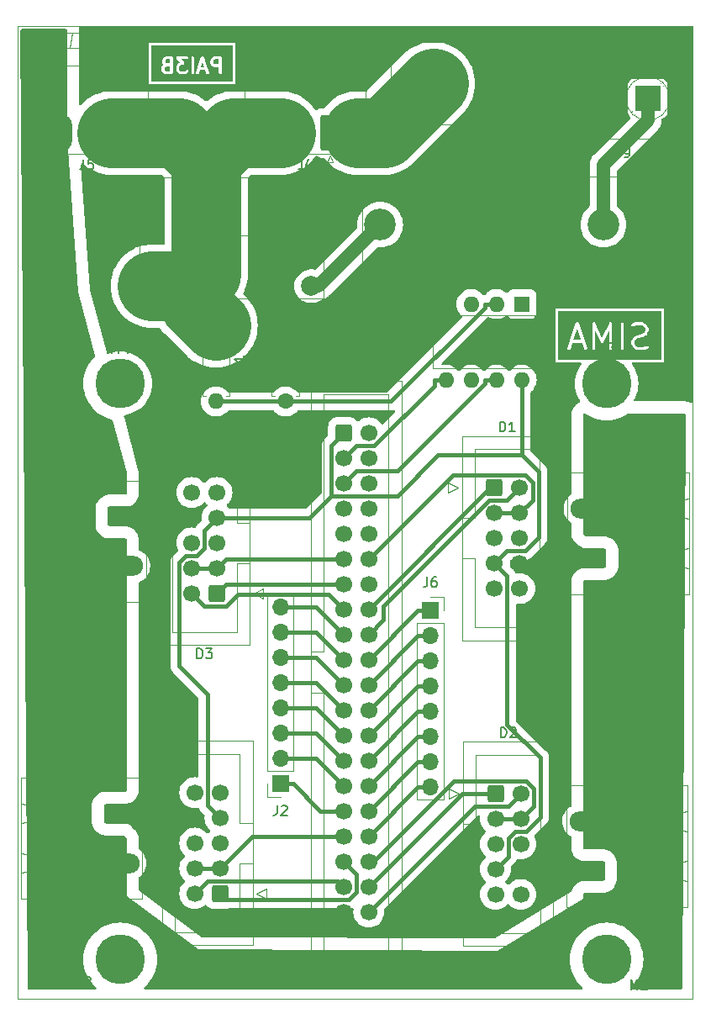
<source format=gbr>
%TF.GenerationSoftware,KiCad,Pcbnew,7.0.5*%
%TF.CreationDate,2023-06-21T07:35:08-05:00*%
%TF.ProjectId,pcbpai,70636270-6169-42e6-9b69-6361645f7063,rev?*%
%TF.SameCoordinates,Original*%
%TF.FileFunction,Copper,L1,Top*%
%TF.FilePolarity,Positive*%
%FSLAX46Y46*%
G04 Gerber Fmt 4.6, Leading zero omitted, Abs format (unit mm)*
G04 Created by KiCad (PCBNEW 7.0.5) date 2023-06-21 07:35:08*
%MOMM*%
%LPD*%
G01*
G04 APERTURE LIST*
G04 Aperture macros list*
%AMRoundRect*
0 Rectangle with rounded corners*
0 $1 Rounding radius*
0 $2 $3 $4 $5 $6 $7 $8 $9 X,Y pos of 4 corners*
0 Add a 4 corners polygon primitive as box body*
4,1,4,$2,$3,$4,$5,$6,$7,$8,$9,$2,$3,0*
0 Add four circle primitives for the rounded corners*
1,1,$1+$1,$2,$3*
1,1,$1+$1,$4,$5*
1,1,$1+$1,$6,$7*
1,1,$1+$1,$8,$9*
0 Add four rect primitives between the rounded corners*
20,1,$1+$1,$2,$3,$4,$5,0*
20,1,$1+$1,$4,$5,$6,$7,0*
20,1,$1+$1,$6,$7,$8,$9,0*
20,1,$1+$1,$8,$9,$2,$3,0*%
G04 Aperture macros list end*
%TA.AperFunction,ComponentPad*%
%ADD10C,5.000000*%
%TD*%
%TA.AperFunction,ComponentPad*%
%ADD11RoundRect,1.500000X1.500000X1.500000X-1.500000X1.500000X-1.500000X-1.500000X1.500000X-1.500000X0*%
%TD*%
%TA.AperFunction,ComponentPad*%
%ADD12C,6.000000*%
%TD*%
%TA.AperFunction,ComponentPad*%
%ADD13RoundRect,0.250000X0.750000X1.550000X-0.750000X1.550000X-0.750000X-1.550000X0.750000X-1.550000X0*%
%TD*%
%TA.AperFunction,ComponentPad*%
%ADD14O,2.000000X3.600000*%
%TD*%
%TA.AperFunction,ComponentPad*%
%ADD15RoundRect,0.250000X-0.600000X-0.600000X0.600000X-0.600000X0.600000X0.600000X-0.600000X0.600000X0*%
%TD*%
%TA.AperFunction,ComponentPad*%
%ADD16C,1.700000*%
%TD*%
%TA.AperFunction,ComponentPad*%
%ADD17RoundRect,0.250000X0.600000X0.600000X-0.600000X0.600000X-0.600000X-0.600000X0.600000X-0.600000X0*%
%TD*%
%TA.AperFunction,ComponentPad*%
%ADD18RoundRect,0.250000X1.550000X-0.750000X1.550000X0.750000X-1.550000X0.750000X-1.550000X-0.750000X0*%
%TD*%
%TA.AperFunction,ComponentPad*%
%ADD19O,3.600000X2.000000*%
%TD*%
%TA.AperFunction,ComponentPad*%
%ADD20C,1.600000*%
%TD*%
%TA.AperFunction,ComponentPad*%
%ADD21O,1.600000X1.600000*%
%TD*%
%TA.AperFunction,ComponentPad*%
%ADD22RoundRect,0.250000X-1.550000X0.750000X-1.550000X-0.750000X1.550000X-0.750000X1.550000X0.750000X0*%
%TD*%
%TA.AperFunction,ComponentPad*%
%ADD23R,1.600000X1.600000*%
%TD*%
%TA.AperFunction,ComponentPad*%
%ADD24R,1.700000X1.700000*%
%TD*%
%TA.AperFunction,ComponentPad*%
%ADD25O,1.700000X1.700000*%
%TD*%
%TA.AperFunction,ComponentPad*%
%ADD26C,3.200000*%
%TD*%
%TA.AperFunction,ComponentPad*%
%ADD27R,2.000000X2.000000*%
%TD*%
%TA.AperFunction,ComponentPad*%
%ADD28C,2.000000*%
%TD*%
%TA.AperFunction,ComponentPad*%
%ADD29R,2.600000X2.600000*%
%TD*%
%TA.AperFunction,ComponentPad*%
%ADD30C,2.600000*%
%TD*%
%ADD31C,0.300000*%
%TA.AperFunction,Conductor*%
%ADD32C,0.400000*%
%TD*%
%TA.AperFunction,Conductor*%
%ADD33C,2.001600*%
%TD*%
%TA.AperFunction,Conductor*%
%ADD34C,7.000000*%
%TD*%
%TA.AperFunction,Conductor*%
%ADD35C,1.370000*%
%TD*%
%ADD36C,0.150000*%
%ADD37C,0.100000*%
%ADD38C,0.120000*%
%ADD39C,5.000000*%
%ADD40RoundRect,1.500000X1.500000X1.500000X-1.500000X1.500000X-1.500000X-1.500000X1.500000X-1.500000X0*%
%ADD41C,6.000000*%
%ADD42RoundRect,0.250000X0.750000X1.550000X-0.750000X1.550000X-0.750000X-1.550000X0.750000X-1.550000X0*%
%ADD43O,2.000000X3.600000*%
%ADD44RoundRect,0.250000X-0.600000X-0.600000X0.600000X-0.600000X0.600000X0.600000X-0.600000X0.600000X0*%
%ADD45C,1.700000*%
%ADD46RoundRect,0.250000X0.600000X0.600000X-0.600000X0.600000X-0.600000X-0.600000X0.600000X-0.600000X0*%
%ADD47RoundRect,0.250000X1.550000X-0.750000X1.550000X0.750000X-1.550000X0.750000X-1.550000X-0.750000X0*%
%ADD48O,3.600000X2.000000*%
%ADD49C,1.600000*%
%ADD50O,1.600000X1.600000*%
%ADD51RoundRect,0.250000X-1.550000X0.750000X-1.550000X-0.750000X1.550000X-0.750000X1.550000X0.750000X0*%
%ADD52R,1.600000X1.600000*%
%ADD53R,1.700000X1.700000*%
%ADD54O,1.700000X1.700000*%
%ADD55C,3.200000*%
%ADD56R,2.000000X2.000000*%
%ADD57C,2.000000*%
%ADD58R,2.600000X2.600000*%
%ADD59C,2.600000*%
%TA.AperFunction,Profile*%
%ADD60C,0.100000*%
%TD*%
G04 APERTURE END LIST*
D10*
%TO.P,M3,1*%
%TO.N,N/C*%
X169350000Y-80000000D03*
%TD*%
D11*
%TO.P,J3,1,Pin_1*%
%TO.N,GND*%
X159100000Y-49800000D03*
D12*
%TO.P,J3,2,Pin_2*%
%TO.N,+24V*%
X151900000Y-49800000D03*
%TD*%
D13*
%TO.P,J5,1,Pin_1*%
%TO.N,Net-(J4-Pin_2)*%
X119500000Y-54777500D03*
D14*
%TO.P,J5,2,Pin_2*%
%TO.N,Net-(J10-Pin_2)*%
X114500000Y-54777500D03*
%TD*%
D15*
%TO.P,D1,1,RPWM*%
%TO.N,Net-(D1-RPWM)*%
X158060000Y-90500000D03*
D16*
%TO.P,D1,2,LPWM*%
%TO.N,Net-(D1-LPWM)*%
X160600000Y-90500000D03*
%TO.P,D1,3,R_EN*%
%TO.N,Net-(D1-L_EN)*%
X158060000Y-93040000D03*
%TO.P,D1,4,L_EN*%
X160600000Y-93040000D03*
%TO.P,D1,5,R_IS*%
%TO.N,unconnected-(D1-R_IS-Pad5)*%
X158060000Y-95580000D03*
%TO.P,D1,6,L_IS*%
%TO.N,unconnected-(D1-L_IS-Pad6)*%
X160600000Y-95580000D03*
%TO.P,D1,7,VCC*%
%TO.N,+3.3V*%
X158060000Y-98120000D03*
%TO.P,D1,8,GND*%
%TO.N,GND*%
X160600000Y-98120000D03*
%TO.P,D1,9,NC*%
%TO.N,unconnected-(D1-NC-Pad9)*%
X158060000Y-100660000D03*
%TO.P,D1,10,NC*%
%TO.N,unconnected-(D1-NC-Pad10)*%
X160600000Y-100660000D03*
%TD*%
D17*
%TO.P,D3,1,RPWM*%
%TO.N,Net-(D3-RPWM)*%
X130100000Y-101140000D03*
D16*
%TO.P,D3,2,LPWM*%
%TO.N,Net-(D3-LPWM)*%
X127560000Y-101140000D03*
%TO.P,D3,3,R_EN*%
%TO.N,Net-(D3-L_EN)*%
X130100000Y-98600000D03*
%TO.P,D3,4,L_EN*%
X127560000Y-98600000D03*
%TO.P,D3,5,R_IS*%
%TO.N,unconnected-(D3-R_IS-Pad5)*%
X130100000Y-96060000D03*
%TO.P,D3,6,L_IS*%
%TO.N,unconnected-(D3-L_IS-Pad6)*%
X127560000Y-96060000D03*
%TO.P,D3,7,VCC*%
%TO.N,+3.3V*%
X130100000Y-93520000D03*
%TO.P,D3,8,GND*%
%TO.N,GND*%
X127560000Y-93520000D03*
%TO.P,D3,9,NC*%
%TO.N,unconnected-(D3-NC-Pad9)*%
X130100000Y-90980000D03*
%TO.P,D3,10,NC*%
%TO.N,unconnected-(D3-NC-Pad10)*%
X127560000Y-90980000D03*
%TD*%
D17*
%TO.P,D4,1,RPWM*%
%TO.N,Net-(D4-RPWM)*%
X130400000Y-131360000D03*
D16*
%TO.P,D4,2,LPWM*%
%TO.N,Net-(D4-LPWM)*%
X127860000Y-131360000D03*
%TO.P,D4,3,R_EN*%
%TO.N,Net-(D4-L_EN)*%
X130400000Y-128820000D03*
%TO.P,D4,4,L_EN*%
X127860000Y-128820000D03*
%TO.P,D4,5,R_IS*%
%TO.N,unconnected-(D4-R_IS-Pad5)*%
X130400000Y-126280000D03*
%TO.P,D4,6,L_IS*%
%TO.N,unconnected-(D4-L_IS-Pad6)*%
X127860000Y-126280000D03*
%TO.P,D4,7,VCC*%
%TO.N,+3.3V*%
X130400000Y-123740000D03*
%TO.P,D4,8,GND*%
%TO.N,GND*%
X127860000Y-123740000D03*
%TO.P,D4,9,NC*%
%TO.N,unconnected-(D4-NC-Pad9)*%
X130400000Y-121200000D03*
%TO.P,D4,10,NC*%
%TO.N,unconnected-(D4-NC-Pad10)*%
X127860000Y-121200000D03*
%TD*%
D18*
%TO.P,J10,1,Pin_1*%
%TO.N,GND*%
X167522500Y-97600000D03*
D19*
%TO.P,J10,2,Pin_2*%
%TO.N,Net-(J10-Pin_2)*%
X167522500Y-92600000D03*
%TD*%
D15*
%TO.P,D2,1,RPWM*%
%TO.N,Net-(D2-RPWM)*%
X158160000Y-121300000D03*
D16*
%TO.P,D2,2,LPWM*%
%TO.N,Net-(D2-LPWM)*%
X160700000Y-121300000D03*
%TO.P,D2,3,R_EN*%
%TO.N,Net-(D2-L_EN)*%
X158160000Y-123840000D03*
%TO.P,D2,4,L_EN*%
X160700000Y-123840000D03*
%TO.P,D2,5,R_IS*%
%TO.N,unconnected-(D2-R_IS-Pad5)*%
X158160000Y-126380000D03*
%TO.P,D2,6,L_IS*%
%TO.N,unconnected-(D2-L_IS-Pad6)*%
X160700000Y-126380000D03*
%TO.P,D2,7,VCC*%
%TO.N,+3.3V*%
X158160000Y-128920000D03*
%TO.P,D2,8,GND*%
%TO.N,GND*%
X160700000Y-128920000D03*
%TO.P,D2,9,NC*%
%TO.N,unconnected-(D2-NC-Pad9)*%
X158160000Y-131460000D03*
%TO.P,D2,10,NC*%
%TO.N,unconnected-(D2-NC-Pad10)*%
X160700000Y-131460000D03*
%TD*%
D20*
%TO.P,R2,1*%
%TO.N,Net-(U6-XTAL1{slash}PB3)*%
X137000000Y-81810000D03*
D21*
%TO.P,R2,2*%
%TO.N,GND*%
X137000000Y-74190000D03*
%TD*%
D10*
%TO.P,M1,1*%
%TO.N,N/C*%
X169350000Y-138000000D03*
%TD*%
D22*
%TO.P,J11,1,Pin_1*%
%TO.N,GND*%
X120477500Y-123300000D03*
D19*
%TO.P,J11,2,Pin_2*%
%TO.N,Net-(J10-Pin_2)*%
X120477500Y-128300000D03*
%TD*%
D23*
%TO.P,U6,1,~{RESET}/PB5*%
%TO.N,unconnected-(U6-~{RESET}{slash}PB5-Pad1)*%
X160800000Y-72000000D03*
D21*
%TO.P,U6,2,XTAL1/PB3*%
%TO.N,Net-(U6-XTAL1{slash}PB3)*%
X158260000Y-72000000D03*
%TO.P,U6,3,XTAL2/PB4*%
%TO.N,unconnected-(U6-XTAL2{slash}PB4-Pad3)*%
X155720000Y-72000000D03*
%TO.P,U6,4,GND*%
%TO.N,GND*%
X153180000Y-72000000D03*
%TO.P,U6,5,AREF/PB0*%
%TO.N,Net-(J7-Pin_3)*%
X153180000Y-79620000D03*
%TO.P,U6,6,PB1*%
%TO.N,unconnected-(U6-PB1-Pad6)*%
X155720000Y-79620000D03*
%TO.P,U6,7,PB2*%
%TO.N,Net-(J7-Pin_5)*%
X158260000Y-79620000D03*
%TO.P,U6,8,VCC*%
%TO.N,+3.3V*%
X160800000Y-79620000D03*
%TD*%
D22*
%TO.P,J12,1,Pin_1*%
%TO.N,GND*%
X120877500Y-93400000D03*
D19*
%TO.P,J12,2,Pin_2*%
%TO.N,Net-(J10-Pin_2)*%
X120877500Y-98400000D03*
%TD*%
D10*
%TO.P,M2,1*%
%TO.N,N/C*%
X120350000Y-138000000D03*
%TD*%
D24*
%TO.P,J6,1,Pin_1*%
%TO.N,Net-(J6-Pin_1)*%
X151600000Y-102820000D03*
D25*
%TO.P,J6,2,Pin_2*%
%TO.N,Net-(J6-Pin_2)*%
X151600000Y-105360000D03*
%TO.P,J6,3,Pin_3*%
%TO.N,Net-(J6-Pin_3)*%
X151600000Y-107900000D03*
%TO.P,J6,4,Pin_4*%
%TO.N,Net-(J6-Pin_4)*%
X151600000Y-110440000D03*
%TO.P,J6,5,Pin_5*%
%TO.N,Net-(J6-Pin_5)*%
X151600000Y-112980000D03*
%TO.P,J6,6,Pin_6*%
%TO.N,Net-(J6-Pin_6)*%
X151600000Y-115520000D03*
%TO.P,J6,7,Pin_7*%
%TO.N,Net-(J6-Pin_7)*%
X151600000Y-118060000D03*
%TO.P,J6,8,Pin_8*%
%TO.N,Net-(J6-Pin_8)*%
X151600000Y-120600000D03*
%TD*%
D26*
%TO.P,J1,1,Pin_1*%
%TO.N,Net-(J1-Pin_1)*%
X146537500Y-64000000D03*
%TO.P,J1,2,Pin_2*%
%TO.N,Net-(J1-Pin_2)*%
X169037500Y-64000000D03*
%TD*%
D27*
%TO.P,U4,1,in1*%
%TO.N,Net-(J4-Pin_2)*%
X123600000Y-70200000D03*
D28*
%TO.P,U4,2,in2*%
%TO.N,GND*%
X123600000Y-60400000D03*
%TO.P,U4,3,out1*%
%TO.N,Net-(J1-Pin_1)*%
X139600000Y-70200000D03*
%TO.P,U4,4,out2*%
%TO.N,GND*%
X139600000Y-60400000D03*
%TD*%
D20*
%TO.P,R1,1*%
%TO.N,Net-(J4-Pin_2)*%
X130000000Y-74190000D03*
D21*
%TO.P,R1,2*%
%TO.N,Net-(U6-XTAL1{slash}PB3)*%
X130000000Y-81810000D03*
%TD*%
D10*
%TO.P,M4,1*%
%TO.N,N/C*%
X120350000Y-80000000D03*
%TD*%
D15*
%TO.P,J7,1,Pin_1*%
%TO.N,+3.3V*%
X142850000Y-84960000D03*
D16*
%TO.P,J7,2,Pin_2*%
%TO.N,unconnected-(J7-Pin_2-Pad2)*%
X145390000Y-84960000D03*
%TO.P,J7,3,Pin_3*%
%TO.N,Net-(J7-Pin_3)*%
X142850000Y-87500000D03*
%TO.P,J7,4,Pin_4*%
%TO.N,unconnected-(J7-Pin_4-Pad4)*%
X145390000Y-87500000D03*
%TO.P,J7,5,Pin_5*%
%TO.N,Net-(J7-Pin_5)*%
X142850000Y-90040000D03*
%TO.P,J7,6,Pin_6*%
%TO.N,unconnected-(J7-Pin_6-Pad6)*%
X145390000Y-90040000D03*
%TO.P,J7,7,Pin_7*%
%TO.N,unconnected-(J7-Pin_7-Pad7)*%
X142850000Y-92580000D03*
%TO.P,J7,8,Pin_8*%
%TO.N,unconnected-(J7-Pin_8-Pad8)*%
X145390000Y-92580000D03*
%TO.P,J7,9,Pin_9*%
%TO.N,unconnected-(J7-Pin_9-Pad9)*%
X142850000Y-95120000D03*
%TO.P,J7,10,Pin_10*%
%TO.N,unconnected-(J7-Pin_10-Pad10)*%
X145390000Y-95120000D03*
%TO.P,J7,11,Pin_11*%
%TO.N,Net-(D3-L_EN)*%
X142850000Y-97660000D03*
%TO.P,J7,12,Pin_12*%
%TO.N,Net-(D1-L_EN)*%
X145390000Y-97660000D03*
%TO.P,J7,13,Pin_13*%
%TO.N,Net-(D3-RPWM)*%
X142850000Y-100200000D03*
%TO.P,J7,14,Pin_14*%
%TO.N,unconnected-(J7-Pin_14-Pad14)*%
X145390000Y-100200000D03*
%TO.P,J7,15,Pin_15*%
%TO.N,Net-(D3-LPWM)*%
X142850000Y-102740000D03*
%TO.P,J7,16,Pin_16*%
%TO.N,Net-(D1-RPWM)*%
X145390000Y-102740000D03*
%TO.P,J7,17,Pin_17*%
%TO.N,Net-(J2-Pin_8)*%
X142850000Y-105280000D03*
%TO.P,J7,18,Pin_18*%
%TO.N,Net-(D1-LPWM)*%
X145390000Y-105280000D03*
%TO.P,J7,19,Pin_19*%
%TO.N,Net-(J2-Pin_7)*%
X142850000Y-107820000D03*
%TO.P,J7,20,Pin_20*%
%TO.N,Net-(J6-Pin_1)*%
X145390000Y-107820000D03*
%TO.P,J7,21,Pin_21*%
%TO.N,Net-(J2-Pin_6)*%
X142850000Y-110360000D03*
%TO.P,J7,22,Pin_22*%
%TO.N,Net-(J6-Pin_2)*%
X145390000Y-110360000D03*
%TO.P,J7,23,Pin_23*%
%TO.N,Net-(J2-Pin_5)*%
X142850000Y-112900000D03*
%TO.P,J7,24,Pin_24*%
%TO.N,Net-(J6-Pin_3)*%
X145390000Y-112900000D03*
%TO.P,J7,25,Pin_25*%
%TO.N,Net-(J2-Pin_4)*%
X142850000Y-115440000D03*
%TO.P,J7,26,Pin_26*%
%TO.N,Net-(J6-Pin_4)*%
X145390000Y-115440000D03*
%TO.P,J7,27,Pin_27*%
%TO.N,Net-(J2-Pin_3)*%
X142850000Y-117980000D03*
%TO.P,J7,28,Pin_28*%
%TO.N,Net-(J6-Pin_5)*%
X145390000Y-117980000D03*
%TO.P,J7,29,Pin_29*%
%TO.N,Net-(J2-Pin_2)*%
X142850000Y-120520000D03*
%TO.P,J7,30,Pin_30*%
%TO.N,Net-(J6-Pin_6)*%
X145390000Y-120520000D03*
%TO.P,J7,31,Pin_31*%
%TO.N,Net-(J2-Pin_1)*%
X142850000Y-123060000D03*
%TO.P,J7,32,Pin_32*%
%TO.N,Net-(J6-Pin_7)*%
X145390000Y-123060000D03*
%TO.P,J7,33,Pin_33*%
%TO.N,Net-(D4-L_EN)*%
X142850000Y-125600000D03*
%TO.P,J7,34,Pin_34*%
%TO.N,Net-(J6-Pin_8)*%
X145390000Y-125600000D03*
%TO.P,J7,35,Pin_35*%
%TO.N,Net-(D4-RPWM)*%
X142850000Y-128140000D03*
%TO.P,J7,36,Pin_36*%
%TO.N,Net-(D2-L_EN)*%
X145390000Y-128140000D03*
%TO.P,J7,37,Pin_37*%
%TO.N,Net-(D4-LPWM)*%
X142850000Y-130680000D03*
%TO.P,J7,38,Pin_38*%
%TO.N,Net-(D2-RPWM)*%
X145390000Y-130680000D03*
%TO.P,J7,39,Pin_39*%
%TO.N,GND*%
X142850000Y-133220000D03*
%TO.P,J7,40,Pin_40*%
%TO.N,Net-(D2-LPWM)*%
X145390000Y-133220000D03*
%TD*%
D24*
%TO.P,J2,1,Pin_1*%
%TO.N,Net-(J2-Pin_1)*%
X136500000Y-120280000D03*
D25*
%TO.P,J2,2,Pin_2*%
%TO.N,Net-(J2-Pin_2)*%
X136500000Y-117740000D03*
%TO.P,J2,3,Pin_3*%
%TO.N,Net-(J2-Pin_3)*%
X136500000Y-115200000D03*
%TO.P,J2,4,Pin_4*%
%TO.N,Net-(J2-Pin_4)*%
X136500000Y-112660000D03*
%TO.P,J2,5,Pin_5*%
%TO.N,Net-(J2-Pin_5)*%
X136500000Y-110120000D03*
%TO.P,J2,6,Pin_6*%
%TO.N,Net-(J2-Pin_6)*%
X136500000Y-107580000D03*
%TO.P,J2,7,Pin_7*%
%TO.N,Net-(J2-Pin_7)*%
X136500000Y-105040000D03*
%TO.P,J2,8,Pin_8*%
%TO.N,Net-(J2-Pin_8)*%
X136500000Y-102500000D03*
%TD*%
D29*
%TO.P,J9,1,Pin_1*%
%TO.N,Net-(J1-Pin_2)*%
X173500000Y-51300000D03*
D30*
%TO.P,J9,2,Pin_2*%
%TO.N,GND*%
X168500000Y-51300000D03*
%TD*%
D13*
%TO.P,J4,1,Pin_1*%
%TO.N,+24V*%
X141500000Y-54777500D03*
D14*
%TO.P,J4,2,Pin_2*%
%TO.N,Net-(J4-Pin_2)*%
X136500000Y-54777500D03*
%TD*%
D18*
%TO.P,J8,1,Pin_1*%
%TO.N,GND*%
X167400000Y-129100000D03*
D19*
%TO.P,J8,2,Pin_2*%
%TO.N,Net-(J10-Pin_2)*%
X167400000Y-124100000D03*
%TD*%
D31*
G36*
X166789756Y-75614161D02*
G01*
X166015508Y-75614161D01*
X166402632Y-74452788D01*
X166789756Y-75614161D01*
G37*
G36*
X174907143Y-77607143D02*
G01*
X164471429Y-77607143D01*
X164471429Y-76517041D01*
X165417804Y-76517041D01*
X165462720Y-76592818D01*
X165541473Y-76632284D01*
X165629059Y-76622907D01*
X165697674Y-76567665D01*
X165915508Y-75914161D01*
X166889756Y-75914161D01*
X167100483Y-76546342D01*
X167137925Y-76600218D01*
X167219324Y-76633891D01*
X167306006Y-76618212D01*
X167370449Y-76558159D01*
X167392195Y-76472796D01*
X167151393Y-75750389D01*
X167152612Y-75741912D01*
X167137636Y-75709121D01*
X166568586Y-74001968D01*
X167914746Y-74001968D01*
X167919299Y-74011724D01*
X167919299Y-76500015D01*
X167937783Y-76562967D01*
X168004356Y-76620652D01*
X168091548Y-76633189D01*
X168171675Y-76596596D01*
X168219299Y-76522491D01*
X168219299Y-74654581D01*
X168766176Y-75826462D01*
X168783645Y-75865561D01*
X168803506Y-75878557D01*
X168819197Y-75896367D01*
X168839601Y-75902176D01*
X168857356Y-75913794D01*
X168881092Y-75913989D01*
X168903918Y-75920488D01*
X168924222Y-75914344D01*
X168945440Y-75914519D01*
X168965512Y-75901851D01*
X168988232Y-75894977D01*
X169001994Y-75878827D01*
X169019934Y-75867506D01*
X169029970Y-75845998D01*
X169045367Y-75827932D01*
X169048213Y-75806907D01*
X169585965Y-74654581D01*
X169585965Y-76500015D01*
X169604449Y-76562967D01*
X169671022Y-76620652D01*
X169758214Y-76633189D01*
X169838341Y-76596596D01*
X169885965Y-76522491D01*
X169885965Y-76500015D01*
X170776441Y-76500015D01*
X170794925Y-76562967D01*
X170861498Y-76620652D01*
X170948690Y-76633189D01*
X171028817Y-76596596D01*
X171076441Y-76522491D01*
X171076441Y-74080854D01*
X171842426Y-74080854D01*
X171858105Y-74167536D01*
X171918158Y-74231980D01*
X172003521Y-74253725D01*
X172379354Y-74128447D01*
X172914841Y-74128447D01*
X173099492Y-74220773D01*
X173184114Y-74305395D01*
X173276441Y-74490048D01*
X173276441Y-74657321D01*
X173184113Y-74841975D01*
X173099492Y-74926597D01*
X172897896Y-75027395D01*
X172463600Y-75135969D01*
X172446372Y-75134110D01*
X172421704Y-75146443D01*
X172416756Y-75147681D01*
X172402482Y-75156054D01*
X172185705Y-75264444D01*
X172161044Y-75269809D01*
X172131828Y-75299023D01*
X172101552Y-75327186D01*
X172100825Y-75330026D01*
X172024147Y-75406703D01*
X172002450Y-75419590D01*
X171983976Y-75456537D01*
X171964157Y-75492834D01*
X171964366Y-75495757D01*
X171867315Y-75689858D01*
X171847870Y-75720117D01*
X171847870Y-75750768D01*
X171842440Y-75780943D01*
X171847870Y-75794035D01*
X171847870Y-75994181D01*
X171844009Y-76029945D01*
X171857716Y-76057360D01*
X171866354Y-76086777D01*
X171877065Y-76096058D01*
X171974342Y-76290613D01*
X171979707Y-76315274D01*
X172008918Y-76344485D01*
X172037084Y-76374765D01*
X172039924Y-76375491D01*
X172116600Y-76452167D01*
X172129489Y-76473867D01*
X172166448Y-76492346D01*
X172202734Y-76512160D01*
X172205656Y-76511950D01*
X172399757Y-76609001D01*
X172430016Y-76628447D01*
X172460667Y-76628447D01*
X172490841Y-76633877D01*
X172503933Y-76628447D01*
X173050493Y-76628447D01*
X173074948Y-76634677D01*
X173114136Y-76621614D01*
X173153818Y-76609963D01*
X173155737Y-76607747D01*
X173494337Y-76494882D01*
X173548213Y-76457440D01*
X173581886Y-76376041D01*
X173566207Y-76289359D01*
X173506153Y-76224916D01*
X173420791Y-76203169D01*
X173044957Y-76328447D01*
X172509470Y-76328447D01*
X172324818Y-76236121D01*
X172240195Y-76151498D01*
X172147870Y-75966846D01*
X172147870Y-75799571D01*
X172240195Y-75614919D01*
X172324818Y-75530296D01*
X172526413Y-75429499D01*
X172960711Y-75320924D01*
X172977939Y-75322784D01*
X173002606Y-75310450D01*
X173007556Y-75309213D01*
X173021829Y-75300838D01*
X173238606Y-75192451D01*
X173263269Y-75187086D01*
X173292489Y-75157865D01*
X173322759Y-75129709D01*
X173323485Y-75126869D01*
X173400161Y-75050191D01*
X173421860Y-75037304D01*
X173440336Y-75000352D01*
X173460154Y-74964058D01*
X173459944Y-74961134D01*
X173556995Y-74767035D01*
X173576441Y-74736777D01*
X173576441Y-74706126D01*
X173581871Y-74675952D01*
X173576441Y-74662859D01*
X173576441Y-74462713D01*
X173580302Y-74426950D01*
X173566594Y-74399534D01*
X173557957Y-74370118D01*
X173547245Y-74360836D01*
X173449967Y-74166280D01*
X173444603Y-74141620D01*
X173415391Y-74112408D01*
X173387226Y-74082129D01*
X173384385Y-74081402D01*
X173307712Y-74004729D01*
X173294823Y-73983028D01*
X173257858Y-73964545D01*
X173221577Y-73944734D01*
X173218653Y-73944943D01*
X173024553Y-73847892D01*
X172994295Y-73828447D01*
X172963644Y-73828447D01*
X172933470Y-73823017D01*
X172920378Y-73828447D01*
X172373818Y-73828447D01*
X172349361Y-73822217D01*
X172310169Y-73835280D01*
X172270492Y-73846931D01*
X172268572Y-73849146D01*
X171929974Y-73962013D01*
X171876098Y-73999456D01*
X171842426Y-74080854D01*
X171076441Y-74080854D01*
X171076441Y-73956879D01*
X171057957Y-73893927D01*
X170991384Y-73836242D01*
X170904192Y-73823705D01*
X170824065Y-73860298D01*
X170776441Y-73934403D01*
X170776441Y-76500015D01*
X169885965Y-76500015D01*
X169885965Y-73989799D01*
X169890885Y-73957473D01*
X169877041Y-73926489D01*
X169867481Y-73893927D01*
X169859343Y-73886875D01*
X169854952Y-73877047D01*
X169826556Y-73858466D01*
X169800908Y-73836242D01*
X169790250Y-73834709D01*
X169781241Y-73828814D01*
X169747305Y-73828534D01*
X169713716Y-73823705D01*
X169703922Y-73828177D01*
X169693157Y-73828089D01*
X169664462Y-73846198D01*
X169633589Y-73860298D01*
X169627766Y-73869357D01*
X169618663Y-73875103D01*
X169604313Y-73905851D01*
X169585965Y-73934403D01*
X169585965Y-73945170D01*
X168902632Y-75409455D01*
X168210026Y-73925300D01*
X168200815Y-73893927D01*
X168175168Y-73871704D01*
X168152734Y-73846240D01*
X168142377Y-73843291D01*
X168134242Y-73836242D01*
X168100651Y-73831412D01*
X168068013Y-73822120D01*
X168057709Y-73825237D01*
X168047050Y-73823705D01*
X168016178Y-73837803D01*
X167983699Y-73847631D01*
X167976715Y-73855825D01*
X167966923Y-73860298D01*
X167948577Y-73888843D01*
X167926564Y-73914676D01*
X167925119Y-73925346D01*
X167919299Y-73934403D01*
X167919299Y-73968337D01*
X167914746Y-74001968D01*
X166568586Y-74001968D01*
X166553515Y-73956756D01*
X166554127Y-73939854D01*
X166539855Y-73915777D01*
X166538114Y-73910552D01*
X166528899Y-73897293D01*
X166509211Y-73864077D01*
X166504000Y-73861465D01*
X166500671Y-73856675D01*
X166464979Y-73841910D01*
X166430458Y-73824610D01*
X166424658Y-73825230D01*
X166419273Y-73823003D01*
X166381282Y-73829874D01*
X166342871Y-73833987D01*
X166338328Y-73837644D01*
X166332591Y-73838682D01*
X166304337Y-73865010D01*
X166274257Y-73889229D01*
X166272413Y-73894760D01*
X166268148Y-73898735D01*
X166258615Y-73936152D01*
X165674515Y-75688454D01*
X165665189Y-75699218D01*
X165660835Y-75729494D01*
X165420176Y-76451474D01*
X165417804Y-76517041D01*
X164471429Y-76517041D01*
X164471429Y-72742857D01*
X174907143Y-72742857D01*
X174907143Y-77607143D01*
G37*
G36*
X128808803Y-48122257D02*
G01*
X128510745Y-48122257D01*
X128659774Y-47675169D01*
X128808803Y-48122257D01*
G37*
G36*
X125366918Y-48550828D02*
G01*
X124980899Y-48550828D01*
X124891485Y-48506121D01*
X124854480Y-48469116D01*
X124809775Y-48379703D01*
X124809775Y-48236237D01*
X124854481Y-48146824D01*
X124883659Y-48117646D01*
X125028029Y-48069523D01*
X125033699Y-48070544D01*
X125046791Y-48065114D01*
X125366918Y-48065114D01*
X125366918Y-48550828D01*
G37*
G36*
X125366918Y-47765114D02*
G01*
X125052328Y-47765114D01*
X124962915Y-47720407D01*
X124925909Y-47683402D01*
X124881203Y-47593990D01*
X124881202Y-47521953D01*
X124925910Y-47432538D01*
X124962914Y-47395534D01*
X125052328Y-47350828D01*
X125366918Y-47350828D01*
X125366918Y-47765114D01*
G37*
G36*
X130295489Y-47836542D02*
G01*
X129909470Y-47836542D01*
X129820056Y-47791835D01*
X129783051Y-47754830D01*
X129738346Y-47665417D01*
X129738346Y-47521951D01*
X129783052Y-47432538D01*
X129820056Y-47395534D01*
X129909470Y-47350828D01*
X130295489Y-47350828D01*
X130295489Y-47836542D01*
G37*
G36*
X131664286Y-49564286D02*
G01*
X123457143Y-49564286D01*
X123457143Y-48217610D01*
X124504345Y-48217610D01*
X124509775Y-48230702D01*
X124509774Y-48407037D01*
X124505914Y-48442801D01*
X124519621Y-48470215D01*
X124528259Y-48499634D01*
X124538970Y-48508915D01*
X124588628Y-48608231D01*
X124593993Y-48632893D01*
X124623198Y-48662098D01*
X124651370Y-48692384D01*
X124654210Y-48693110D01*
X124683267Y-48722167D01*
X124696156Y-48743867D01*
X124733105Y-48762341D01*
X124769401Y-48782161D01*
X124772325Y-48781951D01*
X124871183Y-48831380D01*
X124901445Y-48850828D01*
X124932097Y-48850828D01*
X124962271Y-48856258D01*
X124975363Y-48850828D01*
X125506187Y-48850828D01*
X125539167Y-48855570D01*
X125569473Y-48841729D01*
X125601438Y-48832344D01*
X125608912Y-48823718D01*
X125619294Y-48818977D01*
X125637306Y-48790949D01*
X125659123Y-48765771D01*
X125660747Y-48754473D01*
X125666918Y-48744872D01*
X125666918Y-48711558D01*
X125671660Y-48678579D01*
X125666918Y-48668195D01*
X125666918Y-48074752D01*
X126004344Y-48074752D01*
X126009774Y-48087844D01*
X126009774Y-48407038D01*
X126005913Y-48442802D01*
X126019620Y-48470216D01*
X126028258Y-48499634D01*
X126038970Y-48508916D01*
X126088627Y-48608229D01*
X126093993Y-48632893D01*
X126123213Y-48662113D01*
X126151370Y-48692384D01*
X126154210Y-48693110D01*
X126183267Y-48722167D01*
X126196156Y-48743867D01*
X126233105Y-48762341D01*
X126269401Y-48782161D01*
X126272325Y-48781951D01*
X126371183Y-48831380D01*
X126401445Y-48850828D01*
X126432097Y-48850828D01*
X126462271Y-48856258D01*
X126475363Y-48850828D01*
X126865984Y-48850828D01*
X126901747Y-48854689D01*
X126929161Y-48840981D01*
X126958580Y-48832344D01*
X126967861Y-48821632D01*
X127067177Y-48771974D01*
X127091839Y-48766610D01*
X127121050Y-48737398D01*
X127137179Y-48722396D01*
X127509775Y-48722396D01*
X127528259Y-48785348D01*
X127594832Y-48843033D01*
X127682024Y-48855570D01*
X127762151Y-48818977D01*
X127809775Y-48744872D01*
X127809775Y-48739422D01*
X128008279Y-48739422D01*
X128053194Y-48815199D01*
X128131948Y-48854665D01*
X128219534Y-48845288D01*
X128288149Y-48790046D01*
X128410745Y-48422257D01*
X128908803Y-48422257D01*
X129024292Y-48768724D01*
X129061735Y-48822600D01*
X129143133Y-48856272D01*
X129229815Y-48840594D01*
X129294258Y-48780540D01*
X129316004Y-48695178D01*
X129170440Y-48258485D01*
X129171659Y-48250008D01*
X129156683Y-48217217D01*
X128918719Y-47503324D01*
X129432916Y-47503324D01*
X129438346Y-47516416D01*
X129438346Y-47692751D01*
X129434485Y-47728515D01*
X129448192Y-47755929D01*
X129456830Y-47785348D01*
X129467541Y-47794629D01*
X129517199Y-47893945D01*
X129522564Y-47918607D01*
X129551769Y-47947812D01*
X129579941Y-47978098D01*
X129582781Y-47978824D01*
X129611838Y-48007881D01*
X129624727Y-48029581D01*
X129661676Y-48048055D01*
X129697972Y-48067875D01*
X129700896Y-48067665D01*
X129799754Y-48117094D01*
X129830016Y-48136542D01*
X129860668Y-48136542D01*
X129890842Y-48141972D01*
X129903934Y-48136542D01*
X130295489Y-48136542D01*
X130295489Y-48722396D01*
X130313973Y-48785348D01*
X130380546Y-48843033D01*
X130467738Y-48855570D01*
X130547865Y-48818977D01*
X130595489Y-48744872D01*
X130595489Y-47997272D01*
X130600231Y-47964293D01*
X130595489Y-47953909D01*
X130595489Y-47211558D01*
X130600231Y-47178579D01*
X130586390Y-47148272D01*
X130577005Y-47116308D01*
X130568379Y-47108833D01*
X130563638Y-47098452D01*
X130535610Y-47080439D01*
X130510432Y-47058623D01*
X130499134Y-47056998D01*
X130489533Y-47050828D01*
X130456220Y-47050828D01*
X130423240Y-47046086D01*
X130412857Y-47050828D01*
X129882135Y-47050828D01*
X129846371Y-47046967D01*
X129818955Y-47060675D01*
X129789540Y-47069312D01*
X129780258Y-47080023D01*
X129680943Y-47129682D01*
X129656282Y-47135047D01*
X129627067Y-47164261D01*
X129596790Y-47192424D01*
X129596063Y-47195264D01*
X129567007Y-47224319D01*
X129545307Y-47237209D01*
X129526826Y-47274169D01*
X129507014Y-47310453D01*
X129507223Y-47313376D01*
X129457791Y-47412239D01*
X129438346Y-47442498D01*
X129438346Y-47473149D01*
X129432916Y-47503324D01*
X128918719Y-47503324D01*
X128810657Y-47179137D01*
X128811269Y-47162234D01*
X128796996Y-47138154D01*
X128795256Y-47132933D01*
X128786049Y-47119685D01*
X128766354Y-47086457D01*
X128761140Y-47083844D01*
X128757813Y-47079056D01*
X128722132Y-47064296D01*
X128687601Y-47046991D01*
X128681800Y-47047611D01*
X128676415Y-47045384D01*
X128638423Y-47052255D01*
X128600014Y-47056368D01*
X128595471Y-47060024D01*
X128589733Y-47061063D01*
X128561476Y-47087394D01*
X128531399Y-47111610D01*
X128529555Y-47117141D01*
X128525290Y-47121116D01*
X128515757Y-47158533D01*
X128169751Y-48196552D01*
X128160427Y-48207314D01*
X128156074Y-48237583D01*
X128010651Y-48673855D01*
X128008279Y-48739422D01*
X127809775Y-48739422D01*
X127809775Y-47179260D01*
X127791291Y-47116308D01*
X127724718Y-47058623D01*
X127637526Y-47046086D01*
X127557399Y-47082679D01*
X127509775Y-47156784D01*
X127509775Y-48722396D01*
X127137179Y-48722396D01*
X127151330Y-48709233D01*
X127152056Y-48706392D01*
X127209663Y-48648786D01*
X127241107Y-48591202D01*
X127234822Y-48503338D01*
X127182033Y-48432819D01*
X127099499Y-48402036D01*
X127013424Y-48420761D01*
X126928062Y-48506122D01*
X126838650Y-48550828D01*
X126480899Y-48550828D01*
X126391485Y-48506121D01*
X126354481Y-48469117D01*
X126309774Y-48379704D01*
X126309774Y-48093381D01*
X126354481Y-48003968D01*
X126391486Y-47966962D01*
X126480899Y-47922257D01*
X126616123Y-47922257D01*
X126616455Y-47922468D01*
X126660085Y-47922257D01*
X126681342Y-47922257D01*
X126681697Y-47922152D01*
X126704542Y-47922042D01*
X126723079Y-47910002D01*
X126744294Y-47903773D01*
X126759256Y-47886504D01*
X126778416Y-47874061D01*
X126787502Y-47853906D01*
X126801979Y-47837200D01*
X126805230Y-47814586D01*
X126814621Y-47793758D01*
X126811369Y-47771893D01*
X126814516Y-47750008D01*
X126805023Y-47729221D01*
X126801663Y-47706628D01*
X126787108Y-47689994D01*
X126777923Y-47669881D01*
X126758699Y-47657527D01*
X126490339Y-47350828D01*
X127109914Y-47350828D01*
X127172866Y-47332344D01*
X127230551Y-47265771D01*
X127243088Y-47178579D01*
X127206495Y-47098452D01*
X127132390Y-47050828D01*
X126203426Y-47050828D01*
X126203093Y-47050616D01*
X126159359Y-47050828D01*
X126138206Y-47050828D01*
X126137850Y-47050932D01*
X126115006Y-47051043D01*
X126096468Y-47063082D01*
X126075254Y-47069312D01*
X126060291Y-47086580D01*
X126041132Y-47099024D01*
X126032045Y-47119178D01*
X126017569Y-47135885D01*
X126014317Y-47158498D01*
X126004927Y-47179327D01*
X126008178Y-47201192D01*
X126005032Y-47223077D01*
X126014523Y-47243860D01*
X126017884Y-47266457D01*
X126032440Y-47283093D01*
X126041625Y-47303204D01*
X126060846Y-47315556D01*
X126353213Y-47649691D01*
X126351687Y-47651452D01*
X126252371Y-47701110D01*
X126227710Y-47706475D01*
X126198498Y-47735686D01*
X126168219Y-47763852D01*
X126167492Y-47766692D01*
X126138435Y-47795749D01*
X126116736Y-47808638D01*
X126098260Y-47845589D01*
X126078442Y-47881883D01*
X126078651Y-47884807D01*
X126029224Y-47983661D01*
X126009774Y-48013927D01*
X126009773Y-48044580D01*
X126004344Y-48074752D01*
X125666918Y-48074752D01*
X125666918Y-47925844D01*
X125671660Y-47892865D01*
X125666918Y-47882481D01*
X125666918Y-47211558D01*
X125671660Y-47178579D01*
X125657819Y-47148272D01*
X125648434Y-47116308D01*
X125639808Y-47108833D01*
X125635067Y-47098452D01*
X125607039Y-47080439D01*
X125581861Y-47058623D01*
X125570563Y-47056998D01*
X125560962Y-47050828D01*
X125527649Y-47050828D01*
X125494669Y-47046086D01*
X125484286Y-47050828D01*
X125024993Y-47050828D01*
X124989229Y-47046967D01*
X124961813Y-47060675D01*
X124932398Y-47069312D01*
X124923116Y-47080023D01*
X124823801Y-47129682D01*
X124799140Y-47135047D01*
X124769925Y-47164261D01*
X124739648Y-47192424D01*
X124738921Y-47195264D01*
X124709865Y-47224319D01*
X124688165Y-47237209D01*
X124669684Y-47274169D01*
X124649872Y-47310453D01*
X124650081Y-47313376D01*
X124600653Y-47412232D01*
X124581203Y-47442498D01*
X124581203Y-47473151D01*
X124575773Y-47503323D01*
X124581203Y-47516415D01*
X124581203Y-47621324D01*
X124577342Y-47657088D01*
X124591049Y-47684502D01*
X124599687Y-47713920D01*
X124610399Y-47723202D01*
X124660057Y-47822517D01*
X124665423Y-47847180D01*
X124694636Y-47876392D01*
X124696068Y-47877933D01*
X124680861Y-47888502D01*
X124675442Y-47901599D01*
X124638435Y-47938606D01*
X124616736Y-47951495D01*
X124598260Y-47988446D01*
X124578442Y-48024740D01*
X124578651Y-48027664D01*
X124529220Y-48126525D01*
X124509775Y-48156784D01*
X124509775Y-48187435D01*
X124504345Y-48217610D01*
X123457143Y-48217610D01*
X123457143Y-45985714D01*
X131664286Y-45985714D01*
X131664286Y-49564286D01*
G37*
D10*
%TO.P,M3,1*%
%TO.N,N/C*%
X169350000Y-80000000D03*
%TD*%
D11*
%TO.P,J3,1,Pin_1*%
%TO.N,GND*%
X159100000Y-49800000D03*
D12*
%TO.P,J3,2,Pin_2*%
%TO.N,+24V*%
X151900000Y-49800000D03*
%TD*%
D13*
%TO.P,J5,1,Pin_1*%
%TO.N,Net-(J4-Pin_2)*%
X119500000Y-54777500D03*
D14*
%TO.P,J5,2,Pin_2*%
%TO.N,Net-(J10-Pin_2)*%
X114500000Y-54777500D03*
%TD*%
D15*
%TO.P,D1,1,RPWM*%
%TO.N,Net-(D1-RPWM)*%
X158060000Y-90500000D03*
D16*
%TO.P,D1,2,LPWM*%
%TO.N,Net-(D1-LPWM)*%
X160600000Y-90500000D03*
%TO.P,D1,3,R_EN*%
%TO.N,Net-(D1-L_EN)*%
X158060000Y-93040000D03*
%TO.P,D1,4,L_EN*%
X160600000Y-93040000D03*
%TO.P,D1,5,R_IS*%
%TO.N,unconnected-(D1-R_IS-Pad5)*%
X158060000Y-95580000D03*
%TO.P,D1,6,L_IS*%
%TO.N,unconnected-(D1-L_IS-Pad6)*%
X160600000Y-95580000D03*
%TO.P,D1,7,VCC*%
%TO.N,+3.3V*%
X158060000Y-98120000D03*
%TO.P,D1,8,GND*%
%TO.N,GND*%
X160600000Y-98120000D03*
%TO.P,D1,9,NC*%
%TO.N,unconnected-(D1-NC-Pad9)*%
X158060000Y-100660000D03*
%TO.P,D1,10,NC*%
%TO.N,unconnected-(D1-NC-Pad10)*%
X160600000Y-100660000D03*
%TD*%
D17*
%TO.P,D3,1,RPWM*%
%TO.N,Net-(D3-RPWM)*%
X130100000Y-101140000D03*
D16*
%TO.P,D3,2,LPWM*%
%TO.N,Net-(D3-LPWM)*%
X127560000Y-101140000D03*
%TO.P,D3,3,R_EN*%
%TO.N,Net-(D3-L_EN)*%
X130100000Y-98600000D03*
%TO.P,D3,4,L_EN*%
X127560000Y-98600000D03*
%TO.P,D3,5,R_IS*%
%TO.N,unconnected-(D3-R_IS-Pad5)*%
X130100000Y-96060000D03*
%TO.P,D3,6,L_IS*%
%TO.N,unconnected-(D3-L_IS-Pad6)*%
X127560000Y-96060000D03*
%TO.P,D3,7,VCC*%
%TO.N,+3.3V*%
X130100000Y-93520000D03*
%TO.P,D3,8,GND*%
%TO.N,GND*%
X127560000Y-93520000D03*
%TO.P,D3,9,NC*%
%TO.N,unconnected-(D3-NC-Pad9)*%
X130100000Y-90980000D03*
%TO.P,D3,10,NC*%
%TO.N,unconnected-(D3-NC-Pad10)*%
X127560000Y-90980000D03*
%TD*%
D17*
%TO.P,D4,1,RPWM*%
%TO.N,Net-(D4-RPWM)*%
X130400000Y-131360000D03*
D16*
%TO.P,D4,2,LPWM*%
%TO.N,Net-(D4-LPWM)*%
X127860000Y-131360000D03*
%TO.P,D4,3,R_EN*%
%TO.N,Net-(D4-L_EN)*%
X130400000Y-128820000D03*
%TO.P,D4,4,L_EN*%
X127860000Y-128820000D03*
%TO.P,D4,5,R_IS*%
%TO.N,unconnected-(D4-R_IS-Pad5)*%
X130400000Y-126280000D03*
%TO.P,D4,6,L_IS*%
%TO.N,unconnected-(D4-L_IS-Pad6)*%
X127860000Y-126280000D03*
%TO.P,D4,7,VCC*%
%TO.N,+3.3V*%
X130400000Y-123740000D03*
%TO.P,D4,8,GND*%
%TO.N,GND*%
X127860000Y-123740000D03*
%TO.P,D4,9,NC*%
%TO.N,unconnected-(D4-NC-Pad9)*%
X130400000Y-121200000D03*
%TO.P,D4,10,NC*%
%TO.N,unconnected-(D4-NC-Pad10)*%
X127860000Y-121200000D03*
%TD*%
D18*
%TO.P,J10,1,Pin_1*%
%TO.N,GND*%
X167522500Y-97600000D03*
D19*
%TO.P,J10,2,Pin_2*%
%TO.N,Net-(J10-Pin_2)*%
X167522500Y-92600000D03*
%TD*%
D15*
%TO.P,D2,1,RPWM*%
%TO.N,Net-(D2-RPWM)*%
X158160000Y-121300000D03*
D16*
%TO.P,D2,2,LPWM*%
%TO.N,Net-(D2-LPWM)*%
X160700000Y-121300000D03*
%TO.P,D2,3,R_EN*%
%TO.N,Net-(D2-L_EN)*%
X158160000Y-123840000D03*
%TO.P,D2,4,L_EN*%
X160700000Y-123840000D03*
%TO.P,D2,5,R_IS*%
%TO.N,unconnected-(D2-R_IS-Pad5)*%
X158160000Y-126380000D03*
%TO.P,D2,6,L_IS*%
%TO.N,unconnected-(D2-L_IS-Pad6)*%
X160700000Y-126380000D03*
%TO.P,D2,7,VCC*%
%TO.N,+3.3V*%
X158160000Y-128920000D03*
%TO.P,D2,8,GND*%
%TO.N,GND*%
X160700000Y-128920000D03*
%TO.P,D2,9,NC*%
%TO.N,unconnected-(D2-NC-Pad9)*%
X158160000Y-131460000D03*
%TO.P,D2,10,NC*%
%TO.N,unconnected-(D2-NC-Pad10)*%
X160700000Y-131460000D03*
%TD*%
D20*
%TO.P,R2,1*%
%TO.N,Net-(U6-XTAL1{slash}PB3)*%
X137000000Y-81810000D03*
D21*
%TO.P,R2,2*%
%TO.N,GND*%
X137000000Y-74190000D03*
%TD*%
D10*
%TO.P,M1,1*%
%TO.N,N/C*%
X169350000Y-138000000D03*
%TD*%
D22*
%TO.P,J11,1,Pin_1*%
%TO.N,GND*%
X120477500Y-123300000D03*
D19*
%TO.P,J11,2,Pin_2*%
%TO.N,Net-(J10-Pin_2)*%
X120477500Y-128300000D03*
%TD*%
D23*
%TO.P,U6,1,~{RESET}/PB5*%
%TO.N,unconnected-(U6-~{RESET}{slash}PB5-Pad1)*%
X160800000Y-72000000D03*
D21*
%TO.P,U6,2,XTAL1/PB3*%
%TO.N,Net-(U6-XTAL1{slash}PB3)*%
X158260000Y-72000000D03*
%TO.P,U6,3,XTAL2/PB4*%
%TO.N,unconnected-(U6-XTAL2{slash}PB4-Pad3)*%
X155720000Y-72000000D03*
%TO.P,U6,4,GND*%
%TO.N,GND*%
X153180000Y-72000000D03*
%TO.P,U6,5,AREF/PB0*%
%TO.N,Net-(J7-Pin_3)*%
X153180000Y-79620000D03*
%TO.P,U6,6,PB1*%
%TO.N,unconnected-(U6-PB1-Pad6)*%
X155720000Y-79620000D03*
%TO.P,U6,7,PB2*%
%TO.N,Net-(J7-Pin_5)*%
X158260000Y-79620000D03*
%TO.P,U6,8,VCC*%
%TO.N,+3.3V*%
X160800000Y-79620000D03*
%TD*%
D22*
%TO.P,J12,1,Pin_1*%
%TO.N,GND*%
X120877500Y-93400000D03*
D19*
%TO.P,J12,2,Pin_2*%
%TO.N,Net-(J10-Pin_2)*%
X120877500Y-98400000D03*
%TD*%
D10*
%TO.P,M2,1*%
%TO.N,N/C*%
X120350000Y-138000000D03*
%TD*%
D24*
%TO.P,J6,1,Pin_1*%
%TO.N,Net-(J6-Pin_1)*%
X151600000Y-102820000D03*
D25*
%TO.P,J6,2,Pin_2*%
%TO.N,Net-(J6-Pin_2)*%
X151600000Y-105360000D03*
%TO.P,J6,3,Pin_3*%
%TO.N,Net-(J6-Pin_3)*%
X151600000Y-107900000D03*
%TO.P,J6,4,Pin_4*%
%TO.N,Net-(J6-Pin_4)*%
X151600000Y-110440000D03*
%TO.P,J6,5,Pin_5*%
%TO.N,Net-(J6-Pin_5)*%
X151600000Y-112980000D03*
%TO.P,J6,6,Pin_6*%
%TO.N,Net-(J6-Pin_6)*%
X151600000Y-115520000D03*
%TO.P,J6,7,Pin_7*%
%TO.N,Net-(J6-Pin_7)*%
X151600000Y-118060000D03*
%TO.P,J6,8,Pin_8*%
%TO.N,Net-(J6-Pin_8)*%
X151600000Y-120600000D03*
%TD*%
D26*
%TO.P,J1,1,Pin_1*%
%TO.N,Net-(J1-Pin_1)*%
X146537500Y-64000000D03*
%TO.P,J1,2,Pin_2*%
%TO.N,Net-(J1-Pin_2)*%
X169037500Y-64000000D03*
%TD*%
D27*
%TO.P,U4,1,in1*%
%TO.N,Net-(J4-Pin_2)*%
X123600000Y-70200000D03*
D28*
%TO.P,U4,2,in2*%
%TO.N,GND*%
X123600000Y-60400000D03*
%TO.P,U4,3,out1*%
%TO.N,Net-(J1-Pin_1)*%
X139600000Y-70200000D03*
%TO.P,U4,4,out2*%
%TO.N,GND*%
X139600000Y-60400000D03*
%TD*%
D20*
%TO.P,R1,1*%
%TO.N,Net-(J4-Pin_2)*%
X130000000Y-74190000D03*
D21*
%TO.P,R1,2*%
%TO.N,Net-(U6-XTAL1{slash}PB3)*%
X130000000Y-81810000D03*
%TD*%
D10*
%TO.P,M4,1*%
%TO.N,N/C*%
X120350000Y-80000000D03*
%TD*%
D15*
%TO.P,J7,1,Pin_1*%
%TO.N,+3.3V*%
X142850000Y-84960000D03*
D16*
%TO.P,J7,2,Pin_2*%
%TO.N,unconnected-(J7-Pin_2-Pad2)*%
X145390000Y-84960000D03*
%TO.P,J7,3,Pin_3*%
%TO.N,Net-(J7-Pin_3)*%
X142850000Y-87500000D03*
%TO.P,J7,4,Pin_4*%
%TO.N,unconnected-(J7-Pin_4-Pad4)*%
X145390000Y-87500000D03*
%TO.P,J7,5,Pin_5*%
%TO.N,Net-(J7-Pin_5)*%
X142850000Y-90040000D03*
%TO.P,J7,6,Pin_6*%
%TO.N,unconnected-(J7-Pin_6-Pad6)*%
X145390000Y-90040000D03*
%TO.P,J7,7,Pin_7*%
%TO.N,unconnected-(J7-Pin_7-Pad7)*%
X142850000Y-92580000D03*
%TO.P,J7,8,Pin_8*%
%TO.N,unconnected-(J7-Pin_8-Pad8)*%
X145390000Y-92580000D03*
%TO.P,J7,9,Pin_9*%
%TO.N,unconnected-(J7-Pin_9-Pad9)*%
X142850000Y-95120000D03*
%TO.P,J7,10,Pin_10*%
%TO.N,unconnected-(J7-Pin_10-Pad10)*%
X145390000Y-95120000D03*
%TO.P,J7,11,Pin_11*%
%TO.N,Net-(D3-L_EN)*%
X142850000Y-97660000D03*
%TO.P,J7,12,Pin_12*%
%TO.N,Net-(D1-L_EN)*%
X145390000Y-97660000D03*
%TO.P,J7,13,Pin_13*%
%TO.N,Net-(D3-RPWM)*%
X142850000Y-100200000D03*
%TO.P,J7,14,Pin_14*%
%TO.N,unconnected-(J7-Pin_14-Pad14)*%
X145390000Y-100200000D03*
%TO.P,J7,15,Pin_15*%
%TO.N,Net-(D3-LPWM)*%
X142850000Y-102740000D03*
%TO.P,J7,16,Pin_16*%
%TO.N,Net-(D1-RPWM)*%
X145390000Y-102740000D03*
%TO.P,J7,17,Pin_17*%
%TO.N,Net-(J2-Pin_8)*%
X142850000Y-105280000D03*
%TO.P,J7,18,Pin_18*%
%TO.N,Net-(D1-LPWM)*%
X145390000Y-105280000D03*
%TO.P,J7,19,Pin_19*%
%TO.N,Net-(J2-Pin_7)*%
X142850000Y-107820000D03*
%TO.P,J7,20,Pin_20*%
%TO.N,Net-(J6-Pin_1)*%
X145390000Y-107820000D03*
%TO.P,J7,21,Pin_21*%
%TO.N,Net-(J2-Pin_6)*%
X142850000Y-110360000D03*
%TO.P,J7,22,Pin_22*%
%TO.N,Net-(J6-Pin_2)*%
X145390000Y-110360000D03*
%TO.P,J7,23,Pin_23*%
%TO.N,Net-(J2-Pin_5)*%
X142850000Y-112900000D03*
%TO.P,J7,24,Pin_24*%
%TO.N,Net-(J6-Pin_3)*%
X145390000Y-112900000D03*
%TO.P,J7,25,Pin_25*%
%TO.N,Net-(J2-Pin_4)*%
X142850000Y-115440000D03*
%TO.P,J7,26,Pin_26*%
%TO.N,Net-(J6-Pin_4)*%
X145390000Y-115440000D03*
%TO.P,J7,27,Pin_27*%
%TO.N,Net-(J2-Pin_3)*%
X142850000Y-117980000D03*
%TO.P,J7,28,Pin_28*%
%TO.N,Net-(J6-Pin_5)*%
X145390000Y-117980000D03*
%TO.P,J7,29,Pin_29*%
%TO.N,Net-(J2-Pin_2)*%
X142850000Y-120520000D03*
%TO.P,J7,30,Pin_30*%
%TO.N,Net-(J6-Pin_6)*%
X145390000Y-120520000D03*
%TO.P,J7,31,Pin_31*%
%TO.N,Net-(J2-Pin_1)*%
X142850000Y-123060000D03*
%TO.P,J7,32,Pin_32*%
%TO.N,Net-(J6-Pin_7)*%
X145390000Y-123060000D03*
%TO.P,J7,33,Pin_33*%
%TO.N,Net-(D4-L_EN)*%
X142850000Y-125600000D03*
%TO.P,J7,34,Pin_34*%
%TO.N,Net-(J6-Pin_8)*%
X145390000Y-125600000D03*
%TO.P,J7,35,Pin_35*%
%TO.N,Net-(D4-RPWM)*%
X142850000Y-128140000D03*
%TO.P,J7,36,Pin_36*%
%TO.N,Net-(D2-L_EN)*%
X145390000Y-128140000D03*
%TO.P,J7,37,Pin_37*%
%TO.N,Net-(D4-LPWM)*%
X142850000Y-130680000D03*
%TO.P,J7,38,Pin_38*%
%TO.N,Net-(D2-RPWM)*%
X145390000Y-130680000D03*
%TO.P,J7,39,Pin_39*%
%TO.N,GND*%
X142850000Y-133220000D03*
%TO.P,J7,40,Pin_40*%
%TO.N,Net-(D2-LPWM)*%
X145390000Y-133220000D03*
%TD*%
D24*
%TO.P,J2,1,Pin_1*%
%TO.N,Net-(J2-Pin_1)*%
X136500000Y-120280000D03*
D25*
%TO.P,J2,2,Pin_2*%
%TO.N,Net-(J2-Pin_2)*%
X136500000Y-117740000D03*
%TO.P,J2,3,Pin_3*%
%TO.N,Net-(J2-Pin_3)*%
X136500000Y-115200000D03*
%TO.P,J2,4,Pin_4*%
%TO.N,Net-(J2-Pin_4)*%
X136500000Y-112660000D03*
%TO.P,J2,5,Pin_5*%
%TO.N,Net-(J2-Pin_5)*%
X136500000Y-110120000D03*
%TO.P,J2,6,Pin_6*%
%TO.N,Net-(J2-Pin_6)*%
X136500000Y-107580000D03*
%TO.P,J2,7,Pin_7*%
%TO.N,Net-(J2-Pin_7)*%
X136500000Y-105040000D03*
%TO.P,J2,8,Pin_8*%
%TO.N,Net-(J2-Pin_8)*%
X136500000Y-102500000D03*
%TD*%
D29*
%TO.P,J9,1,Pin_1*%
%TO.N,Net-(J1-Pin_2)*%
X173500000Y-51300000D03*
D30*
%TO.P,J9,2,Pin_2*%
%TO.N,GND*%
X168500000Y-51300000D03*
%TD*%
D13*
%TO.P,J4,1,Pin_1*%
%TO.N,+24V*%
X141500000Y-54777500D03*
D14*
%TO.P,J4,2,Pin_2*%
%TO.N,Net-(J4-Pin_2)*%
X136500000Y-54777500D03*
%TD*%
D18*
%TO.P,J8,1,Pin_1*%
%TO.N,GND*%
X167400000Y-129100000D03*
D19*
%TO.P,J8,2,Pin_2*%
%TO.N,Net-(J10-Pin_2)*%
X167400000Y-124100000D03*
%TD*%
D32*
%TO.N,Net-(D4-LPWM)*%
X142259500Y-130089500D02*
X142850000Y-130680000D01*
X129130500Y-130089500D02*
X142259500Y-130089500D01*
X127860000Y-131360000D02*
X129130500Y-130089500D01*
%TO.N,Net-(D4-RPWM)*%
X130990000Y-131950000D02*
X130400000Y-131360000D01*
X143416200Y-131950000D02*
X130990000Y-131950000D01*
X144120000Y-131246200D02*
X143416200Y-131950000D01*
X144120000Y-129410000D02*
X144120000Y-131246200D01*
X142850000Y-128140000D02*
X144120000Y-129410000D01*
%TO.N,Net-(D3-LPWM)*%
X128822600Y-102402600D02*
X127560000Y-101140000D01*
X131051500Y-102402600D02*
X128822600Y-102402600D01*
X132227000Y-101227100D02*
X131051500Y-102402600D01*
X141337100Y-101227100D02*
X132227000Y-101227100D01*
X142850000Y-102740000D02*
X141337100Y-101227100D01*
%TO.N,Net-(D3-RPWM)*%
X131040000Y-100200000D02*
X130100000Y-101140000D01*
X142850000Y-100200000D02*
X131040000Y-100200000D01*
%TO.N,Net-(D2-LPWM)*%
X159429400Y-122570600D02*
X160700000Y-121300000D01*
X156039400Y-122570600D02*
X159429400Y-122570600D01*
X145390000Y-133220000D02*
X156039400Y-122570600D01*
%TO.N,Net-(D2-RPWM)*%
X154770000Y-121300000D02*
X158160000Y-121300000D01*
X145390000Y-130680000D02*
X154770000Y-121300000D01*
%TO.N,Net-(D1-LPWM)*%
X159329400Y-91770600D02*
X160600000Y-90500000D01*
X157535900Y-91770600D02*
X159329400Y-91770600D01*
X146875000Y-102431500D02*
X157535900Y-91770600D01*
X146875000Y-103795000D02*
X146875000Y-102431500D01*
X145390000Y-105280000D02*
X146875000Y-103795000D01*
%TO.N,Net-(D1-RPWM)*%
X157630000Y-90500000D02*
X145390000Y-102740000D01*
X158060000Y-90500000D02*
X157630000Y-90500000D01*
%TO.N,Net-(J6-Pin_8)*%
X150348100Y-120641900D02*
X150348100Y-120600000D01*
X145390000Y-125600000D02*
X150348100Y-120641900D01*
X151600000Y-120600000D02*
X150348100Y-120600000D01*
%TO.N,Net-(J6-Pin_7)*%
X150348100Y-118101900D02*
X150348100Y-118060000D01*
X145390000Y-123060000D02*
X150348100Y-118101900D01*
X151600000Y-118060000D02*
X150348100Y-118060000D01*
%TO.N,Net-(J2-Pin_8)*%
X140070000Y-102500000D02*
X136500000Y-102500000D01*
X142850000Y-105280000D02*
X140070000Y-102500000D01*
%TO.N,Net-(J2-Pin_7)*%
X140070000Y-105040000D02*
X136500000Y-105040000D01*
X142850000Y-107820000D02*
X140070000Y-105040000D01*
%TO.N,Net-(J2-Pin_6)*%
X140070000Y-107580000D02*
X136500000Y-107580000D01*
X142850000Y-110360000D02*
X140070000Y-107580000D01*
%TO.N,Net-(J2-Pin_5)*%
X140070000Y-110120000D02*
X136500000Y-110120000D01*
X142850000Y-112900000D02*
X140070000Y-110120000D01*
%TO.N,+3.3V*%
X129148100Y-122488100D02*
X130400000Y-123740000D01*
X129148100Y-111291200D02*
X129148100Y-122488100D01*
X126305200Y-108448300D02*
X129148100Y-111291200D01*
X126305200Y-98001200D02*
X126305200Y-108448300D01*
X126976400Y-97330000D02*
X126305200Y-98001200D01*
X128072200Y-97330000D02*
X126976400Y-97330000D01*
X128830000Y-96572200D02*
X128072200Y-97330000D01*
X128830000Y-94790000D02*
X128830000Y-96572200D01*
X130100000Y-93520000D02*
X128830000Y-94790000D01*
X160800000Y-80220900D02*
X160800000Y-80821900D01*
X160800000Y-80220900D02*
X160800000Y-79620000D01*
X160800000Y-80821900D02*
X160800000Y-87207800D01*
X141577000Y-86233000D02*
X141577000Y-91310000D01*
X142850000Y-84960000D02*
X141577000Y-86233000D01*
X139367000Y-93520000D02*
X141577000Y-91310000D01*
X130100000Y-93520000D02*
X139367000Y-93520000D01*
X152369900Y-87207800D02*
X160800000Y-87207800D01*
X148267700Y-91310000D02*
X152369900Y-87207800D01*
X141577000Y-91310000D02*
X148267700Y-91310000D01*
X159330000Y-96850000D02*
X158060000Y-98120000D01*
X161136900Y-96850000D02*
X159330000Y-96850000D01*
X162495000Y-95491900D02*
X161136900Y-96850000D01*
X162495000Y-88902800D02*
X162495000Y-95491900D01*
X160800000Y-87207800D02*
X162495000Y-88902800D01*
X159330000Y-99390000D02*
X158060000Y-98120000D01*
X159330000Y-114364500D02*
X159330000Y-99390000D01*
X162652700Y-117687200D02*
X159330000Y-114364500D01*
X162652700Y-123689800D02*
X162652700Y-117687200D01*
X161232500Y-125110000D02*
X162652700Y-123689800D01*
X160133800Y-125110000D02*
X161232500Y-125110000D01*
X159430000Y-125813800D02*
X160133800Y-125110000D01*
X159430000Y-127650000D02*
X159430000Y-125813800D01*
X158160000Y-128920000D02*
X159430000Y-127650000D01*
%TO.N,Net-(D4-L_EN)*%
X133620000Y-125600000D02*
X130400000Y-128820000D01*
X142850000Y-125600000D02*
X133620000Y-125600000D01*
X127860000Y-128820000D02*
X130400000Y-128820000D01*
%TO.N,Net-(D3-L_EN)*%
X131040000Y-97660000D02*
X130100000Y-98600000D01*
X142850000Y-97660000D02*
X131040000Y-97660000D01*
X127560000Y-98600000D02*
X130100000Y-98600000D01*
%TO.N,Net-(D2-L_EN)*%
X158160000Y-123840000D02*
X160700000Y-123840000D01*
X162000600Y-122539400D02*
X160700000Y-123840000D01*
X162000600Y-120771700D02*
X162000600Y-122539400D01*
X161250800Y-120021900D02*
X162000600Y-120771700D01*
X153992100Y-120021900D02*
X161250800Y-120021900D01*
X145874000Y-128140000D02*
X153992100Y-120021900D01*
X145390000Y-128140000D02*
X145874000Y-128140000D01*
%TO.N,Net-(D1-L_EN)*%
X161889600Y-91750400D02*
X160600000Y-93040000D01*
X161889600Y-89954500D02*
X161889600Y-91750400D01*
X161126200Y-89191100D02*
X161889600Y-89954500D01*
X153858900Y-89191100D02*
X161126200Y-89191100D01*
X145390000Y-97660000D02*
X153858900Y-89191100D01*
X160600000Y-93040000D02*
X158060000Y-93040000D01*
%TO.N,Net-(J7-Pin_5)*%
X157058100Y-79993600D02*
X157058100Y-79620000D01*
X148281700Y-88770000D02*
X157058100Y-79993600D01*
X144120000Y-88770000D02*
X148281700Y-88770000D01*
X142850000Y-90040000D02*
X144120000Y-88770000D01*
X158260000Y-79620000D02*
X157058100Y-79620000D01*
%TO.N,Net-(J7-Pin_3)*%
X151978100Y-80206100D02*
X151978100Y-79620000D01*
X145954200Y-86230000D02*
X151978100Y-80206100D01*
X144120000Y-86230000D02*
X145954200Y-86230000D01*
X142850000Y-87500000D02*
X144120000Y-86230000D01*
X153180000Y-79620000D02*
X151978100Y-79620000D01*
%TO.N,Net-(J6-Pin_6)*%
X150348100Y-115561900D02*
X150348100Y-115520000D01*
X145390000Y-120520000D02*
X150348100Y-115561900D01*
X151600000Y-115520000D02*
X150348100Y-115520000D01*
%TO.N,Net-(J6-Pin_5)*%
X150348100Y-113021900D02*
X150348100Y-112980000D01*
X145390000Y-117980000D02*
X150348100Y-113021900D01*
X151600000Y-112980000D02*
X150348100Y-112980000D01*
%TO.N,Net-(J6-Pin_4)*%
X150348100Y-110481900D02*
X150348100Y-110440000D01*
X145390000Y-115440000D02*
X150348100Y-110481900D01*
X151600000Y-110440000D02*
X150348100Y-110440000D01*
%TO.N,Net-(J6-Pin_3)*%
X150348100Y-107941900D02*
X150348100Y-107900000D01*
X145390000Y-112900000D02*
X150348100Y-107941900D01*
X151600000Y-107900000D02*
X150348100Y-107900000D01*
%TO.N,Net-(J6-Pin_2)*%
X150348100Y-105401900D02*
X150348100Y-105360000D01*
X145390000Y-110360000D02*
X150348100Y-105401900D01*
X151600000Y-105360000D02*
X150348100Y-105360000D01*
%TO.N,Net-(J6-Pin_1)*%
X150348100Y-102861900D02*
X150348100Y-102820000D01*
X145390000Y-107820000D02*
X150348100Y-102861900D01*
X151600000Y-102820000D02*
X150348100Y-102820000D01*
%TO.N,Net-(J2-Pin_4)*%
X140070000Y-112660000D02*
X136500000Y-112660000D01*
X142850000Y-115440000D02*
X140070000Y-112660000D01*
%TO.N,Net-(J2-Pin_3)*%
X140070000Y-115200000D02*
X136500000Y-115200000D01*
X142850000Y-117980000D02*
X140070000Y-115200000D01*
%TO.N,Net-(J2-Pin_2)*%
X140070000Y-117740000D02*
X136500000Y-117740000D01*
X142850000Y-120520000D02*
X140070000Y-117740000D01*
%TO.N,Net-(J2-Pin_1)*%
X140531900Y-123060000D02*
X137751900Y-120280000D01*
X142850000Y-123060000D02*
X140531900Y-123060000D01*
X136500000Y-120280000D02*
X137751900Y-120280000D01*
D33*
%TO.N,+24V*%
X144300200Y-54777500D02*
X141500000Y-54777500D01*
D34*
X146922500Y-54777500D02*
X151900000Y-49800000D01*
X144300200Y-54777500D02*
X146922500Y-54777500D01*
D32*
%TO.N,Net-(U6-XTAL1{slash}PB3)*%
X147623700Y-81810000D02*
X137000000Y-81810000D01*
X157058100Y-72375600D02*
X147623700Y-81810000D01*
X157058100Y-72000000D02*
X157058100Y-72375600D01*
X158260000Y-72000000D02*
X157058100Y-72000000D01*
X130000000Y-81810000D02*
X137000000Y-81810000D01*
D35*
%TO.N,Net-(J1-Pin_2)*%
X169037500Y-57949400D02*
X169037500Y-64000000D01*
X173500000Y-53486900D02*
X169037500Y-57949400D01*
X173500000Y-51300000D02*
X173500000Y-53486900D01*
D34*
%TO.N,Net-(J4-Pin_2)*%
X136500000Y-54777500D02*
X131798100Y-54777500D01*
X123600000Y-70200000D02*
X126501000Y-70200000D01*
X131798100Y-54777500D02*
X129023000Y-57552600D01*
X126247900Y-54777500D02*
X119500000Y-54777500D01*
X129023000Y-57552600D02*
X126247900Y-54777500D01*
X127790000Y-71980000D02*
X130000000Y-74190000D01*
X127790000Y-70200000D02*
X127790000Y-71980000D01*
X126501000Y-70200000D02*
X127790000Y-70200000D01*
X129023000Y-68967000D02*
X129023000Y-57552600D01*
X127790000Y-70200000D02*
X129023000Y-68967000D01*
D35*
%TO.N,Net-(J1-Pin_1)*%
X140337500Y-70200000D02*
X146537500Y-64000000D01*
X139600000Y-70200000D02*
X140337500Y-70200000D01*
D32*
%TO.N,GND*%
X122629800Y-95152300D02*
X120877500Y-93400000D01*
X122011600Y-124834100D02*
X120477500Y-123300000D01*
X165730200Y-95807700D02*
X167522500Y-97600000D01*
X166709300Y-129790700D02*
X167400000Y-129100000D01*
%TD*%
%TA.AperFunction,Conductor*%
%TO.N,Net-(J10-Pin_2)*%
G36*
X114943039Y-44319685D02*
G01*
X114988794Y-44372489D01*
X115000000Y-44424000D01*
X115000000Y-53392297D01*
X114993572Y-53431702D01*
X114974112Y-53489764D01*
X114974105Y-53489786D01*
X114874600Y-53912857D01*
X114874598Y-53912865D01*
X114814553Y-54343318D01*
X114814552Y-54343323D01*
X114814552Y-54343329D01*
X114794479Y-54777500D01*
X114814552Y-55211671D01*
X114814552Y-55211676D01*
X114814553Y-55211681D01*
X114874598Y-55642134D01*
X114874600Y-55642142D01*
X114974108Y-56065224D01*
X115095362Y-56426998D01*
X115101491Y-56457792D01*
X116100000Y-70800001D01*
X116100000Y-70800002D01*
X117824299Y-77204540D01*
X117822720Y-77274392D01*
X117792244Y-77324458D01*
X117596222Y-77520480D01*
X117596215Y-77520488D01*
X117352122Y-77821917D01*
X117140877Y-78147206D01*
X116964787Y-78492802D01*
X116825788Y-78854905D01*
X116725397Y-79229570D01*
X116725397Y-79229572D01*
X116664722Y-79612662D01*
X116644422Y-80000000D01*
X116664722Y-80387338D01*
X116725398Y-80770433D01*
X116769063Y-80933395D01*
X116825788Y-81145094D01*
X116964787Y-81507197D01*
X117140877Y-81852793D01*
X117352122Y-82178082D01*
X117352124Y-82178084D01*
X117596219Y-82479516D01*
X117870484Y-82753781D01*
X117870488Y-82753784D01*
X118171917Y-82997877D01*
X118365198Y-83123395D01*
X118497211Y-83209125D01*
X118842806Y-83385214D01*
X119204913Y-83524214D01*
X119481639Y-83598362D01*
X119541298Y-83634726D01*
X119569280Y-83685899D01*
X120995735Y-88984162D01*
X120999999Y-89016399D01*
X121000000Y-91075500D01*
X120980315Y-91142539D01*
X120927512Y-91188294D01*
X120876000Y-91199500D01*
X119247444Y-91199500D01*
X119247421Y-91199501D01*
X119147468Y-91205706D01*
X118912199Y-91255037D01*
X118912189Y-91255040D01*
X118688265Y-91342416D01*
X118481754Y-91465470D01*
X118298326Y-91620826D01*
X118142970Y-91804254D01*
X118019916Y-92010765D01*
X117932540Y-92234689D01*
X117932537Y-92234699D01*
X117883206Y-92469967D01*
X117883205Y-92469970D01*
X117877000Y-92569922D01*
X117877000Y-94230055D01*
X117877001Y-94230078D01*
X117883206Y-94330031D01*
X117932537Y-94565300D01*
X117932540Y-94565310D01*
X118019916Y-94789234D01*
X118019918Y-94789238D01*
X118086857Y-94901576D01*
X118142970Y-94995745D01*
X118298326Y-95179173D01*
X118481754Y-95334529D01*
X118481758Y-95334531D01*
X118481760Y-95334533D01*
X118688262Y-95457582D01*
X118688265Y-95457583D01*
X118912189Y-95544959D01*
X118912196Y-95544961D01*
X118912201Y-95544963D01*
X119147469Y-95594294D01*
X119247431Y-95600500D01*
X120875999Y-95600499D01*
X120943038Y-95620184D01*
X120988793Y-95672987D01*
X120999999Y-95724499D01*
X120999999Y-120975500D01*
X120980314Y-121042539D01*
X120927510Y-121088294D01*
X120875999Y-121099500D01*
X118847444Y-121099500D01*
X118847421Y-121099501D01*
X118747468Y-121105706D01*
X118512199Y-121155037D01*
X118512189Y-121155040D01*
X118288265Y-121242416D01*
X118081754Y-121365470D01*
X117898326Y-121520826D01*
X117742970Y-121704254D01*
X117619916Y-121910765D01*
X117532540Y-122134689D01*
X117532537Y-122134699D01*
X117483206Y-122369967D01*
X117483205Y-122369970D01*
X117477000Y-122469922D01*
X117477000Y-124130055D01*
X117477001Y-124130078D01*
X117483206Y-124230031D01*
X117532537Y-124465300D01*
X117532540Y-124465310D01*
X117619916Y-124689234D01*
X117742970Y-124895745D01*
X117898326Y-125079173D01*
X118081754Y-125234529D01*
X118081758Y-125234531D01*
X118081760Y-125234533D01*
X118288262Y-125357582D01*
X118288265Y-125357583D01*
X118512189Y-125444959D01*
X118512196Y-125444961D01*
X118512201Y-125444963D01*
X118747469Y-125494294D01*
X118847431Y-125500500D01*
X120646031Y-125500499D01*
X120713070Y-125520184D01*
X120733712Y-125536818D01*
X120963682Y-125766788D01*
X120997166Y-125828109D01*
X121000000Y-125854467D01*
X121000000Y-131600000D01*
X120999999Y-131600000D01*
X124592563Y-134294422D01*
X128200000Y-137000000D01*
X158399996Y-137100000D01*
X158399996Y-137099999D01*
X158400000Y-137100000D01*
X167000000Y-131900000D01*
X167000000Y-131424499D01*
X167019685Y-131357460D01*
X167072489Y-131311705D01*
X167123997Y-131300499D01*
X169030068Y-131300499D01*
X169130031Y-131294294D01*
X169365299Y-131244963D01*
X169365306Y-131244959D01*
X169365310Y-131244959D01*
X169442016Y-131215027D01*
X169589238Y-131157582D01*
X169795740Y-131034533D01*
X169979173Y-130879173D01*
X170134533Y-130695740D01*
X170257582Y-130489238D01*
X170344963Y-130265299D01*
X170394294Y-130030031D01*
X170400500Y-129930069D01*
X170400499Y-128269932D01*
X170394294Y-128169969D01*
X170344963Y-127934701D01*
X170344961Y-127934696D01*
X170344959Y-127934689D01*
X170257583Y-127710765D01*
X170257582Y-127710762D01*
X170134533Y-127504260D01*
X170134531Y-127504258D01*
X170134529Y-127504254D01*
X169979173Y-127320826D01*
X169795745Y-127165470D01*
X169639057Y-127072104D01*
X169589238Y-127042418D01*
X169589236Y-127042417D01*
X169589234Y-127042416D01*
X169365310Y-126955040D01*
X169365300Y-126955037D01*
X169130032Y-126905706D01*
X169130029Y-126905705D01*
X169030077Y-126899500D01*
X167124000Y-126899500D01*
X167056961Y-126879815D01*
X167011206Y-126827011D01*
X167000000Y-126775500D01*
X167000000Y-99924499D01*
X167019685Y-99857460D01*
X167072489Y-99811705D01*
X167123997Y-99800499D01*
X169152568Y-99800499D01*
X169252531Y-99794294D01*
X169487799Y-99744963D01*
X169487806Y-99744959D01*
X169487810Y-99744959D01*
X169564516Y-99715027D01*
X169711738Y-99657582D01*
X169918240Y-99534533D01*
X170101673Y-99379173D01*
X170257033Y-99195740D01*
X170380082Y-98989238D01*
X170467463Y-98765299D01*
X170516794Y-98530031D01*
X170523000Y-98430069D01*
X170522999Y-96769932D01*
X170516794Y-96669969D01*
X170467463Y-96434701D01*
X170467461Y-96434696D01*
X170467459Y-96434689D01*
X170380083Y-96210765D01*
X170380082Y-96210762D01*
X170257033Y-96004260D01*
X170257031Y-96004258D01*
X170257029Y-96004254D01*
X170101673Y-95820826D01*
X169918245Y-95665470D01*
X169918240Y-95665467D01*
X169711738Y-95542418D01*
X169711736Y-95542417D01*
X169711734Y-95542416D01*
X169487810Y-95455040D01*
X169487800Y-95455037D01*
X169252532Y-95405706D01*
X169252529Y-95405705D01*
X169152577Y-95399500D01*
X169152569Y-95399500D01*
X167353968Y-95399500D01*
X167286929Y-95379815D01*
X167266287Y-95363181D01*
X167036319Y-95133213D01*
X167002834Y-95071890D01*
X167000000Y-95045532D01*
X167000000Y-83124000D01*
X167019685Y-83056961D01*
X167072489Y-83011206D01*
X167124000Y-83000000D01*
X167138457Y-83000000D01*
X167205496Y-83019685D01*
X167205942Y-83019973D01*
X167497211Y-83209125D01*
X167842806Y-83385214D01*
X168204913Y-83524214D01*
X168579567Y-83624602D01*
X168962662Y-83685278D01*
X169328576Y-83704455D01*
X169349999Y-83705578D01*
X169350000Y-83705578D01*
X169350001Y-83705578D01*
X169370300Y-83704514D01*
X169737338Y-83685278D01*
X170120433Y-83624602D01*
X170495087Y-83524214D01*
X170857194Y-83385214D01*
X171202789Y-83209125D01*
X171494008Y-83020004D01*
X171560953Y-83000001D01*
X171561543Y-83000000D01*
X177175357Y-83000000D01*
X177242396Y-83019685D01*
X177288151Y-83072489D01*
X177299355Y-83124641D01*
X177000638Y-140876641D01*
X176980607Y-140943578D01*
X176927567Y-140989059D01*
X176876640Y-141000000D01*
X171875626Y-141000000D01*
X171808587Y-140980315D01*
X171762832Y-140927511D01*
X171752888Y-140858353D01*
X171781913Y-140794797D01*
X171797591Y-140779634D01*
X171829502Y-140753792D01*
X171829516Y-140753781D01*
X172103781Y-140479516D01*
X172347876Y-140178084D01*
X172559125Y-139852789D01*
X172735214Y-139507194D01*
X172874214Y-139145087D01*
X172974602Y-138770433D01*
X173035278Y-138387338D01*
X173055578Y-138000000D01*
X173035278Y-137612662D01*
X172974602Y-137229567D01*
X172874214Y-136854913D01*
X172735214Y-136492806D01*
X172559125Y-136147211D01*
X172347876Y-135821916D01*
X172103781Y-135520484D01*
X171829516Y-135246219D01*
X171528084Y-135002124D01*
X171528082Y-135002122D01*
X171202793Y-134790877D01*
X170857197Y-134614787D01*
X170495094Y-134475788D01*
X170495087Y-134475786D01*
X170120433Y-134375398D01*
X170120429Y-134375397D01*
X170120428Y-134375397D01*
X169737339Y-134314722D01*
X169350001Y-134294422D01*
X169349999Y-134294422D01*
X168962660Y-134314722D01*
X168579572Y-134375397D01*
X168579570Y-134375397D01*
X168204905Y-134475788D01*
X167842802Y-134614787D01*
X167497206Y-134790877D01*
X167171917Y-135002122D01*
X166870488Y-135246215D01*
X166870480Y-135246222D01*
X166596222Y-135520480D01*
X166596215Y-135520488D01*
X166352122Y-135821917D01*
X166140877Y-136147206D01*
X165964787Y-136492802D01*
X165825788Y-136854905D01*
X165725397Y-137229570D01*
X165725397Y-137229572D01*
X165664722Y-137612660D01*
X165644422Y-137999999D01*
X165644422Y-138000000D01*
X165664722Y-138387339D01*
X165725397Y-138770427D01*
X165725397Y-138770429D01*
X165825788Y-139145094D01*
X165964787Y-139507197D01*
X166140877Y-139852793D01*
X166352122Y-140178082D01*
X166352124Y-140178084D01*
X166596219Y-140479516D01*
X166870484Y-140753781D01*
X166870490Y-140753786D01*
X166870497Y-140753792D01*
X166902409Y-140779634D01*
X166942121Y-140837120D01*
X166944449Y-140906951D01*
X166908654Y-140966955D01*
X166846101Y-140998082D01*
X166824374Y-141000000D01*
X122875626Y-141000000D01*
X122808587Y-140980315D01*
X122762832Y-140927511D01*
X122752888Y-140858353D01*
X122781913Y-140794797D01*
X122797591Y-140779634D01*
X122829502Y-140753792D01*
X122829516Y-140753781D01*
X123103781Y-140479516D01*
X123347876Y-140178084D01*
X123559125Y-139852789D01*
X123735214Y-139507194D01*
X123874214Y-139145087D01*
X123974602Y-138770433D01*
X124035278Y-138387338D01*
X124055578Y-138000000D01*
X124035278Y-137612662D01*
X123974602Y-137229567D01*
X123874214Y-136854913D01*
X123735214Y-136492806D01*
X123559125Y-136147211D01*
X123347876Y-135821916D01*
X123103781Y-135520484D01*
X122829516Y-135246219D01*
X122528084Y-135002124D01*
X122528082Y-135002122D01*
X122202793Y-134790877D01*
X121857197Y-134614787D01*
X121495094Y-134475788D01*
X121495087Y-134475786D01*
X121120433Y-134375398D01*
X121120429Y-134375397D01*
X121120428Y-134375397D01*
X120737339Y-134314722D01*
X120350001Y-134294422D01*
X120349999Y-134294422D01*
X119962660Y-134314722D01*
X119579572Y-134375397D01*
X119579570Y-134375397D01*
X119204905Y-134475788D01*
X118842802Y-134614787D01*
X118497206Y-134790877D01*
X118171917Y-135002122D01*
X117870488Y-135246215D01*
X117870480Y-135246222D01*
X117596222Y-135520480D01*
X117596215Y-135520488D01*
X117352122Y-135821917D01*
X117140877Y-136147206D01*
X116964787Y-136492802D01*
X116825788Y-136854905D01*
X116725397Y-137229570D01*
X116725397Y-137229572D01*
X116664722Y-137612660D01*
X116644422Y-137999999D01*
X116644422Y-138000000D01*
X116664722Y-138387339D01*
X116725397Y-138770427D01*
X116725397Y-138770429D01*
X116825788Y-139145094D01*
X116964787Y-139507197D01*
X117140877Y-139852793D01*
X117352122Y-140178082D01*
X117352124Y-140178084D01*
X117596219Y-140479516D01*
X117870484Y-140753781D01*
X117870490Y-140753786D01*
X117870497Y-140753792D01*
X117902409Y-140779634D01*
X117942121Y-140837120D01*
X117944449Y-140906951D01*
X117908654Y-140966955D01*
X117846101Y-140998082D01*
X117824374Y-141000000D01*
X111123106Y-141000000D01*
X111056067Y-140980315D01*
X111010312Y-140927511D01*
X110999109Y-140876898D01*
X110581042Y-83124000D01*
X110300904Y-44424897D01*
X110320103Y-44357717D01*
X110372574Y-44311581D01*
X110424901Y-44300000D01*
X114876000Y-44300000D01*
X114943039Y-44319685D01*
G37*
%TD.AperFunction*%
%TD*%
%TA.AperFunction,Conductor*%
%TO.N,GND*%
G36*
X177942539Y-44020185D02*
G01*
X177988294Y-44072989D01*
X177999500Y-44124500D01*
X177999500Y-81853212D01*
X177979815Y-81920251D01*
X177927011Y-81966006D01*
X177857853Y-81975950D01*
X177809339Y-81958087D01*
X177788788Y-81945122D01*
X177582034Y-81863019D01*
X177582024Y-81863015D01*
X177514998Y-81843335D01*
X177514995Y-81843334D01*
X177514991Y-81843333D01*
X177514977Y-81843329D01*
X177427426Y-81822349D01*
X177396867Y-81815026D01*
X177396870Y-81815026D01*
X177286112Y-81804763D01*
X177175357Y-81794500D01*
X177175354Y-81794500D01*
X172225206Y-81794500D01*
X172158167Y-81774815D01*
X172112412Y-81722011D01*
X172102468Y-81652853D01*
X172116678Y-81610519D01*
X172143390Y-81562187D01*
X172238094Y-81390833D01*
X172375659Y-81058724D01*
X172475173Y-80713300D01*
X172535387Y-80358907D01*
X172555543Y-80000000D01*
X172535387Y-79641093D01*
X172475173Y-79286700D01*
X172375659Y-78941276D01*
X172238094Y-78609167D01*
X172064211Y-78294548D01*
X172026339Y-78241172D01*
X171893106Y-78053399D01*
X171870366Y-77987333D01*
X171886953Y-77919461D01*
X171937602Y-77871331D01*
X171994235Y-77857643D01*
X175157643Y-77857643D01*
X175157643Y-72492357D01*
X164220929Y-72492357D01*
X164220929Y-77857643D01*
X166705765Y-77857643D01*
X166772804Y-77877328D01*
X166818559Y-77930132D01*
X166828503Y-77999290D01*
X166806894Y-78053399D01*
X166635790Y-78294545D01*
X166461905Y-78609168D01*
X166324339Y-78941281D01*
X166224828Y-79286694D01*
X166224826Y-79286703D01*
X166164614Y-79641085D01*
X166164612Y-79641097D01*
X166144457Y-80000000D01*
X166164612Y-80358902D01*
X166164614Y-80358914D01*
X166224826Y-80713296D01*
X166224828Y-80713305D01*
X166314126Y-81023268D01*
X166324341Y-81058724D01*
X166349930Y-81120500D01*
X166461905Y-81390831D01*
X166635790Y-81705454D01*
X166648320Y-81723113D01*
X166671060Y-81789179D01*
X166654473Y-81857051D01*
X166603824Y-81905181D01*
X166599649Y-81907226D01*
X166463902Y-81970604D01*
X166463898Y-81970606D01*
X166283061Y-82100145D01*
X166283050Y-82100153D01*
X166230214Y-82145936D01*
X166215072Y-82159281D01*
X166215060Y-82159292D01*
X166063818Y-82322419D01*
X166063816Y-82322422D01*
X165945121Y-82510569D01*
X165863015Y-82717332D01*
X165843335Y-82784358D01*
X165843329Y-82784379D01*
X165815026Y-82902488D01*
X165794500Y-83124003D01*
X165794500Y-91103209D01*
X165774815Y-91170248D01*
X165744687Y-91201664D01*
X165744959Y-91201994D01*
X165742152Y-91204308D01*
X165741847Y-91204627D01*
X165741297Y-91205013D01*
X165539845Y-91371150D01*
X165366131Y-91566071D01*
X165366118Y-91566088D01*
X165224195Y-91785242D01*
X165224194Y-91785246D01*
X165117381Y-92023511D01*
X165048193Y-92275285D01*
X165018248Y-92534675D01*
X165028248Y-92795593D01*
X165077962Y-93051928D01*
X165077962Y-93051930D01*
X165166218Y-93297663D01*
X165166221Y-93297668D01*
X165273080Y-93494179D01*
X165290961Y-93527060D01*
X165339572Y-93590832D01*
X165449250Y-93734716D01*
X165637386Y-93915778D01*
X165741840Y-93989248D01*
X165785348Y-94043916D01*
X165794500Y-94090670D01*
X165794500Y-95077819D01*
X165797957Y-95142302D01*
X165798336Y-95145823D01*
X165804240Y-95200750D01*
X165805789Y-95213743D01*
X165807538Y-95228404D01*
X165850167Y-95416734D01*
X165856650Y-95445377D01*
X165944791Y-95649621D01*
X165944792Y-95649625D01*
X165944793Y-95649626D01*
X165978278Y-95710949D01*
X165999902Y-95746202D01*
X166041785Y-95814486D01*
X166132030Y-95923163D01*
X166183902Y-95985630D01*
X166436701Y-96238429D01*
X166436720Y-96238446D01*
X166436721Y-96238447D01*
X166484753Y-96281592D01*
X166511695Y-96303302D01*
X166530525Y-96318476D01*
X166552390Y-96335683D01*
X166740537Y-96454378D01*
X166921766Y-96526345D01*
X166976806Y-96569381D01*
X166999843Y-96635344D01*
X167000000Y-96641590D01*
X167000000Y-98496615D01*
X166980315Y-98563654D01*
X166927511Y-98609409D01*
X166891068Y-98619696D01*
X166867728Y-98622553D01*
X166816220Y-98633759D01*
X166665473Y-98676994D01*
X166463897Y-98771105D01*
X166283061Y-98900644D01*
X166283050Y-98900652D01*
X166230214Y-98946435D01*
X166215072Y-98959780D01*
X166215060Y-98959791D01*
X166063818Y-99122918D01*
X166063816Y-99122921D01*
X165945121Y-99311068D01*
X165863015Y-99517831D01*
X165843335Y-99584857D01*
X165843329Y-99584878D01*
X165815026Y-99702987D01*
X165794500Y-99924502D01*
X165794500Y-122530018D01*
X165774815Y-122597057D01*
X165733867Y-122636604D01*
X165618795Y-122705015D01*
X165417345Y-122871150D01*
X165243631Y-123066071D01*
X165243618Y-123066088D01*
X165101695Y-123285242D01*
X165101694Y-123285246D01*
X164994881Y-123523511D01*
X164925693Y-123775285D01*
X164895748Y-124034675D01*
X164905748Y-124295593D01*
X164955462Y-124551928D01*
X164955462Y-124551930D01*
X165043718Y-124797663D01*
X165096225Y-124894222D01*
X165165568Y-125021741D01*
X165168461Y-125027060D01*
X165326746Y-125234711D01*
X165326750Y-125234716D01*
X165514886Y-125415778D01*
X165514891Y-125415781D01*
X165514895Y-125415785D01*
X165728454Y-125565998D01*
X165732539Y-125568427D01*
X165731538Y-125570110D01*
X165776844Y-125611897D01*
X165794500Y-125675670D01*
X165794500Y-126775473D01*
X165795021Y-126810953D01*
X165822051Y-127031757D01*
X165833256Y-127083263D01*
X165876494Y-127234024D01*
X165970606Y-127435602D01*
X166100145Y-127616438D01*
X166100153Y-127616449D01*
X166145936Y-127669285D01*
X166159281Y-127684427D01*
X166159292Y-127684439D01*
X166322419Y-127835681D01*
X166322422Y-127835683D01*
X166510569Y-127954378D01*
X166717323Y-128036481D01*
X166717328Y-128036482D01*
X166717332Y-128036484D01*
X166737579Y-128042428D01*
X166784362Y-128056166D01*
X166902490Y-128084474D01*
X166902493Y-128084474D01*
X166904896Y-128085050D01*
X166965503Y-128119815D01*
X166997693Y-128181827D01*
X167000000Y-128205636D01*
X167000000Y-129996615D01*
X166980315Y-130063654D01*
X166927511Y-130109409D01*
X166891068Y-130119696D01*
X166867728Y-130122553D01*
X166816220Y-130133759D01*
X166665473Y-130176994D01*
X166463897Y-130271105D01*
X166283061Y-130400644D01*
X166283050Y-130400652D01*
X166230214Y-130446435D01*
X166215072Y-130459780D01*
X166215060Y-130459791D01*
X166063818Y-130622918D01*
X166063816Y-130622921D01*
X165945121Y-130811068D01*
X165863015Y-131017831D01*
X165843335Y-131084857D01*
X165843331Y-131084870D01*
X165825766Y-131158170D01*
X165791000Y-131218776D01*
X165769340Y-131235383D01*
X158095494Y-135875382D01*
X158030923Y-135893270D01*
X128644711Y-135795966D01*
X128577737Y-135776060D01*
X128570722Y-135771167D01*
X122255099Y-131034449D01*
X122213278Y-130978478D01*
X122205499Y-130935249D01*
X122205499Y-129796790D01*
X122225184Y-129729751D01*
X122255315Y-129698338D01*
X122255041Y-129698006D01*
X122257879Y-129695664D01*
X122258178Y-129695354D01*
X122258697Y-129694988D01*
X122258708Y-129694982D01*
X122460152Y-129528852D01*
X122633875Y-129333920D01*
X122633881Y-129333911D01*
X122775804Y-129114757D01*
X122775804Y-129114755D01*
X122775806Y-129114753D01*
X122882618Y-128876489D01*
X122951807Y-128624713D01*
X122981752Y-128365325D01*
X122971751Y-128104407D01*
X122967262Y-128081263D01*
X122950663Y-127995672D01*
X122922038Y-127848073D01*
X122922037Y-127848069D01*
X122833781Y-127602336D01*
X122824780Y-127585784D01*
X122709041Y-127372943D01*
X122550750Y-127165284D01*
X122362614Y-126984222D01*
X122362608Y-126984218D01*
X122362604Y-126984214D01*
X122258160Y-126910750D01*
X122214651Y-126856081D01*
X122205499Y-126809327D01*
X122205499Y-126380000D01*
X122205500Y-125822180D01*
X122202043Y-125757697D01*
X122195758Y-125699237D01*
X122192462Y-125671593D01*
X122191688Y-125668173D01*
X122143351Y-125454625D01*
X122143350Y-125454624D01*
X122143350Y-125454623D01*
X122055207Y-125250372D01*
X122021723Y-125189051D01*
X121958216Y-125085516D01*
X121958214Y-125085514D01*
X121958212Y-125085510D01*
X121958211Y-125085509D01*
X121836257Y-124938647D01*
X121816099Y-124914371D01*
X121563298Y-124661570D01*
X121555070Y-124654179D01*
X121515245Y-124618406D01*
X121469520Y-124581560D01*
X121469516Y-124581557D01*
X121469474Y-124581523D01*
X121447609Y-124564316D01*
X121447610Y-124564316D01*
X121447608Y-124564315D01*
X121259461Y-124445620D01*
X121078234Y-124373654D01*
X121023192Y-124330616D01*
X121000156Y-124264653D01*
X121000000Y-124258447D01*
X121000000Y-122403380D01*
X121019684Y-122336345D01*
X121072488Y-122290590D01*
X121108933Y-122280303D01*
X121132257Y-122277448D01*
X121183768Y-122266242D01*
X121334525Y-122223005D01*
X121536098Y-122128895D01*
X121716945Y-121999349D01*
X121769749Y-121953594D01*
X121784935Y-121940211D01*
X121936182Y-121777078D01*
X122054877Y-121588931D01*
X122136980Y-121382177D01*
X122156665Y-121315138D01*
X122184973Y-121197010D01*
X122205499Y-120975500D01*
X122205499Y-108400910D01*
X125400980Y-108400910D01*
X125404615Y-108470256D01*
X125404700Y-108473501D01*
X125404700Y-108495489D01*
X125406997Y-108517359D01*
X125407251Y-108520590D01*
X125410886Y-108589943D01*
X125410888Y-108589953D01*
X125414515Y-108603489D01*
X125418060Y-108622614D01*
X125419525Y-108636549D01*
X125419526Y-108636556D01*
X125419528Y-108636562D01*
X125440984Y-108702598D01*
X125441905Y-108705709D01*
X125459879Y-108772786D01*
X125459884Y-108772798D01*
X125466243Y-108785278D01*
X125473688Y-108803249D01*
X125478020Y-108816582D01*
X125512737Y-108876714D01*
X125514285Y-108879566D01*
X125534764Y-108919756D01*
X125545817Y-108941449D01*
X125545819Y-108941451D01*
X125545820Y-108941453D01*
X125554638Y-108952343D01*
X125565654Y-108968370D01*
X125572665Y-108980513D01*
X125572670Y-108980520D01*
X125619139Y-109032131D01*
X125621243Y-109034595D01*
X125635082Y-109051682D01*
X125650623Y-109067222D01*
X125652857Y-109069577D01*
X125699328Y-109121187D01*
X125699329Y-109121188D01*
X125705655Y-109125784D01*
X125710668Y-109129426D01*
X125725465Y-109142064D01*
X128211281Y-111627880D01*
X128244766Y-111689203D01*
X128247600Y-111715561D01*
X128247599Y-119541523D01*
X128227914Y-119608562D01*
X128175110Y-119654317D01*
X128108182Y-119663940D01*
X128108159Y-119664236D01*
X128106845Y-119664132D01*
X128105952Y-119664261D01*
X128104191Y-119663995D01*
X128103297Y-119663853D01*
X127860000Y-119644706D01*
X127616702Y-119663853D01*
X127616697Y-119663854D01*
X127616698Y-119663854D01*
X127406471Y-119714326D01*
X127379380Y-119720830D01*
X127153910Y-119814222D01*
X126945826Y-119941737D01*
X126945823Y-119941738D01*
X126760241Y-120100241D01*
X126601738Y-120285823D01*
X126601737Y-120285826D01*
X126474222Y-120493910D01*
X126380830Y-120719380D01*
X126323853Y-120956702D01*
X126304706Y-121200000D01*
X126323853Y-121443297D01*
X126323853Y-121443300D01*
X126323854Y-121443302D01*
X126366218Y-121619759D01*
X126380830Y-121680619D01*
X126474222Y-121906089D01*
X126601737Y-122114173D01*
X126601738Y-122114176D01*
X126623636Y-122139815D01*
X126760241Y-122299759D01*
X126881566Y-122403380D01*
X126945823Y-122458261D01*
X126945826Y-122458262D01*
X127153910Y-122585777D01*
X127379381Y-122679169D01*
X127379378Y-122679169D01*
X127379384Y-122679170D01*
X127379388Y-122679172D01*
X127616698Y-122736146D01*
X127860000Y-122755294D01*
X128103302Y-122736146D01*
X128154020Y-122723969D01*
X128223800Y-122727458D01*
X128280619Y-122768120D01*
X128299896Y-122806743D01*
X128300455Y-122806529D01*
X128302670Y-122812302D01*
X128302741Y-122812443D01*
X128302778Y-122812583D01*
X128302784Y-122812598D01*
X128309143Y-122825078D01*
X128316588Y-122843049D01*
X128320920Y-122856382D01*
X128355637Y-122916514D01*
X128357185Y-122919366D01*
X128379092Y-122962359D01*
X128388717Y-122981249D01*
X128388719Y-122981251D01*
X128388720Y-122981253D01*
X128397538Y-122992143D01*
X128408554Y-123008170D01*
X128415565Y-123020313D01*
X128415570Y-123020320D01*
X128462039Y-123071931D01*
X128464143Y-123074395D01*
X128477982Y-123091482D01*
X128493523Y-123107022D01*
X128495757Y-123109377D01*
X128542228Y-123160987D01*
X128553568Y-123169226D01*
X128568365Y-123181864D01*
X128824843Y-123438342D01*
X128858328Y-123499665D01*
X128860780Y-123535751D01*
X128844706Y-123739999D01*
X128863853Y-123983297D01*
X128863853Y-123983300D01*
X128863854Y-123983302D01*
X128914398Y-124193831D01*
X128920830Y-124220619D01*
X129014222Y-124446089D01*
X129141737Y-124654173D01*
X129141738Y-124654176D01*
X129182556Y-124701967D01*
X129300241Y-124839759D01*
X129364009Y-124894222D01*
X129389168Y-124915710D01*
X129427361Y-124974217D01*
X129427859Y-125044085D01*
X129390505Y-125103131D01*
X129389168Y-125104290D01*
X129300241Y-125180241D01*
X129224290Y-125269168D01*
X129165783Y-125307361D01*
X129095915Y-125307859D01*
X129036869Y-125270505D01*
X129035710Y-125269168D01*
X129006285Y-125234716D01*
X128959759Y-125180241D01*
X128780407Y-125027060D01*
X128774176Y-125021738D01*
X128774173Y-125021737D01*
X128566089Y-124894222D01*
X128340618Y-124800830D01*
X128340621Y-124800830D01*
X128193354Y-124765474D01*
X128103302Y-124743854D01*
X128103300Y-124743853D01*
X128103297Y-124743853D01*
X127860000Y-124724706D01*
X127616702Y-124743853D01*
X127379380Y-124800830D01*
X127153910Y-124894222D01*
X126945826Y-125021737D01*
X126945823Y-125021738D01*
X126760241Y-125180241D01*
X126601738Y-125365823D01*
X126601737Y-125365826D01*
X126474222Y-125573910D01*
X126380830Y-125799380D01*
X126380828Y-125799387D01*
X126380828Y-125799388D01*
X126366543Y-125858887D01*
X126323853Y-126036702D01*
X126304706Y-126280000D01*
X126323853Y-126523297D01*
X126323853Y-126523300D01*
X126323854Y-126523302D01*
X126366218Y-126699759D01*
X126380830Y-126760619D01*
X126474222Y-126986089D01*
X126601737Y-127194173D01*
X126601738Y-127194176D01*
X126601741Y-127194179D01*
X126760241Y-127379759D01*
X126823644Y-127433910D01*
X126849168Y-127455710D01*
X126887361Y-127514217D01*
X126887859Y-127584085D01*
X126850505Y-127643131D01*
X126849168Y-127644290D01*
X126760241Y-127720241D01*
X126601738Y-127905823D01*
X126601737Y-127905826D01*
X126474222Y-128113910D01*
X126380830Y-128339380D01*
X126323853Y-128576702D01*
X126304706Y-128820000D01*
X126323853Y-129063297D01*
X126323853Y-129063300D01*
X126323854Y-129063302D01*
X126351600Y-129178872D01*
X126380830Y-129300619D01*
X126474222Y-129526089D01*
X126601737Y-129734173D01*
X126601738Y-129734176D01*
X126601741Y-129734179D01*
X126760241Y-129919759D01*
X126804989Y-129957977D01*
X126849168Y-129995710D01*
X126887361Y-130054217D01*
X126887859Y-130124085D01*
X126850505Y-130183131D01*
X126849168Y-130184290D01*
X126760241Y-130260241D01*
X126601738Y-130445823D01*
X126601737Y-130445826D01*
X126474222Y-130653910D01*
X126380830Y-130879380D01*
X126323853Y-131116702D01*
X126304706Y-131360000D01*
X126323853Y-131603297D01*
X126323853Y-131603300D01*
X126323854Y-131603302D01*
X126347862Y-131703302D01*
X126380830Y-131840619D01*
X126474222Y-132066089D01*
X126601737Y-132274173D01*
X126601738Y-132274176D01*
X126601741Y-132274179D01*
X126760241Y-132459759D01*
X126877323Y-132559756D01*
X126945823Y-132618261D01*
X126945826Y-132618262D01*
X127153910Y-132745777D01*
X127379381Y-132839169D01*
X127379378Y-132839169D01*
X127379384Y-132839170D01*
X127379388Y-132839172D01*
X127616698Y-132896146D01*
X127860000Y-132915294D01*
X128103302Y-132896146D01*
X128340612Y-132839172D01*
X128566089Y-132745777D01*
X128774179Y-132618259D01*
X128875859Y-132531415D01*
X128939618Y-132502846D01*
X129008704Y-132513283D01*
X129052489Y-132547344D01*
X129062612Y-132559759D01*
X129124428Y-132635571D01*
X129195086Y-132693185D01*
X129274249Y-132757734D01*
X129445594Y-132847237D01*
X129631448Y-132900417D01*
X129744862Y-132910500D01*
X129744870Y-132910500D01*
X131055130Y-132910500D01*
X131055138Y-132910500D01*
X131168552Y-132900417D01*
X131326282Y-132855284D01*
X131360395Y-132850500D01*
X143335573Y-132850500D01*
X143354972Y-132852027D01*
X143368812Y-132854219D01*
X143438159Y-132850584D01*
X143441403Y-132850500D01*
X143463391Y-132850500D01*
X143463392Y-132850500D01*
X143480188Y-132848734D01*
X143485264Y-132848201D01*
X143488484Y-132847947D01*
X143557846Y-132844313D01*
X143571387Y-132840683D01*
X143590513Y-132837138D01*
X143604456Y-132835674D01*
X143670506Y-132814212D01*
X143673608Y-132813294D01*
X143706853Y-132804386D01*
X143776698Y-132806049D01*
X143834561Y-132845211D01*
X143862066Y-132909439D01*
X143859518Y-132953105D01*
X143853853Y-132976702D01*
X143834706Y-133219999D01*
X143853853Y-133463297D01*
X143910830Y-133700619D01*
X144004222Y-133926089D01*
X144131737Y-134134173D01*
X144131738Y-134134176D01*
X144131741Y-134134179D01*
X144290241Y-134319759D01*
X144433897Y-134442453D01*
X144475823Y-134478261D01*
X144475826Y-134478262D01*
X144683910Y-134605777D01*
X144909381Y-134699169D01*
X144909378Y-134699169D01*
X144909384Y-134699170D01*
X144909388Y-134699172D01*
X145146698Y-134756146D01*
X145390000Y-134775294D01*
X145633302Y-134756146D01*
X145870612Y-134699172D01*
X146096089Y-134605777D01*
X146304179Y-134478259D01*
X146489759Y-134319759D01*
X146648259Y-134134179D01*
X146775777Y-133926089D01*
X146869172Y-133700612D01*
X146926146Y-133463302D01*
X146945294Y-133220000D01*
X146929219Y-133015747D01*
X146943582Y-132947375D01*
X146965152Y-132918345D01*
X156376080Y-123507419D01*
X156437404Y-123473934D01*
X156463762Y-123471100D01*
X156499596Y-123471100D01*
X156566635Y-123490785D01*
X156612390Y-123543589D01*
X156623214Y-123604829D01*
X156604706Y-123840000D01*
X156623853Y-124083297D01*
X156623853Y-124083300D01*
X156623854Y-124083302D01*
X156674821Y-124295593D01*
X156680830Y-124320619D01*
X156774222Y-124546089D01*
X156901737Y-124754173D01*
X156901738Y-124754176D01*
X157060240Y-124939758D01*
X157060241Y-124939759D01*
X157149168Y-125015709D01*
X157187361Y-125074215D01*
X157187860Y-125144083D01*
X157150506Y-125203130D01*
X157149169Y-125204289D01*
X157113550Y-125234711D01*
X157060241Y-125280241D01*
X157060239Y-125280242D01*
X157060238Y-125280244D01*
X156901738Y-125465823D01*
X156901737Y-125465826D01*
X156774222Y-125673910D01*
X156680830Y-125899380D01*
X156623853Y-126136702D01*
X156604706Y-126380000D01*
X156623853Y-126623297D01*
X156623853Y-126623300D01*
X156623854Y-126623302D01*
X156679740Y-126856081D01*
X156680830Y-126860619D01*
X156774222Y-127086089D01*
X156901737Y-127294173D01*
X156901738Y-127294176D01*
X156901741Y-127294179D01*
X157060241Y-127479759D01*
X157128250Y-127537844D01*
X157149168Y-127555710D01*
X157187361Y-127614217D01*
X157187859Y-127684085D01*
X157150505Y-127743131D01*
X157149168Y-127744290D01*
X157060241Y-127820241D01*
X156901738Y-128005823D01*
X156901737Y-128005826D01*
X156774222Y-128213910D01*
X156680830Y-128439380D01*
X156623853Y-128676702D01*
X156604706Y-128920000D01*
X156623853Y-129163297D01*
X156623853Y-129163300D01*
X156623854Y-129163302D01*
X156664818Y-129333928D01*
X156680830Y-129400619D01*
X156774222Y-129626089D01*
X156901737Y-129834173D01*
X156901738Y-129834176D01*
X156901741Y-129834179D01*
X157060241Y-130019759D01*
X157111636Y-130063654D01*
X157149168Y-130095710D01*
X157187361Y-130154217D01*
X157187859Y-130224085D01*
X157150505Y-130283131D01*
X157149168Y-130284290D01*
X157060241Y-130360241D01*
X156901738Y-130545823D01*
X156901737Y-130545826D01*
X156774222Y-130753910D01*
X156680830Y-130979380D01*
X156623853Y-131216702D01*
X156604706Y-131460000D01*
X156623853Y-131703297D01*
X156623853Y-131703300D01*
X156623854Y-131703302D01*
X156656821Y-131840619D01*
X156680830Y-131940619D01*
X156774222Y-132166089D01*
X156901737Y-132374173D01*
X156901738Y-132374176D01*
X156901741Y-132374179D01*
X157060241Y-132559759D01*
X157149006Y-132635571D01*
X157245823Y-132718261D01*
X157245826Y-132718262D01*
X157453910Y-132845777D01*
X157679381Y-132939169D01*
X157679378Y-132939169D01*
X157679384Y-132939170D01*
X157679388Y-132939172D01*
X157916698Y-132996146D01*
X158160000Y-133015294D01*
X158403302Y-132996146D01*
X158640612Y-132939172D01*
X158866089Y-132845777D01*
X159074179Y-132718259D01*
X159259759Y-132559759D01*
X159335709Y-132470832D01*
X159394216Y-132432638D01*
X159464084Y-132432139D01*
X159523131Y-132469493D01*
X159524290Y-132470832D01*
X159576034Y-132531417D01*
X159600241Y-132559759D01*
X159689006Y-132635571D01*
X159785823Y-132718261D01*
X159785826Y-132718262D01*
X159993910Y-132845777D01*
X160219381Y-132939169D01*
X160219378Y-132939169D01*
X160219384Y-132939170D01*
X160219388Y-132939172D01*
X160456698Y-132996146D01*
X160700000Y-133015294D01*
X160943302Y-132996146D01*
X161180612Y-132939172D01*
X161406089Y-132845777D01*
X161614179Y-132718259D01*
X161799759Y-132559759D01*
X161958259Y-132374179D01*
X162085777Y-132166089D01*
X162179172Y-131940612D01*
X162236146Y-131703302D01*
X162255294Y-131460000D01*
X162236146Y-131216698D01*
X162179172Y-130979388D01*
X162085777Y-130753911D01*
X162085777Y-130753910D01*
X161958262Y-130545826D01*
X161958261Y-130545823D01*
X161908755Y-130487859D01*
X161799759Y-130360241D01*
X161640341Y-130224085D01*
X161614176Y-130201738D01*
X161614173Y-130201737D01*
X161406089Y-130074222D01*
X161180618Y-129980830D01*
X161180621Y-129980830D01*
X161074992Y-129955470D01*
X160943302Y-129923854D01*
X160943300Y-129923853D01*
X160943297Y-129923853D01*
X160700000Y-129904706D01*
X160456702Y-129923853D01*
X160219380Y-129980830D01*
X159993910Y-130074222D01*
X159785826Y-130201737D01*
X159785823Y-130201738D01*
X159600241Y-130360241D01*
X159524290Y-130449168D01*
X159465783Y-130487361D01*
X159395915Y-130487859D01*
X159336869Y-130450505D01*
X159335710Y-130449168D01*
X159259756Y-130360238D01*
X159170832Y-130284290D01*
X159132638Y-130225784D01*
X159132139Y-130155916D01*
X159169493Y-130096869D01*
X159170832Y-130095710D01*
X159224261Y-130050077D01*
X159259759Y-130019759D01*
X159418259Y-129834179D01*
X159545777Y-129626089D01*
X159639172Y-129400612D01*
X159696146Y-129163302D01*
X159715294Y-128920000D01*
X159699219Y-128715747D01*
X159713582Y-128647375D01*
X159735152Y-128618345D01*
X160009737Y-128343760D01*
X160024525Y-128331130D01*
X160035871Y-128322888D01*
X160082347Y-128271270D01*
X160084570Y-128268928D01*
X160100119Y-128253380D01*
X160113982Y-128236260D01*
X160116049Y-128233841D01*
X160133995Y-128213910D01*
X160162533Y-128182216D01*
X160169538Y-128170080D01*
X160180570Y-128154031D01*
X160189381Y-128143151D01*
X160189383Y-128143149D01*
X160196521Y-128129139D01*
X160220934Y-128081222D01*
X160222425Y-128078476D01*
X160257179Y-128018284D01*
X160261509Y-128004956D01*
X160268956Y-127986976D01*
X160275320Y-127974488D01*
X160275321Y-127974483D01*
X160277196Y-127970804D01*
X160325170Y-127920008D01*
X160392991Y-127903213D01*
X160416626Y-127906525D01*
X160456698Y-127916146D01*
X160700000Y-127935294D01*
X160943302Y-127916146D01*
X161180612Y-127859172D01*
X161406089Y-127765777D01*
X161614179Y-127638259D01*
X161799759Y-127479759D01*
X161958259Y-127294179D01*
X162085777Y-127086089D01*
X162179172Y-126860612D01*
X162236146Y-126623302D01*
X162255294Y-126380000D01*
X162236146Y-126136698D01*
X162179172Y-125899388D01*
X162174201Y-125887388D01*
X162096260Y-125699219D01*
X162085777Y-125673911D01*
X162082259Y-125668170D01*
X162064011Y-125600728D01*
X162085123Y-125534124D01*
X162100297Y-125515700D01*
X163232437Y-124383560D01*
X163247225Y-124370930D01*
X163258571Y-124362688D01*
X163305047Y-124311070D01*
X163307270Y-124308728D01*
X163322819Y-124293180D01*
X163336682Y-124276060D01*
X163338749Y-124273641D01*
X163346842Y-124264653D01*
X163385233Y-124222016D01*
X163392238Y-124209880D01*
X163403270Y-124193831D01*
X163412081Y-124182951D01*
X163412083Y-124182949D01*
X163423898Y-124159759D01*
X163443634Y-124121022D01*
X163445125Y-124118276D01*
X163479879Y-124058084D01*
X163484210Y-124044750D01*
X163491656Y-124026776D01*
X163498020Y-124014288D01*
X163516004Y-123947168D01*
X163516916Y-123944095D01*
X163523376Y-123924213D01*
X163538374Y-123878056D01*
X163539838Y-123864113D01*
X163543383Y-123844987D01*
X163547013Y-123831446D01*
X163550647Y-123762084D01*
X163550901Y-123758864D01*
X163552360Y-123744984D01*
X163553200Y-123736992D01*
X163553200Y-123715001D01*
X163553285Y-123711756D01*
X163555689Y-123665874D01*
X163556919Y-123642412D01*
X163554727Y-123628572D01*
X163553200Y-123609173D01*
X163553200Y-117767826D01*
X163554727Y-117748425D01*
X163556919Y-117734588D01*
X163553285Y-117665247D01*
X163553200Y-117662002D01*
X163553200Y-117640013D01*
X163553200Y-117640008D01*
X163550899Y-117618121D01*
X163550646Y-117614911D01*
X163547012Y-117545554D01*
X163547011Y-117545548D01*
X163543387Y-117532025D01*
X163539839Y-117512884D01*
X163538374Y-117498948D01*
X163538374Y-117498947D01*
X163538374Y-117498944D01*
X163516914Y-117432899D01*
X163515991Y-117429785D01*
X163498020Y-117362712D01*
X163491654Y-117350219D01*
X163484208Y-117332242D01*
X163479878Y-117318914D01*
X163479875Y-117318907D01*
X163449323Y-117265993D01*
X163445143Y-117258752D01*
X163443620Y-117255947D01*
X163412083Y-117194051D01*
X163412082Y-117194049D01*
X163403260Y-117183155D01*
X163392238Y-117167118D01*
X163385232Y-117154983D01*
X163385231Y-117154981D01*
X163338760Y-117103370D01*
X163336652Y-117100902D01*
X163322818Y-117083819D01*
X163307277Y-117068278D01*
X163305041Y-117065922D01*
X163258572Y-117014313D01*
X163249689Y-117007859D01*
X163247225Y-117006069D01*
X163232434Y-116993435D01*
X160266819Y-114027819D01*
X160233334Y-113966496D01*
X160230500Y-113940138D01*
X160230500Y-102320356D01*
X160250185Y-102253317D01*
X160302989Y-102207562D01*
X160364226Y-102196738D01*
X160600000Y-102215294D01*
X160843302Y-102196146D01*
X161080612Y-102139172D01*
X161306089Y-102045777D01*
X161514179Y-101918259D01*
X161699759Y-101759759D01*
X161858259Y-101574179D01*
X161985777Y-101366089D01*
X162079172Y-101140612D01*
X162136146Y-100903302D01*
X162155294Y-100660000D01*
X162136146Y-100416698D01*
X162079172Y-100179388D01*
X162079169Y-100179380D01*
X161985777Y-99953910D01*
X161858262Y-99745826D01*
X161858261Y-99745823D01*
X161758358Y-99628852D01*
X161699759Y-99560241D01*
X161551856Y-99433920D01*
X161514176Y-99401738D01*
X161514173Y-99401737D01*
X161306089Y-99274222D01*
X161080618Y-99180830D01*
X161080621Y-99180830D01*
X160974992Y-99155470D01*
X160843302Y-99123854D01*
X160843300Y-99123853D01*
X160843297Y-99123853D01*
X160600000Y-99104706D01*
X160356700Y-99123853D01*
X160356698Y-99123853D01*
X160316626Y-99133474D01*
X160246844Y-99129983D01*
X160190027Y-99089319D01*
X160177194Y-99069192D01*
X160175321Y-99065515D01*
X160175320Y-99065512D01*
X160168954Y-99053019D01*
X160161508Y-99035042D01*
X160157638Y-99023131D01*
X160157179Y-99021716D01*
X160157178Y-99021714D01*
X160157175Y-99021707D01*
X160123905Y-98964085D01*
X160122443Y-98961552D01*
X160120920Y-98958747D01*
X160089383Y-98896851D01*
X160089382Y-98896849D01*
X160080560Y-98885955D01*
X160069538Y-98869918D01*
X160062532Y-98857783D01*
X160062531Y-98857781D01*
X160016060Y-98806170D01*
X160013952Y-98803702D01*
X160000118Y-98786619D01*
X159984577Y-98771078D01*
X159982341Y-98768722D01*
X159935872Y-98717113D01*
X159935871Y-98717112D01*
X159924525Y-98708869D01*
X159909734Y-98696235D01*
X159635156Y-98421657D01*
X159601671Y-98360334D01*
X159599219Y-98324251D01*
X159615294Y-98120000D01*
X159599219Y-97915750D01*
X159613583Y-97847376D01*
X159635157Y-97818341D01*
X159666682Y-97786817D01*
X159728006Y-97753333D01*
X159754362Y-97750500D01*
X161056273Y-97750500D01*
X161075672Y-97752027D01*
X161089512Y-97754219D01*
X161158859Y-97750584D01*
X161162103Y-97750500D01*
X161184091Y-97750500D01*
X161184092Y-97750500D01*
X161200888Y-97748734D01*
X161205964Y-97748201D01*
X161209184Y-97747947D01*
X161278546Y-97744313D01*
X161292087Y-97740683D01*
X161311213Y-97737138D01*
X161325156Y-97735674D01*
X161391206Y-97714212D01*
X161394268Y-97713304D01*
X161461388Y-97695320D01*
X161473876Y-97688956D01*
X161491850Y-97681510D01*
X161505184Y-97677179D01*
X161565376Y-97642425D01*
X161568122Y-97640934D01*
X161630049Y-97609383D01*
X161640931Y-97600569D01*
X161656983Y-97589537D01*
X161669116Y-97582533D01*
X161720747Y-97536043D01*
X161723160Y-97533982D01*
X161740280Y-97520119D01*
X161755829Y-97504568D01*
X161758170Y-97502347D01*
X161809788Y-97455871D01*
X161818030Y-97444525D01*
X161830660Y-97429737D01*
X163074737Y-96185660D01*
X163089525Y-96173030D01*
X163100871Y-96164788D01*
X163147347Y-96113170D01*
X163149570Y-96110828D01*
X163165119Y-96095280D01*
X163178982Y-96078160D01*
X163181049Y-96075741D01*
X163194665Y-96060619D01*
X163227533Y-96024116D01*
X163234538Y-96011980D01*
X163245570Y-95995931D01*
X163254381Y-95985051D01*
X163254383Y-95985049D01*
X163285934Y-95923122D01*
X163287425Y-95920376D01*
X163322179Y-95860184D01*
X163326509Y-95846856D01*
X163333960Y-95828869D01*
X163340319Y-95816390D01*
X163340320Y-95816388D01*
X163340830Y-95814485D01*
X163358297Y-95749290D01*
X163359201Y-95746237D01*
X163380674Y-95680156D01*
X163382139Y-95666207D01*
X163385684Y-95647083D01*
X163389312Y-95633546D01*
X163392947Y-95564184D01*
X163393200Y-95560971D01*
X163395500Y-95539092D01*
X163395500Y-95517096D01*
X163395585Y-95513850D01*
X163399219Y-95444512D01*
X163397026Y-95430666D01*
X163395500Y-95411285D01*
X163395500Y-88983413D01*
X163397025Y-88964034D01*
X163399219Y-88950188D01*
X163395584Y-88880840D01*
X163395500Y-88877597D01*
X163395500Y-88855609D01*
X163395499Y-88855600D01*
X163393201Y-88833736D01*
X163392947Y-88830520D01*
X163389313Y-88761154D01*
X163385684Y-88747612D01*
X163382138Y-88728484D01*
X163380674Y-88714544D01*
X163359218Y-88648508D01*
X163358296Y-88645396D01*
X163342173Y-88585229D01*
X163340320Y-88578312D01*
X163333956Y-88565822D01*
X163326511Y-88547850D01*
X163322179Y-88534516D01*
X163322177Y-88534512D01*
X163322175Y-88534507D01*
X163298670Y-88493798D01*
X163287443Y-88474352D01*
X163285920Y-88471547D01*
X163254383Y-88409651D01*
X163254382Y-88409649D01*
X163245560Y-88398755D01*
X163234538Y-88382718D01*
X163227532Y-88370583D01*
X163227531Y-88370581D01*
X163181060Y-88318970D01*
X163178952Y-88316502D01*
X163176523Y-88313503D01*
X163165119Y-88299420D01*
X163149577Y-88283878D01*
X163147341Y-88281522D01*
X163100872Y-88229913D01*
X163100871Y-88229912D01*
X163089525Y-88221669D01*
X163074734Y-88209035D01*
X161736819Y-86871120D01*
X161703334Y-86809797D01*
X161700500Y-86783439D01*
X161700500Y-80881169D01*
X161720185Y-80814130D01*
X161748338Y-80783315D01*
X161819744Y-80727738D01*
X161988164Y-80544785D01*
X162124173Y-80336607D01*
X162224063Y-80108881D01*
X162285108Y-79867821D01*
X162303895Y-79641097D01*
X162305643Y-79620005D01*
X162305643Y-79619994D01*
X162285109Y-79372187D01*
X162285107Y-79372175D01*
X162224063Y-79131118D01*
X162124173Y-78903393D01*
X161988166Y-78695217D01*
X161908951Y-78609167D01*
X161819744Y-78512262D01*
X161623509Y-78359526D01*
X161623507Y-78359525D01*
X161623506Y-78359524D01*
X161404811Y-78241172D01*
X161404802Y-78241169D01*
X161169616Y-78160429D01*
X160924335Y-78119500D01*
X160675665Y-78119500D01*
X160430383Y-78160429D01*
X160195197Y-78241169D01*
X160195188Y-78241172D01*
X159976493Y-78359524D01*
X159780257Y-78512261D01*
X159621230Y-78685010D01*
X159561342Y-78721001D01*
X159491504Y-78718900D01*
X159438770Y-78685010D01*
X159368951Y-78609167D01*
X159279744Y-78512262D01*
X159083509Y-78359526D01*
X159083507Y-78359525D01*
X159083506Y-78359524D01*
X158864811Y-78241172D01*
X158864802Y-78241169D01*
X158629616Y-78160429D01*
X158384335Y-78119500D01*
X158135665Y-78119500D01*
X157890383Y-78160429D01*
X157655197Y-78241169D01*
X157655188Y-78241172D01*
X157436493Y-78359524D01*
X157240257Y-78512261D01*
X157240256Y-78512262D01*
X157086317Y-78679483D01*
X157026432Y-78715473D01*
X156995089Y-78719500D01*
X156984911Y-78719500D01*
X156917872Y-78699815D01*
X156893684Y-78679485D01*
X156739744Y-78512262D01*
X156543509Y-78359526D01*
X156543507Y-78359525D01*
X156543506Y-78359524D01*
X156324811Y-78241172D01*
X156324802Y-78241169D01*
X156089616Y-78160429D01*
X155844335Y-78119500D01*
X155595665Y-78119500D01*
X155350383Y-78160429D01*
X155115197Y-78241169D01*
X155115188Y-78241172D01*
X154896493Y-78359524D01*
X154700257Y-78512261D01*
X154541230Y-78685010D01*
X154481342Y-78721001D01*
X154411504Y-78718900D01*
X154358770Y-78685010D01*
X154288951Y-78609167D01*
X154199744Y-78512262D01*
X154003509Y-78359526D01*
X154003507Y-78359525D01*
X154003506Y-78359524D01*
X153784811Y-78241172D01*
X153784802Y-78241169D01*
X153549616Y-78160429D01*
X153304335Y-78119500D01*
X153055665Y-78119500D01*
X152875758Y-78149520D01*
X152806393Y-78141138D01*
X152752571Y-78096585D01*
X152731381Y-78030006D01*
X152749549Y-77962540D01*
X152767668Y-77939530D01*
X154907817Y-75799381D01*
X157377751Y-73329446D01*
X157439072Y-73295963D01*
X157508764Y-73300947D01*
X157524447Y-73308074D01*
X157612032Y-73355472D01*
X157655190Y-73378828D01*
X157890386Y-73459571D01*
X158135665Y-73500500D01*
X158384335Y-73500500D01*
X158629614Y-73459571D01*
X158864810Y-73378828D01*
X159083509Y-73260474D01*
X159229310Y-73146992D01*
X159294302Y-73121350D01*
X159362842Y-73134916D01*
X159411587Y-73180695D01*
X159444528Y-73235185D01*
X159444531Y-73235189D01*
X159564811Y-73355469D01*
X159564813Y-73355470D01*
X159564815Y-73355472D01*
X159710394Y-73443478D01*
X159872804Y-73494086D01*
X159943384Y-73500500D01*
X159943387Y-73500500D01*
X161656613Y-73500500D01*
X161656616Y-73500500D01*
X161727196Y-73494086D01*
X161889606Y-73443478D01*
X162035185Y-73355472D01*
X162155472Y-73235185D01*
X162243478Y-73089606D01*
X162294086Y-72927196D01*
X162300500Y-72856616D01*
X162300500Y-71143384D01*
X162294086Y-71072804D01*
X162243478Y-70910394D01*
X162155472Y-70764815D01*
X162155470Y-70764813D01*
X162155469Y-70764811D01*
X162035188Y-70644530D01*
X161996549Y-70621172D01*
X161889606Y-70556522D01*
X161727196Y-70505914D01*
X161727194Y-70505913D01*
X161727192Y-70505913D01*
X161677778Y-70501423D01*
X161656616Y-70499500D01*
X159943384Y-70499500D01*
X159924145Y-70501248D01*
X159872807Y-70505913D01*
X159710393Y-70556522D01*
X159564811Y-70644530D01*
X159444530Y-70764811D01*
X159411587Y-70819305D01*
X159360058Y-70866491D01*
X159291199Y-70878329D01*
X159229309Y-70853007D01*
X159083506Y-70739524D01*
X158864811Y-70621172D01*
X158864802Y-70621169D01*
X158629616Y-70540429D01*
X158384335Y-70499500D01*
X158135665Y-70499500D01*
X157890383Y-70540429D01*
X157655197Y-70621169D01*
X157655188Y-70621172D01*
X157436493Y-70739524D01*
X157258157Y-70878329D01*
X157240256Y-70892262D01*
X157086317Y-71059483D01*
X157026432Y-71095473D01*
X156995089Y-71099500D01*
X156984911Y-71099500D01*
X156917872Y-71079815D01*
X156893684Y-71059485D01*
X156739744Y-70892262D01*
X156543509Y-70739526D01*
X156543507Y-70739525D01*
X156543506Y-70739524D01*
X156324811Y-70621172D01*
X156324802Y-70621169D01*
X156089616Y-70540429D01*
X155844335Y-70499500D01*
X155595665Y-70499500D01*
X155350383Y-70540429D01*
X155115197Y-70621169D01*
X155115188Y-70621172D01*
X154896493Y-70739524D01*
X154700257Y-70892261D01*
X154531833Y-71075217D01*
X154395826Y-71283393D01*
X154295936Y-71511118D01*
X154234892Y-71752175D01*
X154234890Y-71752187D01*
X154214357Y-71999994D01*
X154214357Y-72000005D01*
X154234890Y-72247812D01*
X154234892Y-72247824D01*
X154295936Y-72488881D01*
X154395826Y-72716606D01*
X154531833Y-72924782D01*
X154531836Y-72924785D01*
X154700256Y-73107738D01*
X154717745Y-73121350D01*
X154787502Y-73175645D01*
X154828315Y-73232356D01*
X154831988Y-73302129D01*
X154799020Y-73361179D01*
X147287020Y-80873181D01*
X147225697Y-80906666D01*
X147199339Y-80909500D01*
X138264911Y-80909500D01*
X138197872Y-80889815D01*
X138173684Y-80869485D01*
X138019744Y-80702262D01*
X137823509Y-80549526D01*
X137823507Y-80549525D01*
X137823506Y-80549524D01*
X137604811Y-80431172D01*
X137604802Y-80431169D01*
X137369616Y-80350429D01*
X137124335Y-80309500D01*
X136875665Y-80309500D01*
X136630383Y-80350429D01*
X136395197Y-80431169D01*
X136395188Y-80431172D01*
X136176493Y-80549524D01*
X136169472Y-80554989D01*
X135980256Y-80702262D01*
X135826317Y-80869483D01*
X135766432Y-80905473D01*
X135735089Y-80909500D01*
X131264911Y-80909500D01*
X131197872Y-80889815D01*
X131173684Y-80869485D01*
X131019744Y-80702262D01*
X130823509Y-80549526D01*
X130823507Y-80549525D01*
X130823506Y-80549524D01*
X130604811Y-80431172D01*
X130604802Y-80431169D01*
X130369616Y-80350429D01*
X130124335Y-80309500D01*
X129875665Y-80309500D01*
X129630383Y-80350429D01*
X129395197Y-80431169D01*
X129395188Y-80431172D01*
X129176493Y-80549524D01*
X128980257Y-80702261D01*
X128811833Y-80885217D01*
X128675826Y-81093393D01*
X128575936Y-81321118D01*
X128514892Y-81562175D01*
X128514890Y-81562187D01*
X128494357Y-81809994D01*
X128494357Y-81810005D01*
X128514890Y-82057812D01*
X128514892Y-82057824D01*
X128575936Y-82298881D01*
X128675826Y-82526606D01*
X128811833Y-82734782D01*
X128811836Y-82734785D01*
X128980256Y-82917738D01*
X129176491Y-83070474D01*
X129275398Y-83124000D01*
X129388831Y-83185387D01*
X129395190Y-83188828D01*
X129630386Y-83269571D01*
X129875665Y-83310500D01*
X130124335Y-83310500D01*
X130369614Y-83269571D01*
X130604810Y-83188828D01*
X130823509Y-83070474D01*
X131019744Y-82917738D01*
X131173682Y-82750516D01*
X131233568Y-82714527D01*
X131264911Y-82710500D01*
X135735089Y-82710500D01*
X135802128Y-82730185D01*
X135826315Y-82750514D01*
X135980256Y-82917738D01*
X136176491Y-83070474D01*
X136275398Y-83124000D01*
X136388831Y-83185387D01*
X136395190Y-83188828D01*
X136630386Y-83269571D01*
X136875665Y-83310500D01*
X137124335Y-83310500D01*
X137369614Y-83269571D01*
X137604810Y-83188828D01*
X137823509Y-83070474D01*
X138019744Y-82917738D01*
X138173682Y-82750516D01*
X138233568Y-82714527D01*
X138264911Y-82710500D01*
X147543073Y-82710500D01*
X147562472Y-82712027D01*
X147576312Y-82714219D01*
X147645659Y-82710584D01*
X147648903Y-82710500D01*
X147670891Y-82710500D01*
X147670892Y-82710500D01*
X147687688Y-82708734D01*
X147692764Y-82708201D01*
X147695984Y-82707947D01*
X147765346Y-82704313D01*
X147778887Y-82700683D01*
X147798013Y-82697138D01*
X147811956Y-82695674D01*
X147878006Y-82674212D01*
X147881079Y-82673301D01*
X147920817Y-82662654D01*
X147990666Y-82664317D01*
X148048528Y-82703480D01*
X148076032Y-82767709D01*
X148064445Y-82836611D01*
X148040590Y-82870110D01*
X146841789Y-84068910D01*
X146780466Y-84102395D01*
X146710774Y-84097411D01*
X146654841Y-84055539D01*
X146648382Y-84046020D01*
X146648265Y-84045830D01*
X146648261Y-84045823D01*
X146612453Y-84003897D01*
X146489759Y-83860241D01*
X146367063Y-83755449D01*
X146304176Y-83701738D01*
X146304173Y-83701737D01*
X146096089Y-83574222D01*
X145870618Y-83480830D01*
X145870621Y-83480830D01*
X145764992Y-83455470D01*
X145633302Y-83423854D01*
X145633300Y-83423853D01*
X145633297Y-83423853D01*
X145390000Y-83404706D01*
X145146702Y-83423853D01*
X144909380Y-83480830D01*
X144683910Y-83574222D01*
X144475826Y-83701737D01*
X144475824Y-83701738D01*
X144374141Y-83788583D01*
X144310379Y-83817153D01*
X144241294Y-83806715D01*
X144197509Y-83772654D01*
X144163890Y-83731424D01*
X144125571Y-83684428D01*
X144033700Y-83609517D01*
X143975751Y-83562266D01*
X143819850Y-83480830D01*
X143804405Y-83472762D01*
X143633475Y-83423853D01*
X143618552Y-83419583D01*
X143618551Y-83419582D01*
X143618548Y-83419582D01*
X143529662Y-83411680D01*
X143505138Y-83409500D01*
X142194862Y-83409500D01*
X142182599Y-83410590D01*
X142081451Y-83419582D01*
X141895594Y-83472762D01*
X141724250Y-83562265D01*
X141574428Y-83684428D01*
X141452265Y-83834250D01*
X141362762Y-84005594D01*
X141309582Y-84191451D01*
X141299500Y-84304863D01*
X141299500Y-85185638D01*
X141279815Y-85252677D01*
X141263181Y-85273319D01*
X140997263Y-85539236D01*
X140982474Y-85551869D01*
X140971126Y-85560114D01*
X140924666Y-85611713D01*
X140922435Y-85614065D01*
X140906890Y-85629610D01*
X140906875Y-85629627D01*
X140893039Y-85646710D01*
X140890936Y-85649172D01*
X140844469Y-85700781D01*
X140844466Y-85700785D01*
X140837458Y-85712923D01*
X140826444Y-85728948D01*
X140817626Y-85739837D01*
X140817616Y-85739853D01*
X140786082Y-85801740D01*
X140784533Y-85804592D01*
X140749821Y-85864713D01*
X140745487Y-85878053D01*
X140738045Y-85896020D01*
X140731680Y-85908512D01*
X140713706Y-85975584D01*
X140712785Y-85978692D01*
X140691326Y-86044742D01*
X140691325Y-86044745D01*
X140689860Y-86058686D01*
X140686315Y-86077812D01*
X140682686Y-86091352D01*
X140679051Y-86160710D01*
X140678797Y-86163941D01*
X140676500Y-86185810D01*
X140676500Y-86207797D01*
X140676415Y-86211042D01*
X140672781Y-86280387D01*
X140674973Y-86294225D01*
X140676500Y-86313626D01*
X140676500Y-90885638D01*
X140656815Y-90952677D01*
X140640181Y-90973319D01*
X139030320Y-92583181D01*
X138968997Y-92616666D01*
X138942639Y-92619500D01*
X131427106Y-92619500D01*
X131360067Y-92599815D01*
X131332818Y-92576034D01*
X131199759Y-92420241D01*
X131199756Y-92420239D01*
X131199755Y-92420237D01*
X131110832Y-92344290D01*
X131072638Y-92285784D01*
X131072139Y-92215916D01*
X131109493Y-92156869D01*
X131110832Y-92155710D01*
X131142276Y-92128853D01*
X131199759Y-92079759D01*
X131358259Y-91894179D01*
X131485777Y-91686089D01*
X131579172Y-91460612D01*
X131636146Y-91223302D01*
X131655294Y-90980000D01*
X131636146Y-90736698D01*
X131579172Y-90499388D01*
X131579169Y-90499380D01*
X131485777Y-90273910D01*
X131358262Y-90065826D01*
X131358261Y-90065823D01*
X131308755Y-90007859D01*
X131199759Y-89880241D01*
X131030700Y-89735851D01*
X131014176Y-89721738D01*
X131014173Y-89721737D01*
X130806089Y-89594222D01*
X130580618Y-89500830D01*
X130580621Y-89500830D01*
X130474992Y-89475470D01*
X130343302Y-89443854D01*
X130343300Y-89443853D01*
X130343297Y-89443853D01*
X130100000Y-89424706D01*
X129856702Y-89443853D01*
X129619380Y-89500830D01*
X129393910Y-89594222D01*
X129185826Y-89721737D01*
X129185823Y-89721738D01*
X129000241Y-89880241D01*
X128924290Y-89969168D01*
X128865783Y-90007361D01*
X128795915Y-90007859D01*
X128736869Y-89970505D01*
X128735710Y-89969168D01*
X128717844Y-89948250D01*
X128659759Y-89880241D01*
X128490700Y-89735851D01*
X128474176Y-89721738D01*
X128474173Y-89721737D01*
X128266089Y-89594222D01*
X128040618Y-89500830D01*
X128040621Y-89500830D01*
X127934992Y-89475470D01*
X127803302Y-89443854D01*
X127803300Y-89443853D01*
X127803297Y-89443853D01*
X127560000Y-89424706D01*
X127316702Y-89443853D01*
X127079380Y-89500830D01*
X126853910Y-89594222D01*
X126645826Y-89721737D01*
X126645823Y-89721738D01*
X126460241Y-89880241D01*
X126301738Y-90065823D01*
X126301737Y-90065826D01*
X126174222Y-90273910D01*
X126080830Y-90499380D01*
X126023853Y-90736702D01*
X126004706Y-90980000D01*
X126023853Y-91223297D01*
X126023853Y-91223300D01*
X126023854Y-91223302D01*
X126069910Y-91415138D01*
X126080830Y-91460619D01*
X126174222Y-91686089D01*
X126301737Y-91894173D01*
X126301738Y-91894176D01*
X126351243Y-91952139D01*
X126460241Y-92079759D01*
X126570836Y-92174216D01*
X126645823Y-92238261D01*
X126645826Y-92238262D01*
X126853910Y-92365777D01*
X127079381Y-92459169D01*
X127079378Y-92459169D01*
X127079384Y-92459170D01*
X127079388Y-92459172D01*
X127316698Y-92516146D01*
X127560000Y-92535294D01*
X127803302Y-92516146D01*
X128040612Y-92459172D01*
X128266089Y-92365777D01*
X128474179Y-92238259D01*
X128659759Y-92079759D01*
X128731254Y-91996049D01*
X128735710Y-91990832D01*
X128794216Y-91952638D01*
X128864084Y-91952139D01*
X128923131Y-91989493D01*
X128924290Y-91990832D01*
X128977855Y-92053549D01*
X129000241Y-92079759D01*
X129026825Y-92102464D01*
X129089168Y-92155710D01*
X129127361Y-92214217D01*
X129127859Y-92284085D01*
X129090505Y-92343131D01*
X129089168Y-92344290D01*
X129000241Y-92420241D01*
X128841738Y-92605823D01*
X128841737Y-92605826D01*
X128714222Y-92813910D01*
X128620830Y-93039380D01*
X128620828Y-93039387D01*
X128620828Y-93039388D01*
X128615732Y-93060616D01*
X128563853Y-93276702D01*
X128544706Y-93520000D01*
X128560780Y-93724247D01*
X128546416Y-93792624D01*
X128524843Y-93821656D01*
X128250263Y-94096236D01*
X128235474Y-94108869D01*
X128224126Y-94117114D01*
X128177666Y-94168713D01*
X128175435Y-94171065D01*
X128159890Y-94186610D01*
X128159875Y-94186627D01*
X128146039Y-94203710D01*
X128143936Y-94206172D01*
X128097469Y-94257781D01*
X128097466Y-94257785D01*
X128090458Y-94269923D01*
X128079444Y-94285948D01*
X128070626Y-94296837D01*
X128070616Y-94296853D01*
X128039082Y-94358740D01*
X128037533Y-94361592D01*
X128002821Y-94421713D01*
X127998487Y-94435053D01*
X127991042Y-94453025D01*
X127982803Y-94469195D01*
X127934829Y-94519991D01*
X127867008Y-94536786D01*
X127843373Y-94533474D01*
X127803302Y-94523854D01*
X127803300Y-94523853D01*
X127803299Y-94523853D01*
X127560000Y-94504706D01*
X127316702Y-94523853D01*
X127079380Y-94580830D01*
X126853910Y-94674222D01*
X126645826Y-94801737D01*
X126645823Y-94801738D01*
X126460241Y-94960241D01*
X126301738Y-95145823D01*
X126301737Y-95145826D01*
X126174222Y-95353910D01*
X126080830Y-95579380D01*
X126080828Y-95579387D01*
X126080828Y-95579388D01*
X126049240Y-95710960D01*
X126023853Y-95816702D01*
X126004706Y-96060000D01*
X126023853Y-96303297D01*
X126023853Y-96303300D01*
X126023854Y-96303302D01*
X126079836Y-96536481D01*
X126080830Y-96540619D01*
X126169634Y-96755011D01*
X126177103Y-96824481D01*
X126145828Y-96886960D01*
X126142754Y-96890145D01*
X125725463Y-97307436D01*
X125710674Y-97320069D01*
X125699326Y-97328314D01*
X125652866Y-97379913D01*
X125650635Y-97382265D01*
X125635090Y-97397810D01*
X125635075Y-97397827D01*
X125621239Y-97414910D01*
X125619136Y-97417372D01*
X125572669Y-97468981D01*
X125572666Y-97468985D01*
X125565658Y-97481123D01*
X125554644Y-97497148D01*
X125545826Y-97508037D01*
X125545816Y-97508053D01*
X125514282Y-97569940D01*
X125512733Y-97572792D01*
X125478021Y-97632913D01*
X125473687Y-97646253D01*
X125466245Y-97664220D01*
X125459880Y-97676712D01*
X125441906Y-97743784D01*
X125440985Y-97746892D01*
X125419526Y-97812942D01*
X125419525Y-97812945D01*
X125418060Y-97826886D01*
X125414515Y-97846012D01*
X125410886Y-97859552D01*
X125407251Y-97928910D01*
X125406997Y-97932141D01*
X125404700Y-97954010D01*
X125404700Y-97975997D01*
X125404615Y-97979242D01*
X125400981Y-98048589D01*
X125403173Y-98062431D01*
X125404699Y-98081826D01*
X125404699Y-108367673D01*
X125403173Y-108387066D01*
X125400981Y-108400908D01*
X125400980Y-108400910D01*
X122205499Y-108400910D01*
X122205499Y-100104330D01*
X122225184Y-100037291D01*
X122277988Y-99991536D01*
X122283102Y-99989337D01*
X122434266Y-99928414D01*
X122658708Y-99794982D01*
X122860152Y-99628852D01*
X123033875Y-99433920D01*
X123054716Y-99401738D01*
X123175804Y-99214757D01*
X123175804Y-99214755D01*
X123175806Y-99214753D01*
X123282618Y-98976489D01*
X123351807Y-98724713D01*
X123381752Y-98465325D01*
X123371751Y-98204407D01*
X123322038Y-97948073D01*
X123315156Y-97928910D01*
X123233781Y-97702336D01*
X123229965Y-97695318D01*
X123109041Y-97472943D01*
X123081365Y-97436636D01*
X123021685Y-97358342D01*
X122950750Y-97265284D01*
X122762614Y-97084222D01*
X122762608Y-97084218D01*
X122762604Y-97084214D01*
X122549058Y-96934010D01*
X122549051Y-96934006D01*
X122549044Y-96934001D01*
X122315047Y-96818141D01*
X122292083Y-96810873D01*
X122234109Y-96771879D01*
X122206419Y-96707730D01*
X122205499Y-96692653D01*
X122205499Y-95724525D01*
X122205499Y-95724499D01*
X122204978Y-95689057D01*
X122177948Y-95468246D01*
X122166742Y-95416734D01*
X122123500Y-95265961D01*
X122093059Y-95200762D01*
X122029390Y-95064392D01*
X121899847Y-94883550D01*
X121893913Y-94876702D01*
X121854086Y-94830740D01*
X121849718Y-94825784D01*
X121840708Y-94815560D01*
X121677579Y-94664317D01*
X121677576Y-94664315D01*
X121489429Y-94545620D01*
X121282666Y-94463514D01*
X121215634Y-94443832D01*
X121095103Y-94414948D01*
X121034496Y-94380182D01*
X121002307Y-94318169D01*
X121000000Y-94294362D01*
X121000000Y-92503384D01*
X121019685Y-92436345D01*
X121072489Y-92390590D01*
X121108927Y-92380304D01*
X121132253Y-92377449D01*
X121183765Y-92366243D01*
X121334538Y-92323001D01*
X121536109Y-92228890D01*
X121716956Y-92099342D01*
X121769759Y-92053587D01*
X121784936Y-92040211D01*
X121936183Y-91877078D01*
X122054878Y-91688931D01*
X122136981Y-91482177D01*
X122156666Y-91415138D01*
X122184974Y-91297009D01*
X122205500Y-91075499D01*
X122205499Y-88976751D01*
X122200289Y-88897629D01*
X122197639Y-88877597D01*
X122185629Y-88786795D01*
X122185628Y-88786788D01*
X122170091Y-88709042D01*
X120733330Y-83372501D01*
X120719076Y-83324614D01*
X120718818Y-83254748D01*
X120756375Y-83195831D01*
X120817150Y-83166995D01*
X121063300Y-83125173D01*
X121408724Y-83025659D01*
X121740833Y-82888094D01*
X122055452Y-82714211D01*
X122348623Y-82506194D01*
X122616661Y-82266661D01*
X122856194Y-81998623D01*
X123064211Y-81705452D01*
X123238094Y-81390833D01*
X123375659Y-81058724D01*
X123475173Y-80713300D01*
X123535387Y-80358907D01*
X123555543Y-80000000D01*
X123535387Y-79641093D01*
X123475173Y-79286700D01*
X123375659Y-78941276D01*
X123238094Y-78609167D01*
X123064211Y-78294548D01*
X123007394Y-78214473D01*
X122856194Y-78001377D01*
X122854329Y-77999290D01*
X122616661Y-77733339D01*
X122348623Y-77493806D01*
X122274119Y-77440942D01*
X122055454Y-77285790D01*
X121740831Y-77111905D01*
X121534776Y-77026554D01*
X121408724Y-76974341D01*
X121408720Y-76974339D01*
X121408718Y-76974339D01*
X121063305Y-76874828D01*
X121063296Y-76874826D01*
X120708914Y-76814614D01*
X120708902Y-76814612D01*
X120375994Y-76795916D01*
X120350000Y-76794457D01*
X120349999Y-76794457D01*
X119991097Y-76814612D01*
X119991085Y-76814614D01*
X119636703Y-76874826D01*
X119636694Y-76874828D01*
X119291276Y-76974340D01*
X119291265Y-76974344D01*
X119165219Y-77026554D01*
X119095750Y-77034023D01*
X119033271Y-77002747D01*
X118997619Y-76942658D01*
X118995567Y-76933042D01*
X118988350Y-76891148D01*
X118988350Y-76891147D01*
X118983956Y-76874828D01*
X117297591Y-70611189D01*
X117293627Y-70587567D01*
X117292850Y-70576401D01*
X116412865Y-57936627D01*
X116427846Y-57868385D01*
X116477345Y-57819074D01*
X116545646Y-57804351D01*
X116611064Y-57828892D01*
X116619839Y-57836140D01*
X116832011Y-58028441D01*
X116832013Y-58028442D01*
X116832017Y-58028446D01*
X117163513Y-58274300D01*
X117517510Y-58486478D01*
X117890600Y-58662936D01*
X117890609Y-58662939D01*
X117890620Y-58662944D01*
X118251738Y-58792154D01*
X118279189Y-58801976D01*
X118679535Y-58902257D01*
X119087782Y-58962815D01*
X119396879Y-58978000D01*
X124456634Y-58978000D01*
X124523673Y-58997685D01*
X124544315Y-59014319D01*
X124786180Y-59256184D01*
X124819665Y-59317507D01*
X124822499Y-59343865D01*
X124822500Y-65875500D01*
X124802815Y-65942539D01*
X124750011Y-65988294D01*
X124698500Y-65999500D01*
X123496879Y-65999500D01*
X123187782Y-66014685D01*
X123187776Y-66014685D01*
X123187772Y-66014686D01*
X122779528Y-66075244D01*
X122561151Y-66129945D01*
X122379189Y-66175524D01*
X122379186Y-66175524D01*
X122379178Y-66175527D01*
X121990620Y-66314555D01*
X121990604Y-66314562D01*
X121617506Y-66491024D01*
X121263515Y-66703198D01*
X120932011Y-66949058D01*
X120626215Y-67226215D01*
X120349058Y-67532011D01*
X120103198Y-67863515D01*
X119891024Y-68217506D01*
X119714562Y-68590604D01*
X119714555Y-68590620D01*
X119575527Y-68979178D01*
X119475244Y-69379528D01*
X119428097Y-69697369D01*
X119414685Y-69787782D01*
X119394434Y-70200000D01*
X119414685Y-70612218D01*
X119414685Y-70612223D01*
X119414686Y-70612227D01*
X119475244Y-71020471D01*
X119510348Y-71160612D01*
X119573801Y-71413934D01*
X119575527Y-71420821D01*
X119714555Y-71809379D01*
X119714562Y-71809395D01*
X119714564Y-71809400D01*
X119891022Y-72182490D01*
X120103200Y-72536487D01*
X120340621Y-72856613D01*
X120349058Y-72867988D01*
X120626215Y-73173784D01*
X120852449Y-73378830D01*
X120932017Y-73450946D01*
X121263513Y-73696800D01*
X121617510Y-73908978D01*
X121990600Y-74085436D01*
X121990609Y-74085439D01*
X121990620Y-74085444D01*
X122282835Y-74190000D01*
X122379189Y-74224476D01*
X122779535Y-74324757D01*
X123187782Y-74385315D01*
X123496879Y-74400500D01*
X124293091Y-74400500D01*
X124360130Y-74420185D01*
X124392689Y-74450633D01*
X124505111Y-74602217D01*
X124539057Y-74647987D01*
X124624948Y-74742753D01*
X124816215Y-74953784D01*
X124870166Y-75002682D01*
X124878760Y-75010471D01*
X124891586Y-75022095D01*
X124893790Y-75024194D01*
X127102721Y-77233125D01*
X127160827Y-77285789D01*
X127332018Y-77440947D01*
X127663513Y-77686800D01*
X128017509Y-77898978D01*
X128390600Y-78075436D01*
X128779189Y-78214476D01*
X129179535Y-78314757D01*
X129587783Y-78375315D01*
X130000000Y-78395566D01*
X130412217Y-78375315D01*
X130820465Y-78314757D01*
X131220811Y-78214476D01*
X131609401Y-78075436D01*
X131982491Y-77898978D01*
X132336487Y-77686800D01*
X132667982Y-77440947D01*
X132973784Y-77163784D01*
X133250947Y-76857982D01*
X133496800Y-76526487D01*
X133708978Y-76172491D01*
X133885436Y-75799401D01*
X134024476Y-75410811D01*
X134124757Y-75010465D01*
X134185315Y-74602217D01*
X134205566Y-74190000D01*
X134185315Y-73777783D01*
X134124757Y-73369535D01*
X134024476Y-72969189D01*
X133885436Y-72580600D01*
X133708978Y-72207509D01*
X133496800Y-71853513D01*
X133250947Y-71522018D01*
X133241068Y-71511118D01*
X133043125Y-71292721D01*
X132783428Y-71033024D01*
X132749943Y-70971701D01*
X132754927Y-70902009D01*
X132759005Y-70892344D01*
X132908436Y-70576401D01*
X132982073Y-70370600D01*
X133043113Y-70200004D01*
X137894732Y-70200004D01*
X137913777Y-70454154D01*
X137913778Y-70454157D01*
X137970492Y-70702637D01*
X138063607Y-70939888D01*
X138191041Y-71160612D01*
X138349950Y-71359877D01*
X138536783Y-71533232D01*
X138747366Y-71676805D01*
X138747371Y-71676807D01*
X138747372Y-71676808D01*
X138747373Y-71676809D01*
X138869328Y-71735538D01*
X138976992Y-71787387D01*
X138976993Y-71787387D01*
X138976996Y-71787389D01*
X139220542Y-71862513D01*
X139472565Y-71900500D01*
X139727435Y-71900500D01*
X139979458Y-71862513D01*
X140223004Y-71787389D01*
X140452634Y-71676805D01*
X140610151Y-71569411D01*
X140646212Y-71552558D01*
X140700242Y-71537257D01*
X140701421Y-71536937D01*
X140800734Y-71511080D01*
X140805813Y-71508783D01*
X140823110Y-71502465D01*
X140828458Y-71500951D01*
X140828461Y-71500949D01*
X140828463Y-71500949D01*
X140920977Y-71456741D01*
X140922171Y-71456186D01*
X140923146Y-71455745D01*
X141015644Y-71413934D01*
X141020257Y-71410815D01*
X141036232Y-71401667D01*
X141041257Y-71399267D01*
X141125012Y-71340029D01*
X141126061Y-71339305D01*
X141140027Y-71329865D01*
X141211046Y-71281866D01*
X141215061Y-71278016D01*
X141229267Y-71266294D01*
X141233812Y-71263081D01*
X141306392Y-71190499D01*
X141307225Y-71189684D01*
X141381317Y-71118674D01*
X141384629Y-71114194D01*
X141396638Y-71100253D01*
X146173015Y-66323876D01*
X146234336Y-66290393D01*
X146268796Y-66287824D01*
X146537500Y-66305436D01*
X146838420Y-66285713D01*
X147134191Y-66226880D01*
X147419752Y-66129945D01*
X147690218Y-65996566D01*
X147940961Y-65829025D01*
X148167689Y-65630189D01*
X148366525Y-65403461D01*
X148534066Y-65152718D01*
X148667445Y-64882252D01*
X148764380Y-64596691D01*
X148823213Y-64300920D01*
X148842936Y-64000000D01*
X166732064Y-64000000D01*
X166751787Y-64300918D01*
X166751788Y-64300930D01*
X166810618Y-64596683D01*
X166810622Y-64596698D01*
X166907553Y-64882247D01*
X166907562Y-64882268D01*
X167040931Y-65152713D01*
X167040935Y-65152720D01*
X167208473Y-65403459D01*
X167407310Y-65630189D01*
X167634040Y-65829026D01*
X167884779Y-65996564D01*
X167884786Y-65996568D01*
X168155231Y-66129937D01*
X168155236Y-66129939D01*
X168155248Y-66129945D01*
X168440809Y-66226880D01*
X168640751Y-66266651D01*
X168736569Y-66285711D01*
X168736570Y-66285711D01*
X168736580Y-66285713D01*
X169037500Y-66305436D01*
X169338420Y-66285713D01*
X169634191Y-66226880D01*
X169919752Y-66129945D01*
X170190218Y-65996566D01*
X170440961Y-65829025D01*
X170667689Y-65630189D01*
X170866525Y-65403461D01*
X171034066Y-65152718D01*
X171167445Y-64882252D01*
X171264380Y-64596691D01*
X171323213Y-64300920D01*
X171342936Y-64000000D01*
X171323213Y-63699080D01*
X171264380Y-63403309D01*
X171167445Y-63117748D01*
X171034066Y-62847282D01*
X170866525Y-62596539D01*
X170667689Y-62369810D01*
X170465241Y-62192267D01*
X170427817Y-62133265D01*
X170423000Y-62099039D01*
X170423000Y-58574654D01*
X170442685Y-58507615D01*
X170459314Y-58486978D01*
X174447130Y-54499161D01*
X174449957Y-54496509D01*
X174503886Y-54449047D01*
X174568336Y-54369225D01*
X174569093Y-54368309D01*
X174635263Y-54289828D01*
X174638079Y-54285027D01*
X174648549Y-54269884D01*
X174652050Y-54265550D01*
X174702060Y-54176026D01*
X174702702Y-54174905D01*
X174754627Y-54086421D01*
X174754629Y-54086418D01*
X174756592Y-54081213D01*
X174764362Y-54064499D01*
X174767071Y-54059652D01*
X174801252Y-53962904D01*
X174801662Y-53961785D01*
X174837901Y-53865761D01*
X174838959Y-53860289D01*
X174843785Y-53842528D01*
X174845641Y-53837278D01*
X174862972Y-53736197D01*
X174863204Y-53734929D01*
X174882685Y-53634205D01*
X174882803Y-53628632D01*
X174884559Y-53610310D01*
X174885499Y-53604826D01*
X174885500Y-53604823D01*
X174885500Y-53502267D01*
X174885514Y-53500951D01*
X174887691Y-53398411D01*
X174887690Y-53398407D01*
X174887763Y-53394992D01*
X174908866Y-53328385D01*
X174962629Y-53283761D01*
X174974829Y-53279243D01*
X175089606Y-53243478D01*
X175235185Y-53155472D01*
X175355472Y-53035185D01*
X175443478Y-52889606D01*
X175494086Y-52727196D01*
X175500500Y-52656616D01*
X175500500Y-49943384D01*
X175494086Y-49872804D01*
X175443478Y-49710394D01*
X175355472Y-49564815D01*
X175355470Y-49564813D01*
X175355469Y-49564811D01*
X175235188Y-49444530D01*
X175089606Y-49356522D01*
X175089605Y-49356522D01*
X174927196Y-49305914D01*
X174927194Y-49305913D01*
X174927192Y-49305913D01*
X174877778Y-49301423D01*
X174856616Y-49299500D01*
X172143384Y-49299500D01*
X172124145Y-49301248D01*
X172072807Y-49305913D01*
X171910393Y-49356522D01*
X171764811Y-49444530D01*
X171644530Y-49564811D01*
X171556522Y-49710393D01*
X171505913Y-49872807D01*
X171499500Y-49943386D01*
X171499500Y-52656613D01*
X171505913Y-52727192D01*
X171556522Y-52889606D01*
X171644530Y-53035188D01*
X171730743Y-53121401D01*
X171764228Y-53182724D01*
X171759244Y-53252416D01*
X171730743Y-53296763D01*
X168090398Y-56937108D01*
X168087519Y-56939809D01*
X168033614Y-56987252D01*
X168033612Y-56987254D01*
X167969198Y-57067027D01*
X167968362Y-57068040D01*
X167902235Y-57146473D01*
X167899414Y-57151282D01*
X167888953Y-57166410D01*
X167885453Y-57170745D01*
X167835435Y-57260277D01*
X167834782Y-57261417D01*
X167782871Y-57349880D01*
X167780900Y-57355105D01*
X167773148Y-57371779D01*
X167770429Y-57376646D01*
X167770428Y-57376648D01*
X167736262Y-57473346D01*
X167735811Y-57474581D01*
X167699599Y-57570538D01*
X167699596Y-57570546D01*
X167698538Y-57576019D01*
X167693716Y-57593764D01*
X167691859Y-57599019D01*
X167674524Y-57700112D01*
X167674288Y-57701405D01*
X167654815Y-57802093D01*
X167654814Y-57802098D01*
X167654696Y-57807674D01*
X167652943Y-57825974D01*
X167652000Y-57831477D01*
X167652000Y-57934032D01*
X167651986Y-57935348D01*
X167649808Y-58037887D01*
X167650634Y-58043401D01*
X167652000Y-58061755D01*
X167652000Y-62099039D01*
X167632315Y-62166078D01*
X167609759Y-62192267D01*
X167407310Y-62369810D01*
X167208473Y-62596540D01*
X167040935Y-62847279D01*
X167040931Y-62847286D01*
X166907562Y-63117731D01*
X166907553Y-63117752D01*
X166810622Y-63403301D01*
X166810618Y-63403316D01*
X166751788Y-63699069D01*
X166751787Y-63699081D01*
X166732064Y-64000000D01*
X148842936Y-64000000D01*
X148823213Y-63699080D01*
X148764380Y-63403309D01*
X148667445Y-63117748D01*
X148534066Y-62847282D01*
X148366525Y-62596539D01*
X148167689Y-62369810D01*
X147940959Y-62170973D01*
X147690220Y-62003435D01*
X147690213Y-62003431D01*
X147419768Y-61870062D01*
X147419747Y-61870053D01*
X147134198Y-61773122D01*
X147134192Y-61773120D01*
X147134191Y-61773120D01*
X147134189Y-61773119D01*
X147134183Y-61773118D01*
X146838430Y-61714288D01*
X146838421Y-61714287D01*
X146838420Y-61714287D01*
X146537500Y-61694564D01*
X146537499Y-61694564D01*
X146387039Y-61704425D01*
X146236580Y-61714287D01*
X146236579Y-61714287D01*
X146236569Y-61714288D01*
X145940816Y-61773118D01*
X145940801Y-61773122D01*
X145655252Y-61870053D01*
X145655231Y-61870062D01*
X145384786Y-62003431D01*
X145384779Y-62003435D01*
X145134040Y-62170973D01*
X144907310Y-62369810D01*
X144708473Y-62596540D01*
X144540935Y-62847279D01*
X144540931Y-62847286D01*
X144407562Y-63117731D01*
X144407553Y-63117752D01*
X144310622Y-63403301D01*
X144310618Y-63403316D01*
X144251788Y-63699069D01*
X144251787Y-63699081D01*
X144232064Y-64000000D01*
X144249675Y-64268693D01*
X144234417Y-64336877D01*
X144213621Y-64364484D01*
X140076871Y-68501234D01*
X140015548Y-68534719D01*
X139970708Y-68536168D01*
X139727440Y-68499500D01*
X139727435Y-68499500D01*
X139472565Y-68499500D01*
X139472559Y-68499500D01*
X139315609Y-68523157D01*
X139220542Y-68537487D01*
X139220538Y-68537488D01*
X139220539Y-68537488D01*
X139220533Y-68537489D01*
X138976992Y-68612612D01*
X138747373Y-68723190D01*
X138747372Y-68723191D01*
X138536782Y-68866768D01*
X138349952Y-69040121D01*
X138349950Y-69040123D01*
X138191041Y-69239388D01*
X138063608Y-69460109D01*
X137970492Y-69697362D01*
X137970490Y-69697369D01*
X137913777Y-69945845D01*
X137894732Y-70199995D01*
X137894732Y-70200004D01*
X133043113Y-70200004D01*
X133047476Y-70187811D01*
X133147757Y-69787465D01*
X133208315Y-69379218D01*
X133223500Y-69070121D01*
X133223500Y-69070105D01*
X133228565Y-68967000D01*
X133223573Y-68865392D01*
X133223499Y-68862405D01*
X133223499Y-59343866D01*
X133243184Y-59276828D01*
X133259818Y-59256185D01*
X133501687Y-59014318D01*
X133563010Y-58980834D01*
X133589368Y-58978000D01*
X136603107Y-58978000D01*
X136603121Y-58978000D01*
X136912218Y-58962815D01*
X137320465Y-58902257D01*
X137720811Y-58801976D01*
X137901380Y-58737366D01*
X138109379Y-58662944D01*
X138109385Y-58662941D01*
X138109400Y-58662936D01*
X138482490Y-58486478D01*
X138836487Y-58274300D01*
X139167983Y-58028446D01*
X139473784Y-57751284D01*
X139750946Y-57445483D01*
X139996800Y-57113987D01*
X139996801Y-57113984D01*
X139998613Y-57111542D01*
X139999381Y-57112112D01*
X140049973Y-57069814D01*
X140119296Y-57061093D01*
X140177847Y-57087398D01*
X140224249Y-57125234D01*
X140395594Y-57214737D01*
X140581448Y-57267917D01*
X140694862Y-57278000D01*
X140862623Y-57278000D01*
X140929662Y-57297685D01*
X140962220Y-57328133D01*
X141049252Y-57445481D01*
X141326415Y-57751284D01*
X141632211Y-58028441D01*
X141632213Y-58028442D01*
X141632217Y-58028446D01*
X141963713Y-58274300D01*
X142317710Y-58486478D01*
X142690800Y-58662936D01*
X142690809Y-58662939D01*
X142690820Y-58662944D01*
X143051938Y-58792154D01*
X143079389Y-58801976D01*
X143479735Y-58902257D01*
X143887982Y-58962815D01*
X144197079Y-58978000D01*
X146817851Y-58978000D01*
X146820893Y-58978075D01*
X146862911Y-58980138D01*
X146922500Y-58983066D01*
X147025620Y-58978000D01*
X147025621Y-58978000D01*
X147334718Y-58962815D01*
X147742965Y-58902257D01*
X148143311Y-58801976D01*
X148531900Y-58662936D01*
X148904991Y-58486478D01*
X149258987Y-58274300D01*
X149590482Y-58028447D01*
X149819784Y-57820620D01*
X149819786Y-57820617D01*
X149823444Y-57817302D01*
X149823449Y-57817296D01*
X149896284Y-57751284D01*
X149964617Y-57675889D01*
X149966688Y-57673715D01*
X154943120Y-52697284D01*
X155150947Y-52467982D01*
X155396800Y-52136487D01*
X155608978Y-51782491D01*
X155785436Y-51409400D01*
X155924476Y-51020811D01*
X156024757Y-50620465D01*
X156085315Y-50212217D01*
X156105566Y-49800000D01*
X156085315Y-49387783D01*
X156024757Y-48979535D01*
X155924476Y-48579189D01*
X155785436Y-48190600D01*
X155608978Y-47817509D01*
X155396800Y-47463513D01*
X155150947Y-47132018D01*
X155150942Y-47132012D01*
X154873784Y-46826215D01*
X154567987Y-46549057D01*
X154236484Y-46303198D01*
X153882498Y-46091026D01*
X153882496Y-46091025D01*
X153882491Y-46091022D01*
X153509400Y-45914564D01*
X153120811Y-45775524D01*
X152921811Y-45725677D01*
X152720471Y-45675244D01*
X152720466Y-45675243D01*
X152720465Y-45675243D01*
X152619574Y-45660277D01*
X152312226Y-45614686D01*
X152312222Y-45614685D01*
X152312217Y-45614685D01*
X151900000Y-45594434D01*
X151899999Y-45594434D01*
X151863696Y-45596217D01*
X151487783Y-45614685D01*
X151487777Y-45614685D01*
X151487773Y-45614686D01*
X151079528Y-45675244D01*
X150840116Y-45735214D01*
X150679189Y-45775524D01*
X150679186Y-45775524D01*
X150679182Y-45775526D01*
X150290613Y-45914559D01*
X150290599Y-45914564D01*
X149917501Y-46091026D01*
X149563515Y-46303198D01*
X149232012Y-46549057D01*
X149002721Y-46756874D01*
X149002718Y-46756877D01*
X145218915Y-50540681D01*
X145157592Y-50574166D01*
X145131234Y-50577000D01*
X144197079Y-50577000D01*
X143887982Y-50592185D01*
X143887976Y-50592185D01*
X143887972Y-50592186D01*
X143479728Y-50652744D01*
X143177516Y-50728444D01*
X143079389Y-50753024D01*
X143079386Y-50753024D01*
X143079378Y-50753027D01*
X142690820Y-50892055D01*
X142690804Y-50892062D01*
X142317706Y-51068524D01*
X141963715Y-51280698D01*
X141632211Y-51526558D01*
X141326415Y-51803715D01*
X141049252Y-52109518D01*
X140962220Y-52226867D01*
X140906474Y-52268987D01*
X140862623Y-52277000D01*
X140694862Y-52277000D01*
X140682599Y-52278090D01*
X140581451Y-52287082D01*
X140395594Y-52340262D01*
X140224250Y-52429765D01*
X140177847Y-52467602D01*
X140113451Y-52494711D01*
X140044621Y-52482702D01*
X139999304Y-52442944D01*
X139998613Y-52443458D01*
X139996800Y-52441013D01*
X139750946Y-52109517D01*
X139750941Y-52109511D01*
X139473784Y-51803715D01*
X139167988Y-51526558D01*
X139167981Y-51526553D01*
X138836487Y-51280700D01*
X138482490Y-51068522D01*
X138109400Y-50892064D01*
X138109396Y-50892062D01*
X138109395Y-50892062D01*
X138109379Y-50892055D01*
X137720821Y-50753027D01*
X137720815Y-50753025D01*
X137720811Y-50753024D01*
X137522205Y-50703276D01*
X137320471Y-50652744D01*
X137320466Y-50652743D01*
X137320465Y-50652743D01*
X137219577Y-50637777D01*
X136912227Y-50592186D01*
X136912223Y-50592185D01*
X136912218Y-50592185D01*
X136603121Y-50577000D01*
X136603107Y-50577000D01*
X131902749Y-50577000D01*
X131899707Y-50576925D01*
X131798100Y-50571934D01*
X131694980Y-50576999D01*
X131694980Y-50577000D01*
X131694979Y-50577000D01*
X131385882Y-50592185D01*
X131385877Y-50592185D01*
X131385871Y-50592186D01*
X131183734Y-50622171D01*
X130977628Y-50652744D01*
X130675416Y-50728444D01*
X130577289Y-50753024D01*
X130577286Y-50753024D01*
X130577278Y-50753027D01*
X130188718Y-50892056D01*
X130188698Y-50892064D01*
X129815605Y-51068523D01*
X129461615Y-51280698D01*
X129130113Y-51526556D01*
X129106271Y-51548165D01*
X129043379Y-51578600D01*
X128974016Y-51570201D01*
X128939727Y-51548165D01*
X128915882Y-51526553D01*
X128584387Y-51280700D01*
X128230391Y-51068522D01*
X127857300Y-50892064D01*
X127834135Y-50883775D01*
X127468717Y-50753026D01*
X127468715Y-50753025D01*
X127468711Y-50753024D01*
X127269710Y-50703177D01*
X127068371Y-50652744D01*
X127068366Y-50652743D01*
X127068365Y-50652743D01*
X126862266Y-50622171D01*
X126850765Y-50620465D01*
X126660128Y-50592186D01*
X126660123Y-50592185D01*
X126660118Y-50592185D01*
X126351021Y-50577000D01*
X126351020Y-50577000D01*
X126351017Y-50576999D01*
X126253516Y-50572209D01*
X126247900Y-50571934D01*
X126247899Y-50571934D01*
X126146293Y-50576925D01*
X126143251Y-50577000D01*
X119396879Y-50577000D01*
X119087782Y-50592185D01*
X119087776Y-50592185D01*
X119087772Y-50592186D01*
X118679528Y-50652744D01*
X118377316Y-50728444D01*
X118279189Y-50753024D01*
X118279186Y-50753024D01*
X118279178Y-50753027D01*
X117890620Y-50892055D01*
X117890604Y-50892062D01*
X117517506Y-51068524D01*
X117163515Y-51280698D01*
X116832011Y-51526558D01*
X116526215Y-51803715D01*
X116421378Y-51919386D01*
X116361772Y-51955840D01*
X116291919Y-51954281D01*
X116233999Y-51915205D01*
X116206399Y-51851017D01*
X116205500Y-51836113D01*
X116205500Y-49814785D01*
X123206642Y-49814785D01*
X123206643Y-49814786D01*
X131914785Y-49814786D01*
X131914786Y-49814786D01*
X131914786Y-45735214D01*
X123206643Y-45735214D01*
X123206642Y-49814785D01*
X116205500Y-49814785D01*
X116205500Y-44424026D01*
X116205500Y-44424000D01*
X116204979Y-44388553D01*
X116177948Y-44167742D01*
X116174275Y-44150858D01*
X116179258Y-44081169D01*
X116221128Y-44025234D01*
X116286592Y-44000816D01*
X116295441Y-44000500D01*
X177875500Y-44000500D01*
X177942539Y-44020185D01*
G37*
%TD.AperFunction*%
%TD*%
D36*
%TO.C,M3*%
X168540476Y-76954819D02*
X168540476Y-75954819D01*
X168540476Y-75954819D02*
X168873809Y-76669104D01*
X168873809Y-76669104D02*
X169207142Y-75954819D01*
X169207142Y-75954819D02*
X169207142Y-76954819D01*
X169588095Y-75954819D02*
X170207142Y-75954819D01*
X170207142Y-75954819D02*
X169873809Y-76335771D01*
X169873809Y-76335771D02*
X170016666Y-76335771D01*
X170016666Y-76335771D02*
X170111904Y-76383390D01*
X170111904Y-76383390D02*
X170159523Y-76431009D01*
X170159523Y-76431009D02*
X170207142Y-76526247D01*
X170207142Y-76526247D02*
X170207142Y-76764342D01*
X170207142Y-76764342D02*
X170159523Y-76859580D01*
X170159523Y-76859580D02*
X170111904Y-76907200D01*
X170111904Y-76907200D02*
X170016666Y-76954819D01*
X170016666Y-76954819D02*
X169730952Y-76954819D01*
X169730952Y-76954819D02*
X169635714Y-76907200D01*
X169635714Y-76907200D02*
X169588095Y-76859580D01*
%TO.C,J3*%
X155166666Y-54554819D02*
X155166666Y-55269104D01*
X155166666Y-55269104D02*
X155119047Y-55411961D01*
X155119047Y-55411961D02*
X155023809Y-55507200D01*
X155023809Y-55507200D02*
X154880952Y-55554819D01*
X154880952Y-55554819D02*
X154785714Y-55554819D01*
X155547619Y-54554819D02*
X156166666Y-54554819D01*
X156166666Y-54554819D02*
X155833333Y-54935771D01*
X155833333Y-54935771D02*
X155976190Y-54935771D01*
X155976190Y-54935771D02*
X156071428Y-54983390D01*
X156071428Y-54983390D02*
X156119047Y-55031009D01*
X156119047Y-55031009D02*
X156166666Y-55126247D01*
X156166666Y-55126247D02*
X156166666Y-55364342D01*
X156166666Y-55364342D02*
X156119047Y-55459580D01*
X156119047Y-55459580D02*
X156071428Y-55507200D01*
X156071428Y-55507200D02*
X155976190Y-55554819D01*
X155976190Y-55554819D02*
X155690476Y-55554819D01*
X155690476Y-55554819D02*
X155595238Y-55507200D01*
X155595238Y-55507200D02*
X155547619Y-55459580D01*
%TO.C,J5*%
X116666666Y-57432319D02*
X116666666Y-58146604D01*
X116666666Y-58146604D02*
X116619047Y-58289461D01*
X116619047Y-58289461D02*
X116523809Y-58384700D01*
X116523809Y-58384700D02*
X116380952Y-58432319D01*
X116380952Y-58432319D02*
X116285714Y-58432319D01*
X117619047Y-57432319D02*
X117142857Y-57432319D01*
X117142857Y-57432319D02*
X117095238Y-57908509D01*
X117095238Y-57908509D02*
X117142857Y-57860890D01*
X117142857Y-57860890D02*
X117238095Y-57813271D01*
X117238095Y-57813271D02*
X117476190Y-57813271D01*
X117476190Y-57813271D02*
X117571428Y-57860890D01*
X117571428Y-57860890D02*
X117619047Y-57908509D01*
X117619047Y-57908509D02*
X117666666Y-58003747D01*
X117666666Y-58003747D02*
X117666666Y-58241842D01*
X117666666Y-58241842D02*
X117619047Y-58337080D01*
X117619047Y-58337080D02*
X117571428Y-58384700D01*
X117571428Y-58384700D02*
X117476190Y-58432319D01*
X117476190Y-58432319D02*
X117238095Y-58432319D01*
X117238095Y-58432319D02*
X117142857Y-58384700D01*
X117142857Y-58384700D02*
X117095238Y-58337080D01*
%TO.C,D1*%
X158591905Y-84854819D02*
X158591905Y-83854819D01*
X158591905Y-83854819D02*
X158830000Y-83854819D01*
X158830000Y-83854819D02*
X158972857Y-83902438D01*
X158972857Y-83902438D02*
X159068095Y-83997676D01*
X159068095Y-83997676D02*
X159115714Y-84092914D01*
X159115714Y-84092914D02*
X159163333Y-84283390D01*
X159163333Y-84283390D02*
X159163333Y-84426247D01*
X159163333Y-84426247D02*
X159115714Y-84616723D01*
X159115714Y-84616723D02*
X159068095Y-84711961D01*
X159068095Y-84711961D02*
X158972857Y-84807200D01*
X158972857Y-84807200D02*
X158830000Y-84854819D01*
X158830000Y-84854819D02*
X158591905Y-84854819D01*
X160115714Y-84854819D02*
X159544286Y-84854819D01*
X159830000Y-84854819D02*
X159830000Y-83854819D01*
X159830000Y-83854819D02*
X159734762Y-83997676D01*
X159734762Y-83997676D02*
X159639524Y-84092914D01*
X159639524Y-84092914D02*
X159544286Y-84140533D01*
%TO.C,D3*%
X128091905Y-107694819D02*
X128091905Y-106694819D01*
X128091905Y-106694819D02*
X128330000Y-106694819D01*
X128330000Y-106694819D02*
X128472857Y-106742438D01*
X128472857Y-106742438D02*
X128568095Y-106837676D01*
X128568095Y-106837676D02*
X128615714Y-106932914D01*
X128615714Y-106932914D02*
X128663333Y-107123390D01*
X128663333Y-107123390D02*
X128663333Y-107266247D01*
X128663333Y-107266247D02*
X128615714Y-107456723D01*
X128615714Y-107456723D02*
X128568095Y-107551961D01*
X128568095Y-107551961D02*
X128472857Y-107647200D01*
X128472857Y-107647200D02*
X128330000Y-107694819D01*
X128330000Y-107694819D02*
X128091905Y-107694819D01*
X128996667Y-106694819D02*
X129615714Y-106694819D01*
X129615714Y-106694819D02*
X129282381Y-107075771D01*
X129282381Y-107075771D02*
X129425238Y-107075771D01*
X129425238Y-107075771D02*
X129520476Y-107123390D01*
X129520476Y-107123390D02*
X129568095Y-107171009D01*
X129568095Y-107171009D02*
X129615714Y-107266247D01*
X129615714Y-107266247D02*
X129615714Y-107504342D01*
X129615714Y-107504342D02*
X129568095Y-107599580D01*
X129568095Y-107599580D02*
X129520476Y-107647200D01*
X129520476Y-107647200D02*
X129425238Y-107694819D01*
X129425238Y-107694819D02*
X129139524Y-107694819D01*
X129139524Y-107694819D02*
X129044286Y-107647200D01*
X129044286Y-107647200D02*
X128996667Y-107599580D01*
%TO.C,D4*%
X128391905Y-134454819D02*
X128391905Y-133454819D01*
X128391905Y-133454819D02*
X128630000Y-133454819D01*
X128630000Y-133454819D02*
X128772857Y-133502438D01*
X128772857Y-133502438D02*
X128868095Y-133597676D01*
X128868095Y-133597676D02*
X128915714Y-133692914D01*
X128915714Y-133692914D02*
X128963333Y-133883390D01*
X128963333Y-133883390D02*
X128963333Y-134026247D01*
X128963333Y-134026247D02*
X128915714Y-134216723D01*
X128915714Y-134216723D02*
X128868095Y-134311961D01*
X128868095Y-134311961D02*
X128772857Y-134407200D01*
X128772857Y-134407200D02*
X128630000Y-134454819D01*
X128630000Y-134454819D02*
X128391905Y-134454819D01*
X129820476Y-133788152D02*
X129820476Y-134454819D01*
X129582381Y-133407200D02*
X129344286Y-134121485D01*
X129344286Y-134121485D02*
X129963333Y-134121485D01*
%TO.C,J10*%
X170412976Y-86954819D02*
X170412976Y-87669104D01*
X170412976Y-87669104D02*
X170365357Y-87811961D01*
X170365357Y-87811961D02*
X170270119Y-87907200D01*
X170270119Y-87907200D02*
X170127262Y-87954819D01*
X170127262Y-87954819D02*
X170032024Y-87954819D01*
X171412976Y-87954819D02*
X170841548Y-87954819D01*
X171127262Y-87954819D02*
X171127262Y-86954819D01*
X171127262Y-86954819D02*
X171032024Y-87097676D01*
X171032024Y-87097676D02*
X170936786Y-87192914D01*
X170936786Y-87192914D02*
X170841548Y-87240533D01*
X172032024Y-86954819D02*
X172127262Y-86954819D01*
X172127262Y-86954819D02*
X172222500Y-87002438D01*
X172222500Y-87002438D02*
X172270119Y-87050057D01*
X172270119Y-87050057D02*
X172317738Y-87145295D01*
X172317738Y-87145295D02*
X172365357Y-87335771D01*
X172365357Y-87335771D02*
X172365357Y-87573866D01*
X172365357Y-87573866D02*
X172317738Y-87764342D01*
X172317738Y-87764342D02*
X172270119Y-87859580D01*
X172270119Y-87859580D02*
X172222500Y-87907200D01*
X172222500Y-87907200D02*
X172127262Y-87954819D01*
X172127262Y-87954819D02*
X172032024Y-87954819D01*
X172032024Y-87954819D02*
X171936786Y-87907200D01*
X171936786Y-87907200D02*
X171889167Y-87859580D01*
X171889167Y-87859580D02*
X171841548Y-87764342D01*
X171841548Y-87764342D02*
X171793929Y-87573866D01*
X171793929Y-87573866D02*
X171793929Y-87335771D01*
X171793929Y-87335771D02*
X171841548Y-87145295D01*
X171841548Y-87145295D02*
X171889167Y-87050057D01*
X171889167Y-87050057D02*
X171936786Y-87002438D01*
X171936786Y-87002438D02*
X172032024Y-86954819D01*
%TO.C,D2*%
X158691905Y-115654819D02*
X158691905Y-114654819D01*
X158691905Y-114654819D02*
X158930000Y-114654819D01*
X158930000Y-114654819D02*
X159072857Y-114702438D01*
X159072857Y-114702438D02*
X159168095Y-114797676D01*
X159168095Y-114797676D02*
X159215714Y-114892914D01*
X159215714Y-114892914D02*
X159263333Y-115083390D01*
X159263333Y-115083390D02*
X159263333Y-115226247D01*
X159263333Y-115226247D02*
X159215714Y-115416723D01*
X159215714Y-115416723D02*
X159168095Y-115511961D01*
X159168095Y-115511961D02*
X159072857Y-115607200D01*
X159072857Y-115607200D02*
X158930000Y-115654819D01*
X158930000Y-115654819D02*
X158691905Y-115654819D01*
X159644286Y-114750057D02*
X159691905Y-114702438D01*
X159691905Y-114702438D02*
X159787143Y-114654819D01*
X159787143Y-114654819D02*
X160025238Y-114654819D01*
X160025238Y-114654819D02*
X160120476Y-114702438D01*
X160120476Y-114702438D02*
X160168095Y-114750057D01*
X160168095Y-114750057D02*
X160215714Y-114845295D01*
X160215714Y-114845295D02*
X160215714Y-114940533D01*
X160215714Y-114940533D02*
X160168095Y-115083390D01*
X160168095Y-115083390D02*
X159596667Y-115654819D01*
X159596667Y-115654819D02*
X160215714Y-115654819D01*
%TO.C,R2*%
X135084819Y-78166666D02*
X134608628Y-78499999D01*
X135084819Y-78738094D02*
X134084819Y-78738094D01*
X134084819Y-78738094D02*
X134084819Y-78357142D01*
X134084819Y-78357142D02*
X134132438Y-78261904D01*
X134132438Y-78261904D02*
X134180057Y-78214285D01*
X134180057Y-78214285D02*
X134275295Y-78166666D01*
X134275295Y-78166666D02*
X134418152Y-78166666D01*
X134418152Y-78166666D02*
X134513390Y-78214285D01*
X134513390Y-78214285D02*
X134561009Y-78261904D01*
X134561009Y-78261904D02*
X134608628Y-78357142D01*
X134608628Y-78357142D02*
X134608628Y-78738094D01*
X134180057Y-77785713D02*
X134132438Y-77738094D01*
X134132438Y-77738094D02*
X134084819Y-77642856D01*
X134084819Y-77642856D02*
X134084819Y-77404761D01*
X134084819Y-77404761D02*
X134132438Y-77309523D01*
X134132438Y-77309523D02*
X134180057Y-77261904D01*
X134180057Y-77261904D02*
X134275295Y-77214285D01*
X134275295Y-77214285D02*
X134370533Y-77214285D01*
X134370533Y-77214285D02*
X134513390Y-77261904D01*
X134513390Y-77261904D02*
X135084819Y-77833332D01*
X135084819Y-77833332D02*
X135084819Y-77214285D01*
%TO.C,M1*%
X171790476Y-141054819D02*
X171790476Y-140054819D01*
X171790476Y-140054819D02*
X172123809Y-140769104D01*
X172123809Y-140769104D02*
X172457142Y-140054819D01*
X172457142Y-140054819D02*
X172457142Y-141054819D01*
X173457142Y-141054819D02*
X172885714Y-141054819D01*
X173171428Y-141054819D02*
X173171428Y-140054819D01*
X173171428Y-140054819D02*
X173076190Y-140197676D01*
X173076190Y-140197676D02*
X172980952Y-140292914D01*
X172980952Y-140292914D02*
X172885714Y-140340533D01*
%TO.C,J11*%
X116390476Y-117754819D02*
X116390476Y-118469104D01*
X116390476Y-118469104D02*
X116342857Y-118611961D01*
X116342857Y-118611961D02*
X116247619Y-118707200D01*
X116247619Y-118707200D02*
X116104762Y-118754819D01*
X116104762Y-118754819D02*
X116009524Y-118754819D01*
X117390476Y-118754819D02*
X116819048Y-118754819D01*
X117104762Y-118754819D02*
X117104762Y-117754819D01*
X117104762Y-117754819D02*
X117009524Y-117897676D01*
X117009524Y-117897676D02*
X116914286Y-117992914D01*
X116914286Y-117992914D02*
X116819048Y-118040533D01*
X118342857Y-118754819D02*
X117771429Y-118754819D01*
X118057143Y-118754819D02*
X118057143Y-117754819D01*
X118057143Y-117754819D02*
X117961905Y-117897676D01*
X117961905Y-117897676D02*
X117866667Y-117992914D01*
X117866667Y-117992914D02*
X117771429Y-118040533D01*
%TO.C,U6*%
X162584819Y-76571904D02*
X163394342Y-76571904D01*
X163394342Y-76571904D02*
X163489580Y-76524285D01*
X163489580Y-76524285D02*
X163537200Y-76476666D01*
X163537200Y-76476666D02*
X163584819Y-76381428D01*
X163584819Y-76381428D02*
X163584819Y-76190952D01*
X163584819Y-76190952D02*
X163537200Y-76095714D01*
X163537200Y-76095714D02*
X163489580Y-76048095D01*
X163489580Y-76048095D02*
X163394342Y-76000476D01*
X163394342Y-76000476D02*
X162584819Y-76000476D01*
X162584819Y-75095714D02*
X162584819Y-75286190D01*
X162584819Y-75286190D02*
X162632438Y-75381428D01*
X162632438Y-75381428D02*
X162680057Y-75429047D01*
X162680057Y-75429047D02*
X162822914Y-75524285D01*
X162822914Y-75524285D02*
X163013390Y-75571904D01*
X163013390Y-75571904D02*
X163394342Y-75571904D01*
X163394342Y-75571904D02*
X163489580Y-75524285D01*
X163489580Y-75524285D02*
X163537200Y-75476666D01*
X163537200Y-75476666D02*
X163584819Y-75381428D01*
X163584819Y-75381428D02*
X163584819Y-75190952D01*
X163584819Y-75190952D02*
X163537200Y-75095714D01*
X163537200Y-75095714D02*
X163489580Y-75048095D01*
X163489580Y-75048095D02*
X163394342Y-75000476D01*
X163394342Y-75000476D02*
X163156247Y-75000476D01*
X163156247Y-75000476D02*
X163061009Y-75048095D01*
X163061009Y-75048095D02*
X163013390Y-75095714D01*
X163013390Y-75095714D02*
X162965771Y-75190952D01*
X162965771Y-75190952D02*
X162965771Y-75381428D01*
X162965771Y-75381428D02*
X163013390Y-75476666D01*
X163013390Y-75476666D02*
X163061009Y-75524285D01*
X163061009Y-75524285D02*
X163156247Y-75571904D01*
%TO.C,J12*%
X115890476Y-88054819D02*
X115890476Y-88769104D01*
X115890476Y-88769104D02*
X115842857Y-88911961D01*
X115842857Y-88911961D02*
X115747619Y-89007200D01*
X115747619Y-89007200D02*
X115604762Y-89054819D01*
X115604762Y-89054819D02*
X115509524Y-89054819D01*
X116890476Y-89054819D02*
X116319048Y-89054819D01*
X116604762Y-89054819D02*
X116604762Y-88054819D01*
X116604762Y-88054819D02*
X116509524Y-88197676D01*
X116509524Y-88197676D02*
X116414286Y-88292914D01*
X116414286Y-88292914D02*
X116319048Y-88340533D01*
X117271429Y-88150057D02*
X117319048Y-88102438D01*
X117319048Y-88102438D02*
X117414286Y-88054819D01*
X117414286Y-88054819D02*
X117652381Y-88054819D01*
X117652381Y-88054819D02*
X117747619Y-88102438D01*
X117747619Y-88102438D02*
X117795238Y-88150057D01*
X117795238Y-88150057D02*
X117842857Y-88245295D01*
X117842857Y-88245295D02*
X117842857Y-88340533D01*
X117842857Y-88340533D02*
X117795238Y-88483390D01*
X117795238Y-88483390D02*
X117223810Y-89054819D01*
X117223810Y-89054819D02*
X117842857Y-89054819D01*
%TO.C,M2*%
X115690476Y-140754819D02*
X115690476Y-139754819D01*
X115690476Y-139754819D02*
X116023809Y-140469104D01*
X116023809Y-140469104D02*
X116357142Y-139754819D01*
X116357142Y-139754819D02*
X116357142Y-140754819D01*
X116785714Y-139850057D02*
X116833333Y-139802438D01*
X116833333Y-139802438D02*
X116928571Y-139754819D01*
X116928571Y-139754819D02*
X117166666Y-139754819D01*
X117166666Y-139754819D02*
X117261904Y-139802438D01*
X117261904Y-139802438D02*
X117309523Y-139850057D01*
X117309523Y-139850057D02*
X117357142Y-139945295D01*
X117357142Y-139945295D02*
X117357142Y-140040533D01*
X117357142Y-140040533D02*
X117309523Y-140183390D01*
X117309523Y-140183390D02*
X116738095Y-140754819D01*
X116738095Y-140754819D02*
X117357142Y-140754819D01*
%TO.C,J6*%
X151266666Y-99504819D02*
X151266666Y-100219104D01*
X151266666Y-100219104D02*
X151219047Y-100361961D01*
X151219047Y-100361961D02*
X151123809Y-100457200D01*
X151123809Y-100457200D02*
X150980952Y-100504819D01*
X150980952Y-100504819D02*
X150885714Y-100504819D01*
X152171428Y-99504819D02*
X151980952Y-99504819D01*
X151980952Y-99504819D02*
X151885714Y-99552438D01*
X151885714Y-99552438D02*
X151838095Y-99600057D01*
X151838095Y-99600057D02*
X151742857Y-99742914D01*
X151742857Y-99742914D02*
X151695238Y-99933390D01*
X151695238Y-99933390D02*
X151695238Y-100314342D01*
X151695238Y-100314342D02*
X151742857Y-100409580D01*
X151742857Y-100409580D02*
X151790476Y-100457200D01*
X151790476Y-100457200D02*
X151885714Y-100504819D01*
X151885714Y-100504819D02*
X152076190Y-100504819D01*
X152076190Y-100504819D02*
X152171428Y-100457200D01*
X152171428Y-100457200D02*
X152219047Y-100409580D01*
X152219047Y-100409580D02*
X152266666Y-100314342D01*
X152266666Y-100314342D02*
X152266666Y-100076247D01*
X152266666Y-100076247D02*
X152219047Y-99981009D01*
X152219047Y-99981009D02*
X152171428Y-99933390D01*
X152171428Y-99933390D02*
X152076190Y-99885771D01*
X152076190Y-99885771D02*
X151885714Y-99885771D01*
X151885714Y-99885771D02*
X151790476Y-99933390D01*
X151790476Y-99933390D02*
X151742857Y-99981009D01*
X151742857Y-99981009D02*
X151695238Y-100076247D01*
D37*
%TO.C,J1*%
X157888166Y-57615419D02*
X157888166Y-58329704D01*
X157888166Y-58329704D02*
X157840547Y-58472561D01*
X157840547Y-58472561D02*
X157745309Y-58567800D01*
X157745309Y-58567800D02*
X157602452Y-58615419D01*
X157602452Y-58615419D02*
X157507214Y-58615419D01*
X158888166Y-58615419D02*
X158316738Y-58615419D01*
X158602452Y-58615419D02*
X158602452Y-57615419D01*
X158602452Y-57615419D02*
X158507214Y-57758276D01*
X158507214Y-57758276D02*
X158411976Y-57853514D01*
X158411976Y-57853514D02*
X158316738Y-57901133D01*
%TO.C,U4*%
X131220095Y-57719419D02*
X131220095Y-58528942D01*
X131220095Y-58528942D02*
X131267714Y-58624180D01*
X131267714Y-58624180D02*
X131315333Y-58671800D01*
X131315333Y-58671800D02*
X131410571Y-58719419D01*
X131410571Y-58719419D02*
X131601047Y-58719419D01*
X131601047Y-58719419D02*
X131696285Y-58671800D01*
X131696285Y-58671800D02*
X131743904Y-58624180D01*
X131743904Y-58624180D02*
X131791523Y-58528942D01*
X131791523Y-58528942D02*
X131791523Y-57719419D01*
X132696285Y-58052752D02*
X132696285Y-58719419D01*
X132458190Y-57671800D02*
X132220095Y-58386085D01*
X132220095Y-58386085D02*
X132839142Y-58386085D01*
D36*
%TO.C,R1*%
X132824819Y-78166666D02*
X132348628Y-78499999D01*
X132824819Y-78738094D02*
X131824819Y-78738094D01*
X131824819Y-78738094D02*
X131824819Y-78357142D01*
X131824819Y-78357142D02*
X131872438Y-78261904D01*
X131872438Y-78261904D02*
X131920057Y-78214285D01*
X131920057Y-78214285D02*
X132015295Y-78166666D01*
X132015295Y-78166666D02*
X132158152Y-78166666D01*
X132158152Y-78166666D02*
X132253390Y-78214285D01*
X132253390Y-78214285D02*
X132301009Y-78261904D01*
X132301009Y-78261904D02*
X132348628Y-78357142D01*
X132348628Y-78357142D02*
X132348628Y-78738094D01*
X132824819Y-77214285D02*
X132824819Y-77785713D01*
X132824819Y-77499999D02*
X131824819Y-77499999D01*
X131824819Y-77499999D02*
X131967676Y-77595237D01*
X131967676Y-77595237D02*
X132062914Y-77690475D01*
X132062914Y-77690475D02*
X132110533Y-77785713D01*
%TO.C,M4*%
X119540476Y-76954819D02*
X119540476Y-75954819D01*
X119540476Y-75954819D02*
X119873809Y-76669104D01*
X119873809Y-76669104D02*
X120207142Y-75954819D01*
X120207142Y-75954819D02*
X120207142Y-76954819D01*
X121111904Y-76288152D02*
X121111904Y-76954819D01*
X120873809Y-75907200D02*
X120635714Y-76621485D01*
X120635714Y-76621485D02*
X121254761Y-76621485D01*
%TO.C,J7*%
X143786666Y-78314819D02*
X143786666Y-79029104D01*
X143786666Y-79029104D02*
X143739047Y-79171961D01*
X143739047Y-79171961D02*
X143643809Y-79267200D01*
X143643809Y-79267200D02*
X143500952Y-79314819D01*
X143500952Y-79314819D02*
X143405714Y-79314819D01*
X144167619Y-78314819D02*
X144834285Y-78314819D01*
X144834285Y-78314819D02*
X144405714Y-79314819D01*
%TO.C,J2*%
X136166666Y-122504819D02*
X136166666Y-123219104D01*
X136166666Y-123219104D02*
X136119047Y-123361961D01*
X136119047Y-123361961D02*
X136023809Y-123457200D01*
X136023809Y-123457200D02*
X135880952Y-123504819D01*
X135880952Y-123504819D02*
X135785714Y-123504819D01*
X136595238Y-122600057D02*
X136642857Y-122552438D01*
X136642857Y-122552438D02*
X136738095Y-122504819D01*
X136738095Y-122504819D02*
X136976190Y-122504819D01*
X136976190Y-122504819D02*
X137071428Y-122552438D01*
X137071428Y-122552438D02*
X137119047Y-122600057D01*
X137119047Y-122600057D02*
X137166666Y-122695295D01*
X137166666Y-122695295D02*
X137166666Y-122790533D01*
X137166666Y-122790533D02*
X137119047Y-122933390D01*
X137119047Y-122933390D02*
X136547619Y-123504819D01*
X136547619Y-123504819D02*
X137166666Y-123504819D01*
%TO.C,J9*%
X170666666Y-56254819D02*
X170666666Y-56969104D01*
X170666666Y-56969104D02*
X170619047Y-57111961D01*
X170619047Y-57111961D02*
X170523809Y-57207200D01*
X170523809Y-57207200D02*
X170380952Y-57254819D01*
X170380952Y-57254819D02*
X170285714Y-57254819D01*
X171190476Y-57254819D02*
X171380952Y-57254819D01*
X171380952Y-57254819D02*
X171476190Y-57207200D01*
X171476190Y-57207200D02*
X171523809Y-57159580D01*
X171523809Y-57159580D02*
X171619047Y-57016723D01*
X171619047Y-57016723D02*
X171666666Y-56826247D01*
X171666666Y-56826247D02*
X171666666Y-56445295D01*
X171666666Y-56445295D02*
X171619047Y-56350057D01*
X171619047Y-56350057D02*
X171571428Y-56302438D01*
X171571428Y-56302438D02*
X171476190Y-56254819D01*
X171476190Y-56254819D02*
X171285714Y-56254819D01*
X171285714Y-56254819D02*
X171190476Y-56302438D01*
X171190476Y-56302438D02*
X171142857Y-56350057D01*
X171142857Y-56350057D02*
X171095238Y-56445295D01*
X171095238Y-56445295D02*
X171095238Y-56683390D01*
X171095238Y-56683390D02*
X171142857Y-56778628D01*
X171142857Y-56778628D02*
X171190476Y-56826247D01*
X171190476Y-56826247D02*
X171285714Y-56873866D01*
X171285714Y-56873866D02*
X171476190Y-56873866D01*
X171476190Y-56873866D02*
X171571428Y-56826247D01*
X171571428Y-56826247D02*
X171619047Y-56778628D01*
X171619047Y-56778628D02*
X171666666Y-56683390D01*
%TO.C,J4*%
X138666666Y-57432319D02*
X138666666Y-58146604D01*
X138666666Y-58146604D02*
X138619047Y-58289461D01*
X138619047Y-58289461D02*
X138523809Y-58384700D01*
X138523809Y-58384700D02*
X138380952Y-58432319D01*
X138380952Y-58432319D02*
X138285714Y-58432319D01*
X139571428Y-57765652D02*
X139571428Y-58432319D01*
X139333333Y-57384700D02*
X139095238Y-58098985D01*
X139095238Y-58098985D02*
X139714285Y-58098985D01*
%TO.C,J8*%
X171144166Y-118854819D02*
X171144166Y-119569104D01*
X171144166Y-119569104D02*
X171096547Y-119711961D01*
X171096547Y-119711961D02*
X171001309Y-119807200D01*
X171001309Y-119807200D02*
X170858452Y-119854819D01*
X170858452Y-119854819D02*
X170763214Y-119854819D01*
X171763214Y-119283390D02*
X171667976Y-119235771D01*
X171667976Y-119235771D02*
X171620357Y-119188152D01*
X171620357Y-119188152D02*
X171572738Y-119092914D01*
X171572738Y-119092914D02*
X171572738Y-119045295D01*
X171572738Y-119045295D02*
X171620357Y-118950057D01*
X171620357Y-118950057D02*
X171667976Y-118902438D01*
X171667976Y-118902438D02*
X171763214Y-118854819D01*
X171763214Y-118854819D02*
X171953690Y-118854819D01*
X171953690Y-118854819D02*
X172048928Y-118902438D01*
X172048928Y-118902438D02*
X172096547Y-118950057D01*
X172096547Y-118950057D02*
X172144166Y-119045295D01*
X172144166Y-119045295D02*
X172144166Y-119092914D01*
X172144166Y-119092914D02*
X172096547Y-119188152D01*
X172096547Y-119188152D02*
X172048928Y-119235771D01*
X172048928Y-119235771D02*
X171953690Y-119283390D01*
X171953690Y-119283390D02*
X171763214Y-119283390D01*
X171763214Y-119283390D02*
X171667976Y-119331009D01*
X171667976Y-119331009D02*
X171620357Y-119378628D01*
X171620357Y-119378628D02*
X171572738Y-119473866D01*
X171572738Y-119473866D02*
X171572738Y-119664342D01*
X171572738Y-119664342D02*
X171620357Y-119759580D01*
X171620357Y-119759580D02*
X171667976Y-119807200D01*
X171667976Y-119807200D02*
X171763214Y-119854819D01*
X171763214Y-119854819D02*
X171953690Y-119854819D01*
X171953690Y-119854819D02*
X172048928Y-119807200D01*
X172048928Y-119807200D02*
X172096547Y-119759580D01*
X172096547Y-119759580D02*
X172144166Y-119664342D01*
X172144166Y-119664342D02*
X172144166Y-119473866D01*
X172144166Y-119473866D02*
X172096547Y-119378628D01*
X172096547Y-119378628D02*
X172048928Y-119331009D01*
X172048928Y-119331009D02*
X171953690Y-119283390D01*
D38*
%TO.C,J3*%
X163350000Y-51400000D02*
X163350000Y-48250000D01*
X163350000Y-48250000D02*
X160500000Y-45650000D01*
X160500000Y-53950000D02*
X163350000Y-51400000D01*
X160500000Y-45650000D02*
X147650000Y-45650000D01*
X147650000Y-53950000D02*
X160500000Y-53950000D01*
X147650000Y-45650000D02*
X147650000Y-53950000D01*
%TO.C,J5*%
X123110000Y-56887500D02*
X123110000Y-44667500D01*
X123110000Y-47967500D02*
X110890000Y-47967500D01*
X123110000Y-46167500D02*
X123110000Y-47967500D01*
X123110000Y-44667500D02*
X110890000Y-44667500D01*
X120500000Y-44667500D02*
X118500000Y-44667500D01*
X120250000Y-46167500D02*
X120500000Y-44667500D01*
X119800000Y-57687500D02*
X119200000Y-57687500D01*
X119500000Y-57087500D02*
X119800000Y-57687500D01*
X119200000Y-57687500D02*
X119500000Y-57087500D01*
X118750000Y-46167500D02*
X120250000Y-46167500D01*
X118500000Y-44667500D02*
X118750000Y-46167500D01*
X115500000Y-44667500D02*
X113500000Y-44667500D01*
X115250000Y-46167500D02*
X115500000Y-44667500D01*
X113750000Y-46167500D02*
X115250000Y-46167500D01*
X113500000Y-44667500D02*
X113750000Y-46167500D01*
X110890000Y-56887500D02*
X123110000Y-56887500D01*
X110890000Y-47967500D02*
X110890000Y-46167500D01*
X110890000Y-46167500D02*
X123110000Y-46167500D01*
X110890000Y-44667500D02*
X110890000Y-56887500D01*
%TO.C,D1*%
X153380000Y-90000000D02*
X153380000Y-91000000D01*
X153380000Y-91000000D02*
X154380000Y-90500000D01*
X154380000Y-90500000D02*
X153380000Y-90000000D01*
X154770000Y-85290000D02*
X163890000Y-85290000D01*
X154770000Y-93530000D02*
X156080000Y-93530000D01*
X154770000Y-105870000D02*
X154770000Y-85290000D01*
X156080000Y-86590000D02*
X162580000Y-86590000D01*
X156080000Y-93530000D02*
X156080000Y-86590000D01*
X156080000Y-97630000D02*
X154770000Y-97630000D01*
X156080000Y-97630000D02*
X156080000Y-97630000D01*
X156080000Y-104570000D02*
X156080000Y-97630000D01*
X162580000Y-86590000D02*
X162580000Y-104570000D01*
X162580000Y-104570000D02*
X156080000Y-104570000D01*
X163890000Y-85290000D02*
X163890000Y-105870000D01*
X163890000Y-105870000D02*
X154770000Y-105870000D01*
%TO.C,D3*%
X134780000Y-101640000D02*
X134780000Y-100640000D01*
X134780000Y-100640000D02*
X133780000Y-101140000D01*
X133780000Y-101140000D02*
X134780000Y-101640000D01*
X133390000Y-106350000D02*
X124270000Y-106350000D01*
X133390000Y-98110000D02*
X132080000Y-98110000D01*
X133390000Y-85770000D02*
X133390000Y-106350000D01*
X132080000Y-105050000D02*
X125580000Y-105050000D01*
X132080000Y-98110000D02*
X132080000Y-105050000D01*
X132080000Y-94010000D02*
X133390000Y-94010000D01*
X132080000Y-94010000D02*
X132080000Y-94010000D01*
X132080000Y-87070000D02*
X132080000Y-94010000D01*
X125580000Y-105050000D02*
X125580000Y-87070000D01*
X125580000Y-87070000D02*
X132080000Y-87070000D01*
X124270000Y-106350000D02*
X124270000Y-85770000D01*
X124270000Y-85770000D02*
X133390000Y-85770000D01*
%TO.C,D4*%
X135080000Y-131860000D02*
X135080000Y-130860000D01*
X135080000Y-130860000D02*
X134080000Y-131360000D01*
X134080000Y-131360000D02*
X135080000Y-131860000D01*
X133690000Y-136570000D02*
X124570000Y-136570000D01*
X133690000Y-128330000D02*
X132380000Y-128330000D01*
X133690000Y-115990000D02*
X133690000Y-136570000D01*
X132380000Y-135270000D02*
X125880000Y-135270000D01*
X132380000Y-128330000D02*
X132380000Y-135270000D01*
X132380000Y-124230000D02*
X133690000Y-124230000D01*
X132380000Y-124230000D02*
X132380000Y-124230000D01*
X132380000Y-117290000D02*
X132380000Y-124230000D01*
X125880000Y-135270000D02*
X125880000Y-117290000D01*
X125880000Y-117290000D02*
X132380000Y-117290000D01*
X124570000Y-136570000D02*
X124570000Y-115990000D01*
X124570000Y-115990000D02*
X133690000Y-115990000D01*
%TO.C,J10*%
X165412500Y-101210000D02*
X177632500Y-101210000D01*
X174332500Y-101210000D02*
X174332500Y-88990000D01*
X176132500Y-101210000D02*
X174332500Y-101210000D01*
X177632500Y-101210000D02*
X177632500Y-88990000D01*
X177632500Y-98600000D02*
X177632500Y-96600000D01*
X176132500Y-98350000D02*
X177632500Y-98600000D01*
X164612500Y-97900000D02*
X164612500Y-97300000D01*
X165212500Y-97600000D02*
X164612500Y-97900000D01*
X164612500Y-97300000D02*
X165212500Y-97600000D01*
X176132500Y-96850000D02*
X176132500Y-98350000D01*
X177632500Y-96600000D02*
X176132500Y-96850000D01*
X177632500Y-93600000D02*
X177632500Y-91600000D01*
X176132500Y-93350000D02*
X177632500Y-93600000D01*
X176132500Y-91850000D02*
X176132500Y-93350000D01*
X177632500Y-91600000D02*
X176132500Y-91850000D01*
X165412500Y-88990000D02*
X165412500Y-101210000D01*
X174332500Y-88990000D02*
X176132500Y-88990000D01*
X176132500Y-88990000D02*
X176132500Y-101210000D01*
X177632500Y-88990000D02*
X165412500Y-88990000D01*
%TO.C,D2*%
X153480000Y-120800000D02*
X153480000Y-121800000D01*
X153480000Y-121800000D02*
X154480000Y-121300000D01*
X154480000Y-121300000D02*
X153480000Y-120800000D01*
X154870000Y-116090000D02*
X163990000Y-116090000D01*
X154870000Y-124330000D02*
X156180000Y-124330000D01*
X154870000Y-136670000D02*
X154870000Y-116090000D01*
X156180000Y-117390000D02*
X162680000Y-117390000D01*
X156180000Y-124330000D02*
X156180000Y-117390000D01*
X156180000Y-128430000D02*
X154870000Y-128430000D01*
X156180000Y-128430000D02*
X156180000Y-128430000D01*
X156180000Y-135370000D02*
X156180000Y-128430000D01*
X162680000Y-117390000D02*
X162680000Y-135370000D01*
X162680000Y-135370000D02*
X156180000Y-135370000D01*
X163990000Y-116090000D02*
X163990000Y-136670000D01*
X163990000Y-136670000D02*
X154870000Y-136670000D01*
%TO.C,R2*%
X135630000Y-81270000D02*
X135630000Y-74730000D01*
X135960000Y-81270000D02*
X135630000Y-81270000D01*
X138040000Y-81270000D02*
X138370000Y-81270000D01*
X138370000Y-81270000D02*
X138370000Y-74730000D01*
X135630000Y-74730000D02*
X135960000Y-74730000D01*
X138370000Y-74730000D02*
X138040000Y-74730000D01*
%TO.C,J11*%
X122587500Y-119690000D02*
X110367500Y-119690000D01*
X113667500Y-119690000D02*
X113667500Y-131910000D01*
X111867500Y-119690000D02*
X113667500Y-119690000D01*
X110367500Y-119690000D02*
X110367500Y-131910000D01*
X110367500Y-122300000D02*
X110367500Y-124300000D01*
X111867500Y-122550000D02*
X110367500Y-122300000D01*
X123387500Y-123000000D02*
X123387500Y-123600000D01*
X122787500Y-123300000D02*
X123387500Y-123000000D01*
X123387500Y-123600000D02*
X122787500Y-123300000D01*
X111867500Y-124050000D02*
X111867500Y-122550000D01*
X110367500Y-124300000D02*
X111867500Y-124050000D01*
X110367500Y-127300000D02*
X110367500Y-129300000D01*
X111867500Y-127550000D02*
X110367500Y-127300000D01*
X111867500Y-129050000D02*
X111867500Y-127550000D01*
X110367500Y-129300000D02*
X111867500Y-129050000D01*
X122587500Y-131910000D02*
X122587500Y-119690000D01*
X113667500Y-131910000D02*
X111867500Y-131910000D01*
X111867500Y-131910000D02*
X111867500Y-119690000D01*
X110367500Y-131910000D02*
X122587500Y-131910000D01*
%TO.C,U6*%
X162130000Y-73160000D02*
X151850000Y-73160000D01*
X151850000Y-73160000D02*
X151850000Y-78460000D01*
X162130000Y-74810000D02*
X162130000Y-73160000D01*
X162130000Y-78460000D02*
X162130000Y-76810000D01*
X151850000Y-78460000D02*
X162130000Y-78460000D01*
X162130000Y-74810000D02*
G75*
G03*
X162130000Y-76810000I0J-1000000D01*
G01*
%TO.C,J12*%
X122987500Y-89790000D02*
X110767500Y-89790000D01*
X114067500Y-89790000D02*
X114067500Y-102010000D01*
X112267500Y-89790000D02*
X114067500Y-89790000D01*
X110767500Y-89790000D02*
X110767500Y-102010000D01*
X110767500Y-92400000D02*
X110767500Y-94400000D01*
X112267500Y-92650000D02*
X110767500Y-92400000D01*
X123787500Y-93100000D02*
X123787500Y-93700000D01*
X123187500Y-93400000D02*
X123787500Y-93100000D01*
X123787500Y-93700000D02*
X123187500Y-93400000D01*
X112267500Y-94150000D02*
X112267500Y-92650000D01*
X110767500Y-94400000D02*
X112267500Y-94150000D01*
X110767500Y-97400000D02*
X110767500Y-99400000D01*
X112267500Y-97650000D02*
X110767500Y-97400000D01*
X112267500Y-99150000D02*
X112267500Y-97650000D01*
X110767500Y-99400000D02*
X112267500Y-99150000D01*
X122987500Y-102010000D02*
X122987500Y-89790000D01*
X114067500Y-102010000D02*
X112267500Y-102010000D01*
X112267500Y-102010000D02*
X112267500Y-89790000D01*
X110767500Y-102010000D02*
X122987500Y-102010000D01*
%TO.C,J6*%
X150270000Y-104090000D02*
X150270000Y-121930000D01*
X150270000Y-104090000D02*
X152930000Y-104090000D01*
X150270000Y-121930000D02*
X152930000Y-121930000D01*
X151600000Y-101490000D02*
X152930000Y-101490000D01*
X152930000Y-101490000D02*
X152930000Y-102820000D01*
X152930000Y-104090000D02*
X152930000Y-121930000D01*
D37*
%TO.C,J1*%
X144759500Y-59174000D02*
X171683500Y-59174000D01*
X171683500Y-59174000D02*
X171683500Y-68826000D01*
X171683500Y-68826000D02*
X144759500Y-68826000D01*
X144759500Y-68826000D02*
X144759500Y-59174000D01*
%TO.C,U4*%
X127791000Y-65120000D02*
X134903000Y-65120000D01*
X134903000Y-65120000D02*
X133633000Y-64358000D01*
X134903000Y-65120000D02*
X133633000Y-65882000D01*
X122330000Y-59278000D02*
X140872000Y-59278000D01*
X140872000Y-59278000D02*
X140872000Y-71470000D01*
X140872000Y-71470000D02*
X122330000Y-71470000D01*
X122330000Y-71470000D02*
X122330000Y-59278000D01*
D38*
%TO.C,R1*%
X131370000Y-74730000D02*
X131370000Y-81270000D01*
X131040000Y-74730000D02*
X131370000Y-74730000D01*
X128960000Y-74730000D02*
X128630000Y-74730000D01*
X128630000Y-74730000D02*
X128630000Y-81270000D01*
X131370000Y-81270000D02*
X131040000Y-81270000D01*
X128630000Y-81270000D02*
X128960000Y-81270000D01*
%TO.C,J7*%
X138170000Y-84460000D02*
X138170000Y-85460000D01*
X138170000Y-85460000D02*
X139170000Y-84960000D01*
X139170000Y-84960000D02*
X138170000Y-84460000D01*
X139560000Y-79750000D02*
X148680000Y-79750000D01*
X139560000Y-107040000D02*
X140870000Y-107040000D01*
X139560000Y-138430000D02*
X139560000Y-79750000D01*
X140870000Y-81050000D02*
X147370000Y-81050000D01*
X140870000Y-107040000D02*
X140870000Y-81050000D01*
X140870000Y-111140000D02*
X139560000Y-111140000D01*
X140870000Y-111140000D02*
X140870000Y-111140000D01*
X140870000Y-137130000D02*
X140870000Y-111140000D01*
X147370000Y-81050000D02*
X147370000Y-137130000D01*
X147370000Y-137130000D02*
X140870000Y-137130000D01*
X148680000Y-79750000D02*
X148680000Y-138430000D01*
X148680000Y-138430000D02*
X139560000Y-138430000D01*
%TO.C,J2*%
X137830000Y-119010000D02*
X137830000Y-101170000D01*
X137830000Y-119010000D02*
X135170000Y-119010000D01*
X137830000Y-101170000D02*
X135170000Y-101170000D01*
X136500000Y-121610000D02*
X135170000Y-121610000D01*
X135170000Y-121610000D02*
X135170000Y-120280000D01*
X135170000Y-119010000D02*
X135170000Y-101170000D01*
%TO.C,J9*%
X176300000Y-46640000D02*
X176300000Y-46000000D01*
X176300000Y-46000000D02*
X175900000Y-46000000D01*
X176060000Y-55360000D02*
X176060000Y-46240000D01*
X176060000Y-55360000D02*
X165940000Y-55360000D01*
X176060000Y-47800000D02*
X165940000Y-47800000D01*
X176060000Y-46700000D02*
X165940000Y-46700000D01*
X176060000Y-46240000D02*
X165940000Y-46240000D01*
X175048000Y-50019000D02*
X175154000Y-49912000D01*
X174782000Y-49753000D02*
X174888000Y-49646000D01*
X172112000Y-52954000D02*
X172219000Y-52847000D01*
X171846000Y-52688000D02*
X171953000Y-52581000D01*
X169758000Y-50308000D02*
X170153000Y-49912000D01*
X169507000Y-50026000D02*
X169887000Y-49646000D01*
X167112000Y-52954000D02*
X167492000Y-52574000D01*
X166846000Y-52688000D02*
X167241000Y-52292000D01*
X165940000Y-55360000D02*
X165940000Y-46240000D01*
X175680000Y-51300000D02*
G75*
G03*
X175680000Y-51300000I-2180000J0D01*
G01*
X170680000Y-51300000D02*
G75*
G03*
X170680000Y-51300000I-2180000J0D01*
G01*
%TO.C,J4*%
X145110000Y-56887500D02*
X145110000Y-44667500D01*
X145110000Y-47967500D02*
X132890000Y-47967500D01*
X145110000Y-46167500D02*
X145110000Y-47967500D01*
X145110000Y-44667500D02*
X132890000Y-44667500D01*
X142500000Y-44667500D02*
X140500000Y-44667500D01*
X142250000Y-46167500D02*
X142500000Y-44667500D01*
X141800000Y-57687500D02*
X141200000Y-57687500D01*
X141500000Y-57087500D02*
X141800000Y-57687500D01*
X141200000Y-57687500D02*
X141500000Y-57087500D01*
X140750000Y-46167500D02*
X142250000Y-46167500D01*
X140500000Y-44667500D02*
X140750000Y-46167500D01*
X137500000Y-44667500D02*
X135500000Y-44667500D01*
X137250000Y-46167500D02*
X137500000Y-44667500D01*
X135750000Y-46167500D02*
X137250000Y-46167500D01*
X135500000Y-44667500D02*
X135750000Y-46167500D01*
X132890000Y-56887500D02*
X145110000Y-56887500D01*
X132890000Y-47967500D02*
X132890000Y-46167500D01*
X132890000Y-46167500D02*
X145110000Y-46167500D01*
X132890000Y-44667500D02*
X132890000Y-56887500D01*
%TO.C,J8*%
X165290000Y-132710000D02*
X177510000Y-132710000D01*
X174210000Y-132710000D02*
X174210000Y-120490000D01*
X176010000Y-132710000D02*
X174210000Y-132710000D01*
X177510000Y-132710000D02*
X177510000Y-120490000D01*
X177510000Y-130100000D02*
X177510000Y-128100000D01*
X176010000Y-129850000D02*
X177510000Y-130100000D01*
X164490000Y-129400000D02*
X164490000Y-128800000D01*
X165090000Y-129100000D02*
X164490000Y-129400000D01*
X164490000Y-128800000D02*
X165090000Y-129100000D01*
X176010000Y-128350000D02*
X176010000Y-129850000D01*
X177510000Y-128100000D02*
X176010000Y-128350000D01*
X177510000Y-125100000D02*
X177510000Y-123100000D01*
X176010000Y-124850000D02*
X177510000Y-125100000D01*
X176010000Y-123350000D02*
X176010000Y-124850000D01*
X177510000Y-123100000D02*
X176010000Y-123350000D01*
X165290000Y-120490000D02*
X165290000Y-132710000D01*
X174210000Y-120490000D02*
X176010000Y-120490000D01*
X176010000Y-120490000D02*
X176010000Y-132710000D01*
X177510000Y-120490000D02*
X165290000Y-120490000D01*
%TD*%
D39*
%TO.C,M3*%
X169350000Y-80000000D03*
%TD*%
D40*
%TO.C,J3*%
X159100000Y-49800000D03*
D41*
X151900000Y-49800000D03*
%TD*%
D42*
%TO.C,J5*%
X119500000Y-54777500D03*
D43*
X114500000Y-54777500D03*
%TD*%
D44*
%TO.C,D1*%
X158060000Y-90500000D03*
D45*
X160600000Y-90500000D03*
X158060000Y-93040000D03*
X160600000Y-93040000D03*
X158060000Y-95580000D03*
X160600000Y-95580000D03*
X158060000Y-98120000D03*
X160600000Y-98120000D03*
X158060000Y-100660000D03*
X160600000Y-100660000D03*
%TD*%
D46*
%TO.C,D3*%
X130100000Y-101140000D03*
D45*
X127560000Y-101140000D03*
X130100000Y-98600000D03*
X127560000Y-98600000D03*
X130100000Y-96060000D03*
X127560000Y-96060000D03*
X130100000Y-93520000D03*
X127560000Y-93520000D03*
X130100000Y-90980000D03*
X127560000Y-90980000D03*
%TD*%
D46*
%TO.C,D4*%
X130400000Y-131360000D03*
D45*
X127860000Y-131360000D03*
X130400000Y-128820000D03*
X127860000Y-128820000D03*
X130400000Y-126280000D03*
X127860000Y-126280000D03*
X130400000Y-123740000D03*
X127860000Y-123740000D03*
X130400000Y-121200000D03*
X127860000Y-121200000D03*
%TD*%
D47*
%TO.C,J10*%
X167522500Y-97600000D03*
D48*
X167522500Y-92600000D03*
%TD*%
D44*
%TO.C,D2*%
X158160000Y-121300000D03*
D45*
X160700000Y-121300000D03*
X158160000Y-123840000D03*
X160700000Y-123840000D03*
X158160000Y-126380000D03*
X160700000Y-126380000D03*
X158160000Y-128920000D03*
X160700000Y-128920000D03*
X158160000Y-131460000D03*
X160700000Y-131460000D03*
%TD*%
D49*
%TO.C,R2*%
X137000000Y-81810000D03*
D50*
X137000000Y-74190000D03*
%TD*%
D39*
%TO.C,M1*%
X169350000Y-138000000D03*
%TD*%
D51*
%TO.C,J11*%
X120477500Y-123300000D03*
D48*
X120477500Y-128300000D03*
%TD*%
D52*
%TO.C,U6*%
X160800000Y-72000000D03*
D50*
X158260000Y-72000000D03*
X155720000Y-72000000D03*
X153180000Y-72000000D03*
X153180000Y-79620000D03*
X155720000Y-79620000D03*
X158260000Y-79620000D03*
X160800000Y-79620000D03*
%TD*%
D51*
%TO.C,J12*%
X120877500Y-93400000D03*
D48*
X120877500Y-98400000D03*
%TD*%
D39*
%TO.C,M2*%
X120350000Y-138000000D03*
%TD*%
D53*
%TO.C,J6*%
X151600000Y-102820000D03*
D54*
X151600000Y-105360000D03*
X151600000Y-107900000D03*
X151600000Y-110440000D03*
X151600000Y-112980000D03*
X151600000Y-115520000D03*
X151600000Y-118060000D03*
X151600000Y-120600000D03*
%TD*%
D55*
%TO.C,J1*%
X146537500Y-64000000D03*
X169037500Y-64000000D03*
%TD*%
D56*
%TO.C,U4*%
X123600000Y-70200000D03*
D57*
X123600000Y-60400000D03*
X139600000Y-70200000D03*
X139600000Y-60400000D03*
%TD*%
D49*
%TO.C,R1*%
X130000000Y-74190000D03*
D50*
X130000000Y-81810000D03*
%TD*%
D39*
%TO.C,M4*%
X120350000Y-80000000D03*
%TD*%
D44*
%TO.C,J7*%
X142850000Y-84960000D03*
D45*
X145390000Y-84960000D03*
X142850000Y-87500000D03*
X145390000Y-87500000D03*
X142850000Y-90040000D03*
X145390000Y-90040000D03*
X142850000Y-92580000D03*
X145390000Y-92580000D03*
X142850000Y-95120000D03*
X145390000Y-95120000D03*
X142850000Y-97660000D03*
X145390000Y-97660000D03*
X142850000Y-100200000D03*
X145390000Y-100200000D03*
X142850000Y-102740000D03*
X145390000Y-102740000D03*
X142850000Y-105280000D03*
X145390000Y-105280000D03*
X142850000Y-107820000D03*
X145390000Y-107820000D03*
X142850000Y-110360000D03*
X145390000Y-110360000D03*
X142850000Y-112900000D03*
X145390000Y-112900000D03*
X142850000Y-115440000D03*
X145390000Y-115440000D03*
X142850000Y-117980000D03*
X145390000Y-117980000D03*
X142850000Y-120520000D03*
X145390000Y-120520000D03*
X142850000Y-123060000D03*
X145390000Y-123060000D03*
X142850000Y-125600000D03*
X145390000Y-125600000D03*
X142850000Y-128140000D03*
X145390000Y-128140000D03*
X142850000Y-130680000D03*
X145390000Y-130680000D03*
X142850000Y-133220000D03*
X145390000Y-133220000D03*
%TD*%
D53*
%TO.C,J2*%
X136500000Y-120280000D03*
D54*
X136500000Y-117740000D03*
X136500000Y-115200000D03*
X136500000Y-112660000D03*
X136500000Y-110120000D03*
X136500000Y-107580000D03*
X136500000Y-105040000D03*
X136500000Y-102500000D03*
%TD*%
D58*
%TO.C,J9*%
X173500000Y-51300000D03*
D59*
X168500000Y-51300000D03*
%TD*%
D42*
%TO.C,J4*%
X141500000Y-54777500D03*
D43*
X136500000Y-54777500D03*
%TD*%
D47*
%TO.C,J8*%
X167400000Y-129100000D03*
D48*
X167400000Y-124100000D03*
%TD*%
D39*
%TO.C,M3*%
X169350000Y-80000000D03*
%TD*%
D40*
%TO.C,J3*%
X159100000Y-49800000D03*
D41*
X151900000Y-49800000D03*
%TD*%
D42*
%TO.C,J5*%
X119500000Y-54777500D03*
D43*
X114500000Y-54777500D03*
%TD*%
D44*
%TO.C,D1*%
X158060000Y-90500000D03*
D45*
X160600000Y-90500000D03*
X158060000Y-93040000D03*
X160600000Y-93040000D03*
X158060000Y-95580000D03*
X160600000Y-95580000D03*
X158060000Y-98120000D03*
X160600000Y-98120000D03*
X158060000Y-100660000D03*
X160600000Y-100660000D03*
%TD*%
D46*
%TO.C,D3*%
X130100000Y-101140000D03*
D45*
X127560000Y-101140000D03*
X130100000Y-98600000D03*
X127560000Y-98600000D03*
X130100000Y-96060000D03*
X127560000Y-96060000D03*
X130100000Y-93520000D03*
X127560000Y-93520000D03*
X130100000Y-90980000D03*
X127560000Y-90980000D03*
%TD*%
D46*
%TO.C,D4*%
X130400000Y-131360000D03*
D45*
X127860000Y-131360000D03*
X130400000Y-128820000D03*
X127860000Y-128820000D03*
X130400000Y-126280000D03*
X127860000Y-126280000D03*
X130400000Y-123740000D03*
X127860000Y-123740000D03*
X130400000Y-121200000D03*
X127860000Y-121200000D03*
%TD*%
D47*
%TO.C,J10*%
X167522500Y-97600000D03*
D48*
X167522500Y-92600000D03*
%TD*%
D44*
%TO.C,D2*%
X158160000Y-121300000D03*
D45*
X160700000Y-121300000D03*
X158160000Y-123840000D03*
X160700000Y-123840000D03*
X158160000Y-126380000D03*
X160700000Y-126380000D03*
X158160000Y-128920000D03*
X160700000Y-128920000D03*
X158160000Y-131460000D03*
X160700000Y-131460000D03*
%TD*%
D49*
%TO.C,R2*%
X137000000Y-81810000D03*
D50*
X137000000Y-74190000D03*
%TD*%
D39*
%TO.C,M1*%
X169350000Y-138000000D03*
%TD*%
D51*
%TO.C,J11*%
X120477500Y-123300000D03*
D48*
X120477500Y-128300000D03*
%TD*%
D52*
%TO.C,U6*%
X160800000Y-72000000D03*
D50*
X158260000Y-72000000D03*
X155720000Y-72000000D03*
X153180000Y-72000000D03*
X153180000Y-79620000D03*
X155720000Y-79620000D03*
X158260000Y-79620000D03*
X160800000Y-79620000D03*
%TD*%
D51*
%TO.C,J12*%
X120877500Y-93400000D03*
D48*
X120877500Y-98400000D03*
%TD*%
D39*
%TO.C,M2*%
X120350000Y-138000000D03*
%TD*%
D53*
%TO.C,J6*%
X151600000Y-102820000D03*
D54*
X151600000Y-105360000D03*
X151600000Y-107900000D03*
X151600000Y-110440000D03*
X151600000Y-112980000D03*
X151600000Y-115520000D03*
X151600000Y-118060000D03*
X151600000Y-120600000D03*
%TD*%
D55*
%TO.C,J1*%
X146537500Y-64000000D03*
X169037500Y-64000000D03*
%TD*%
D56*
%TO.C,U4*%
X123600000Y-70200000D03*
D57*
X123600000Y-60400000D03*
X139600000Y-70200000D03*
X139600000Y-60400000D03*
%TD*%
D49*
%TO.C,R1*%
X130000000Y-74190000D03*
D50*
X130000000Y-81810000D03*
%TD*%
D39*
%TO.C,M4*%
X120350000Y-80000000D03*
%TD*%
D44*
%TO.C,J7*%
X142850000Y-84960000D03*
D45*
X145390000Y-84960000D03*
X142850000Y-87500000D03*
X145390000Y-87500000D03*
X142850000Y-90040000D03*
X145390000Y-90040000D03*
X142850000Y-92580000D03*
X145390000Y-92580000D03*
X142850000Y-95120000D03*
X145390000Y-95120000D03*
X142850000Y-97660000D03*
X145390000Y-97660000D03*
X142850000Y-100200000D03*
X145390000Y-100200000D03*
X142850000Y-102740000D03*
X145390000Y-102740000D03*
X142850000Y-105280000D03*
X145390000Y-105280000D03*
X142850000Y-107820000D03*
X145390000Y-107820000D03*
X142850000Y-110360000D03*
X145390000Y-110360000D03*
X142850000Y-112900000D03*
X145390000Y-112900000D03*
X142850000Y-115440000D03*
X145390000Y-115440000D03*
X142850000Y-117980000D03*
X145390000Y-117980000D03*
X142850000Y-120520000D03*
X145390000Y-120520000D03*
X142850000Y-123060000D03*
X145390000Y-123060000D03*
X142850000Y-125600000D03*
X145390000Y-125600000D03*
X142850000Y-128140000D03*
X145390000Y-128140000D03*
X142850000Y-130680000D03*
X145390000Y-130680000D03*
X142850000Y-133220000D03*
X145390000Y-133220000D03*
%TD*%
D53*
%TO.C,J2*%
X136500000Y-120280000D03*
D54*
X136500000Y-117740000D03*
X136500000Y-115200000D03*
X136500000Y-112660000D03*
X136500000Y-110120000D03*
X136500000Y-107580000D03*
X136500000Y-105040000D03*
X136500000Y-102500000D03*
%TD*%
D58*
%TO.C,J9*%
X173500000Y-51300000D03*
D59*
X168500000Y-51300000D03*
%TD*%
D42*
%TO.C,J4*%
X141500000Y-54777500D03*
D43*
X136500000Y-54777500D03*
%TD*%
D47*
%TO.C,J8*%
X167400000Y-129100000D03*
D48*
X167400000Y-124100000D03*
%TD*%
D60*
X110000000Y-44000000D02*
X178000000Y-44000000D01*
X178000000Y-142000000D01*
X110000000Y-142000000D01*
X110000000Y-44000000D01*
M02*

</source>
